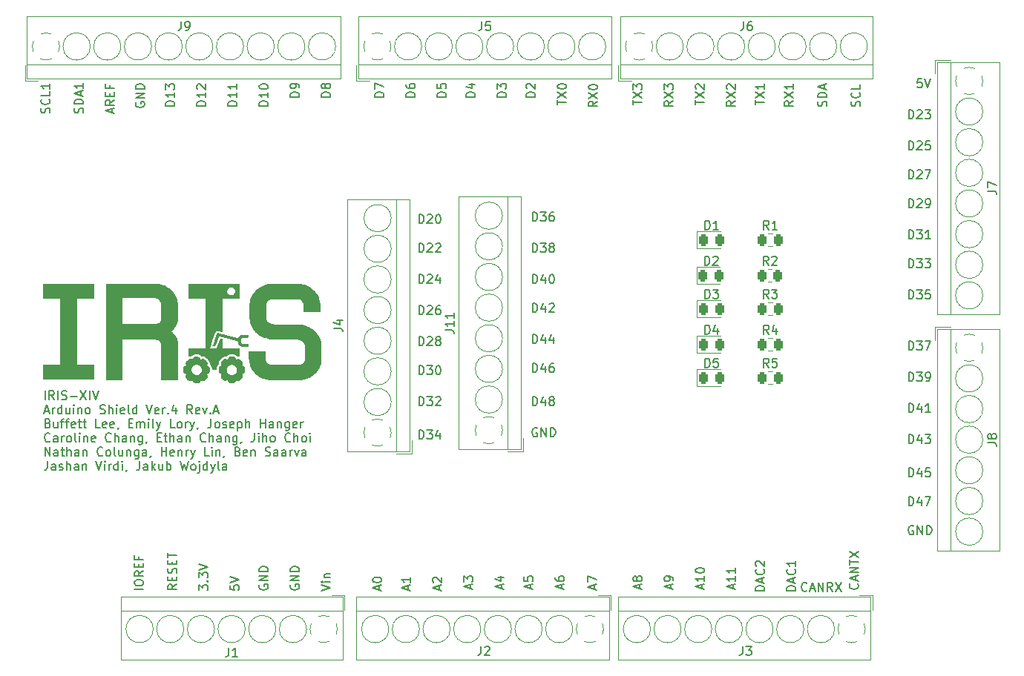
<source format=gto>
G04 #@! TF.GenerationSoftware,KiCad,Pcbnew,7.0.9*
G04 #@! TF.CreationDate,2023-12-29T07:46:22-06:00*
G04 #@! TF.ProjectId,Arduino Shield,41726475-696e-46f2-9053-6869656c642e,rev?*
G04 #@! TF.SameCoordinates,Original*
G04 #@! TF.FileFunction,Legend,Top*
G04 #@! TF.FilePolarity,Positive*
%FSLAX46Y46*%
G04 Gerber Fmt 4.6, Leading zero omitted, Abs format (unit mm)*
G04 Created by KiCad (PCBNEW 7.0.9) date 2023-12-29 07:46:22*
%MOMM*%
%LPD*%
G01*
G04 APERTURE LIST*
G04 Aperture macros list*
%AMRoundRect*
0 Rectangle with rounded corners*
0 $1 Rounding radius*
0 $2 $3 $4 $5 $6 $7 $8 $9 X,Y pos of 4 corners*
0 Add a 4 corners polygon primitive as box body*
4,1,4,$2,$3,$4,$5,$6,$7,$8,$9,$2,$3,0*
0 Add four circle primitives for the rounded corners*
1,1,$1+$1,$2,$3*
1,1,$1+$1,$4,$5*
1,1,$1+$1,$6,$7*
1,1,$1+$1,$8,$9*
0 Add four rect primitives between the rounded corners*
20,1,$1+$1,$2,$3,$4,$5,0*
20,1,$1+$1,$4,$5,$6,$7,0*
20,1,$1+$1,$6,$7,$8,$9,0*
20,1,$1+$1,$8,$9,$2,$3,0*%
G04 Aperture macros list end*
%ADD10C,0.153000*%
%ADD11C,0.150000*%
%ADD12C,0.120000*%
%ADD13R,2.400000X2.400000*%
%ADD14C,2.400000*%
%ADD15RoundRect,0.243750X-0.243750X-0.456250X0.243750X-0.456250X0.243750X0.456250X-0.243750X0.456250X0*%
%ADD16RoundRect,0.250000X-0.262500X-0.450000X0.262500X-0.450000X0.262500X0.450000X-0.262500X0.450000X0*%
%ADD17O,1.727200X1.727200*%
%ADD18R,1.727200X1.727200*%
G04 APERTURE END LIST*
D10*
X80856752Y-51177663D02*
X80856752Y-50177663D01*
X80856752Y-50177663D02*
X81094847Y-50177663D01*
X81094847Y-50177663D02*
X81237704Y-50225282D01*
X81237704Y-50225282D02*
X81332942Y-50320520D01*
X81332942Y-50320520D02*
X81380561Y-50415758D01*
X81380561Y-50415758D02*
X81428180Y-50606234D01*
X81428180Y-50606234D02*
X81428180Y-50749091D01*
X81428180Y-50749091D02*
X81380561Y-50939567D01*
X81380561Y-50939567D02*
X81332942Y-51034805D01*
X81332942Y-51034805D02*
X81237704Y-51130044D01*
X81237704Y-51130044D02*
X81094847Y-51177663D01*
X81094847Y-51177663D02*
X80856752Y-51177663D01*
X82285323Y-50510996D02*
X82285323Y-51177663D01*
X82047228Y-50130044D02*
X81809133Y-50844329D01*
X81809133Y-50844329D02*
X82428180Y-50844329D01*
X82999609Y-50177663D02*
X83094847Y-50177663D01*
X83094847Y-50177663D02*
X83190085Y-50225282D01*
X83190085Y-50225282D02*
X83237704Y-50272901D01*
X83237704Y-50272901D02*
X83285323Y-50368139D01*
X83285323Y-50368139D02*
X83332942Y-50558615D01*
X83332942Y-50558615D02*
X83332942Y-50796710D01*
X83332942Y-50796710D02*
X83285323Y-50987186D01*
X83285323Y-50987186D02*
X83237704Y-51082424D01*
X83237704Y-51082424D02*
X83190085Y-51130044D01*
X83190085Y-51130044D02*
X83094847Y-51177663D01*
X83094847Y-51177663D02*
X82999609Y-51177663D01*
X82999609Y-51177663D02*
X82904371Y-51130044D01*
X82904371Y-51130044D02*
X82856752Y-51082424D01*
X82856752Y-51082424D02*
X82809133Y-50987186D01*
X82809133Y-50987186D02*
X82761514Y-50796710D01*
X82761514Y-50796710D02*
X82761514Y-50558615D01*
X82761514Y-50558615D02*
X82809133Y-50368139D01*
X82809133Y-50368139D02*
X82856752Y-50272901D01*
X82856752Y-50272901D02*
X82904371Y-50225282D01*
X82904371Y-50225282D02*
X82999609Y-50177663D01*
X117930424Y-85495819D02*
X117978044Y-85543438D01*
X117978044Y-85543438D02*
X118025663Y-85686295D01*
X118025663Y-85686295D02*
X118025663Y-85781533D01*
X118025663Y-85781533D02*
X117978044Y-85924390D01*
X117978044Y-85924390D02*
X117882805Y-86019628D01*
X117882805Y-86019628D02*
X117787567Y-86067247D01*
X117787567Y-86067247D02*
X117597091Y-86114866D01*
X117597091Y-86114866D02*
X117454234Y-86114866D01*
X117454234Y-86114866D02*
X117263758Y-86067247D01*
X117263758Y-86067247D02*
X117168520Y-86019628D01*
X117168520Y-86019628D02*
X117073282Y-85924390D01*
X117073282Y-85924390D02*
X117025663Y-85781533D01*
X117025663Y-85781533D02*
X117025663Y-85686295D01*
X117025663Y-85686295D02*
X117073282Y-85543438D01*
X117073282Y-85543438D02*
X117120901Y-85495819D01*
X117739948Y-85114866D02*
X117739948Y-84638676D01*
X118025663Y-85210104D02*
X117025663Y-84876771D01*
X117025663Y-84876771D02*
X118025663Y-84543438D01*
X118025663Y-84210104D02*
X117025663Y-84210104D01*
X117025663Y-84210104D02*
X118025663Y-83638676D01*
X118025663Y-83638676D02*
X117025663Y-83638676D01*
X117025663Y-83305342D02*
X117025663Y-82733914D01*
X118025663Y-83019628D02*
X117025663Y-83019628D01*
X117025663Y-82495818D02*
X118025663Y-81829152D01*
X117025663Y-81829152D02*
X118025663Y-82495818D01*
X42811663Y-86243485D02*
X42811663Y-85624438D01*
X42811663Y-85624438D02*
X43192615Y-85957771D01*
X43192615Y-85957771D02*
X43192615Y-85814914D01*
X43192615Y-85814914D02*
X43240234Y-85719676D01*
X43240234Y-85719676D02*
X43287853Y-85672057D01*
X43287853Y-85672057D02*
X43383091Y-85624438D01*
X43383091Y-85624438D02*
X43621186Y-85624438D01*
X43621186Y-85624438D02*
X43716424Y-85672057D01*
X43716424Y-85672057D02*
X43764044Y-85719676D01*
X43764044Y-85719676D02*
X43811663Y-85814914D01*
X43811663Y-85814914D02*
X43811663Y-86100628D01*
X43811663Y-86100628D02*
X43764044Y-86195866D01*
X43764044Y-86195866D02*
X43716424Y-86243485D01*
X43716424Y-85195866D02*
X43764044Y-85148247D01*
X43764044Y-85148247D02*
X43811663Y-85195866D01*
X43811663Y-85195866D02*
X43764044Y-85243485D01*
X43764044Y-85243485D02*
X43716424Y-85195866D01*
X43716424Y-85195866D02*
X43811663Y-85195866D01*
X42811663Y-84814914D02*
X42811663Y-84195867D01*
X42811663Y-84195867D02*
X43192615Y-84529200D01*
X43192615Y-84529200D02*
X43192615Y-84386343D01*
X43192615Y-84386343D02*
X43240234Y-84291105D01*
X43240234Y-84291105D02*
X43287853Y-84243486D01*
X43287853Y-84243486D02*
X43383091Y-84195867D01*
X43383091Y-84195867D02*
X43621186Y-84195867D01*
X43621186Y-84195867D02*
X43716424Y-84243486D01*
X43716424Y-84243486D02*
X43764044Y-84291105D01*
X43764044Y-84291105D02*
X43811663Y-84386343D01*
X43811663Y-84386343D02*
X43811663Y-84672057D01*
X43811663Y-84672057D02*
X43764044Y-84767295D01*
X43764044Y-84767295D02*
X43716424Y-84814914D01*
X42811663Y-83910152D02*
X43811663Y-83576819D01*
X43811663Y-83576819D02*
X42811663Y-83243486D01*
X70195948Y-86195866D02*
X70195948Y-85719676D01*
X70481663Y-86291104D02*
X69481663Y-85957771D01*
X69481663Y-85957771D02*
X70481663Y-85624438D01*
X69576901Y-85338723D02*
X69529282Y-85291104D01*
X69529282Y-85291104D02*
X69481663Y-85195866D01*
X69481663Y-85195866D02*
X69481663Y-84957771D01*
X69481663Y-84957771D02*
X69529282Y-84862533D01*
X69529282Y-84862533D02*
X69576901Y-84814914D01*
X69576901Y-84814914D02*
X69672139Y-84767295D01*
X69672139Y-84767295D02*
X69767377Y-84767295D01*
X69767377Y-84767295D02*
X69910234Y-84814914D01*
X69910234Y-84814914D02*
X70481663Y-85386342D01*
X70481663Y-85386342D02*
X70481663Y-84767295D01*
X67902752Y-47621663D02*
X67902752Y-46621663D01*
X67902752Y-46621663D02*
X68140847Y-46621663D01*
X68140847Y-46621663D02*
X68283704Y-46669282D01*
X68283704Y-46669282D02*
X68378942Y-46764520D01*
X68378942Y-46764520D02*
X68426561Y-46859758D01*
X68426561Y-46859758D02*
X68474180Y-47050234D01*
X68474180Y-47050234D02*
X68474180Y-47193091D01*
X68474180Y-47193091D02*
X68426561Y-47383567D01*
X68426561Y-47383567D02*
X68378942Y-47478805D01*
X68378942Y-47478805D02*
X68283704Y-47574044D01*
X68283704Y-47574044D02*
X68140847Y-47621663D01*
X68140847Y-47621663D02*
X67902752Y-47621663D01*
X68855133Y-46716901D02*
X68902752Y-46669282D01*
X68902752Y-46669282D02*
X68997990Y-46621663D01*
X68997990Y-46621663D02*
X69236085Y-46621663D01*
X69236085Y-46621663D02*
X69331323Y-46669282D01*
X69331323Y-46669282D02*
X69378942Y-46716901D01*
X69378942Y-46716901D02*
X69426561Y-46812139D01*
X69426561Y-46812139D02*
X69426561Y-46907377D01*
X69426561Y-46907377D02*
X69378942Y-47050234D01*
X69378942Y-47050234D02*
X68807514Y-47621663D01*
X68807514Y-47621663D02*
X69426561Y-47621663D01*
X69807514Y-46716901D02*
X69855133Y-46669282D01*
X69855133Y-46669282D02*
X69950371Y-46621663D01*
X69950371Y-46621663D02*
X70188466Y-46621663D01*
X70188466Y-46621663D02*
X70283704Y-46669282D01*
X70283704Y-46669282D02*
X70331323Y-46716901D01*
X70331323Y-46716901D02*
X70378942Y-46812139D01*
X70378942Y-46812139D02*
X70378942Y-46907377D01*
X70378942Y-46907377D02*
X70331323Y-47050234D01*
X70331323Y-47050234D02*
X69759895Y-47621663D01*
X69759895Y-47621663D02*
X70378942Y-47621663D01*
X67902752Y-58289663D02*
X67902752Y-57289663D01*
X67902752Y-57289663D02*
X68140847Y-57289663D01*
X68140847Y-57289663D02*
X68283704Y-57337282D01*
X68283704Y-57337282D02*
X68378942Y-57432520D01*
X68378942Y-57432520D02*
X68426561Y-57527758D01*
X68426561Y-57527758D02*
X68474180Y-57718234D01*
X68474180Y-57718234D02*
X68474180Y-57861091D01*
X68474180Y-57861091D02*
X68426561Y-58051567D01*
X68426561Y-58051567D02*
X68378942Y-58146805D01*
X68378942Y-58146805D02*
X68283704Y-58242044D01*
X68283704Y-58242044D02*
X68140847Y-58289663D01*
X68140847Y-58289663D02*
X67902752Y-58289663D01*
X68855133Y-57384901D02*
X68902752Y-57337282D01*
X68902752Y-57337282D02*
X68997990Y-57289663D01*
X68997990Y-57289663D02*
X69236085Y-57289663D01*
X69236085Y-57289663D02*
X69331323Y-57337282D01*
X69331323Y-57337282D02*
X69378942Y-57384901D01*
X69378942Y-57384901D02*
X69426561Y-57480139D01*
X69426561Y-57480139D02*
X69426561Y-57575377D01*
X69426561Y-57575377D02*
X69378942Y-57718234D01*
X69378942Y-57718234D02*
X68807514Y-58289663D01*
X68807514Y-58289663D02*
X69426561Y-58289663D01*
X69997990Y-57718234D02*
X69902752Y-57670615D01*
X69902752Y-57670615D02*
X69855133Y-57622996D01*
X69855133Y-57622996D02*
X69807514Y-57527758D01*
X69807514Y-57527758D02*
X69807514Y-57480139D01*
X69807514Y-57480139D02*
X69855133Y-57384901D01*
X69855133Y-57384901D02*
X69902752Y-57337282D01*
X69902752Y-57337282D02*
X69997990Y-57289663D01*
X69997990Y-57289663D02*
X70188466Y-57289663D01*
X70188466Y-57289663D02*
X70283704Y-57337282D01*
X70283704Y-57337282D02*
X70331323Y-57384901D01*
X70331323Y-57384901D02*
X70378942Y-57480139D01*
X70378942Y-57480139D02*
X70378942Y-57527758D01*
X70378942Y-57527758D02*
X70331323Y-57622996D01*
X70331323Y-57622996D02*
X70283704Y-57670615D01*
X70283704Y-57670615D02*
X70188466Y-57718234D01*
X70188466Y-57718234D02*
X69997990Y-57718234D01*
X69997990Y-57718234D02*
X69902752Y-57765853D01*
X69902752Y-57765853D02*
X69855133Y-57813472D01*
X69855133Y-57813472D02*
X69807514Y-57908710D01*
X69807514Y-57908710D02*
X69807514Y-58099186D01*
X69807514Y-58099186D02*
X69855133Y-58194424D01*
X69855133Y-58194424D02*
X69902752Y-58242044D01*
X69902752Y-58242044D02*
X69997990Y-58289663D01*
X69997990Y-58289663D02*
X70188466Y-58289663D01*
X70188466Y-58289663D02*
X70283704Y-58242044D01*
X70283704Y-58242044D02*
X70331323Y-58194424D01*
X70331323Y-58194424D02*
X70378942Y-58099186D01*
X70378942Y-58099186D02*
X70378942Y-57908710D01*
X70378942Y-57908710D02*
X70331323Y-57813472D01*
X70331323Y-57813472D02*
X70283704Y-57765853D01*
X70283704Y-57765853D02*
X70188466Y-57718234D01*
X63337948Y-86195866D02*
X63337948Y-85719676D01*
X63623663Y-86291104D02*
X62623663Y-85957771D01*
X62623663Y-85957771D02*
X63623663Y-85624438D01*
X62623663Y-85100628D02*
X62623663Y-85005390D01*
X62623663Y-85005390D02*
X62671282Y-84910152D01*
X62671282Y-84910152D02*
X62718901Y-84862533D01*
X62718901Y-84862533D02*
X62814139Y-84814914D01*
X62814139Y-84814914D02*
X63004615Y-84767295D01*
X63004615Y-84767295D02*
X63242710Y-84767295D01*
X63242710Y-84767295D02*
X63433186Y-84814914D01*
X63433186Y-84814914D02*
X63528424Y-84862533D01*
X63528424Y-84862533D02*
X63576044Y-84910152D01*
X63576044Y-84910152D02*
X63623663Y-85005390D01*
X63623663Y-85005390D02*
X63623663Y-85100628D01*
X63623663Y-85100628D02*
X63576044Y-85195866D01*
X63576044Y-85195866D02*
X63528424Y-85243485D01*
X63528424Y-85243485D02*
X63433186Y-85291104D01*
X63433186Y-85291104D02*
X63242710Y-85338723D01*
X63242710Y-85338723D02*
X63004615Y-85338723D01*
X63004615Y-85338723D02*
X62814139Y-85291104D01*
X62814139Y-85291104D02*
X62718901Y-85243485D01*
X62718901Y-85243485D02*
X62671282Y-85195866D01*
X62671282Y-85195866D02*
X62623663Y-85100628D01*
X123782752Y-35937663D02*
X123782752Y-34937663D01*
X123782752Y-34937663D02*
X124020847Y-34937663D01*
X124020847Y-34937663D02*
X124163704Y-34985282D01*
X124163704Y-34985282D02*
X124258942Y-35080520D01*
X124258942Y-35080520D02*
X124306561Y-35175758D01*
X124306561Y-35175758D02*
X124354180Y-35366234D01*
X124354180Y-35366234D02*
X124354180Y-35509091D01*
X124354180Y-35509091D02*
X124306561Y-35699567D01*
X124306561Y-35699567D02*
X124258942Y-35794805D01*
X124258942Y-35794805D02*
X124163704Y-35890044D01*
X124163704Y-35890044D02*
X124020847Y-35937663D01*
X124020847Y-35937663D02*
X123782752Y-35937663D01*
X124735133Y-35032901D02*
X124782752Y-34985282D01*
X124782752Y-34985282D02*
X124877990Y-34937663D01*
X124877990Y-34937663D02*
X125116085Y-34937663D01*
X125116085Y-34937663D02*
X125211323Y-34985282D01*
X125211323Y-34985282D02*
X125258942Y-35032901D01*
X125258942Y-35032901D02*
X125306561Y-35128139D01*
X125306561Y-35128139D02*
X125306561Y-35223377D01*
X125306561Y-35223377D02*
X125258942Y-35366234D01*
X125258942Y-35366234D02*
X124687514Y-35937663D01*
X124687514Y-35937663D02*
X125306561Y-35937663D01*
X126211323Y-34937663D02*
X125735133Y-34937663D01*
X125735133Y-34937663D02*
X125687514Y-35413853D01*
X125687514Y-35413853D02*
X125735133Y-35366234D01*
X125735133Y-35366234D02*
X125830371Y-35318615D01*
X125830371Y-35318615D02*
X126068466Y-35318615D01*
X126068466Y-35318615D02*
X126163704Y-35366234D01*
X126163704Y-35366234D02*
X126211323Y-35413853D01*
X126211323Y-35413853D02*
X126258942Y-35509091D01*
X126258942Y-35509091D02*
X126258942Y-35747186D01*
X126258942Y-35747186D02*
X126211323Y-35842424D01*
X126211323Y-35842424D02*
X126163704Y-35890044D01*
X126163704Y-35890044D02*
X126068466Y-35937663D01*
X126068466Y-35937663D02*
X125830371Y-35937663D01*
X125830371Y-35937663D02*
X125735133Y-35890044D01*
X125735133Y-35890044D02*
X125687514Y-35842424D01*
X112162180Y-86261424D02*
X112114561Y-86309044D01*
X112114561Y-86309044D02*
X111971704Y-86356663D01*
X111971704Y-86356663D02*
X111876466Y-86356663D01*
X111876466Y-86356663D02*
X111733609Y-86309044D01*
X111733609Y-86309044D02*
X111638371Y-86213805D01*
X111638371Y-86213805D02*
X111590752Y-86118567D01*
X111590752Y-86118567D02*
X111543133Y-85928091D01*
X111543133Y-85928091D02*
X111543133Y-85785234D01*
X111543133Y-85785234D02*
X111590752Y-85594758D01*
X111590752Y-85594758D02*
X111638371Y-85499520D01*
X111638371Y-85499520D02*
X111733609Y-85404282D01*
X111733609Y-85404282D02*
X111876466Y-85356663D01*
X111876466Y-85356663D02*
X111971704Y-85356663D01*
X111971704Y-85356663D02*
X112114561Y-85404282D01*
X112114561Y-85404282D02*
X112162180Y-85451901D01*
X112543133Y-86070948D02*
X113019323Y-86070948D01*
X112447895Y-86356663D02*
X112781228Y-85356663D01*
X112781228Y-85356663D02*
X113114561Y-86356663D01*
X113447895Y-86356663D02*
X113447895Y-85356663D01*
X113447895Y-85356663D02*
X114019323Y-86356663D01*
X114019323Y-86356663D02*
X114019323Y-85356663D01*
X115066942Y-86356663D02*
X114733609Y-85880472D01*
X114495514Y-86356663D02*
X114495514Y-85356663D01*
X114495514Y-85356663D02*
X114876466Y-85356663D01*
X114876466Y-85356663D02*
X114971704Y-85404282D01*
X114971704Y-85404282D02*
X115019323Y-85451901D01*
X115019323Y-85451901D02*
X115066942Y-85547139D01*
X115066942Y-85547139D02*
X115066942Y-85689996D01*
X115066942Y-85689996D02*
X115019323Y-85785234D01*
X115019323Y-85785234D02*
X114971704Y-85832853D01*
X114971704Y-85832853D02*
X114876466Y-85880472D01*
X114876466Y-85880472D02*
X114495514Y-85880472D01*
X115400276Y-85356663D02*
X116066942Y-86356663D01*
X116066942Y-85356663D02*
X115400276Y-86356663D01*
X49717282Y-85624438D02*
X49669663Y-85719676D01*
X49669663Y-85719676D02*
X49669663Y-85862533D01*
X49669663Y-85862533D02*
X49717282Y-86005390D01*
X49717282Y-86005390D02*
X49812520Y-86100628D01*
X49812520Y-86100628D02*
X49907758Y-86148247D01*
X49907758Y-86148247D02*
X50098234Y-86195866D01*
X50098234Y-86195866D02*
X50241091Y-86195866D01*
X50241091Y-86195866D02*
X50431567Y-86148247D01*
X50431567Y-86148247D02*
X50526805Y-86100628D01*
X50526805Y-86100628D02*
X50622044Y-86005390D01*
X50622044Y-86005390D02*
X50669663Y-85862533D01*
X50669663Y-85862533D02*
X50669663Y-85767295D01*
X50669663Y-85767295D02*
X50622044Y-85624438D01*
X50622044Y-85624438D02*
X50574424Y-85576819D01*
X50574424Y-85576819D02*
X50241091Y-85576819D01*
X50241091Y-85576819D02*
X50241091Y-85767295D01*
X50669663Y-85148247D02*
X49669663Y-85148247D01*
X49669663Y-85148247D02*
X50669663Y-84576819D01*
X50669663Y-84576819D02*
X49669663Y-84576819D01*
X50669663Y-84100628D02*
X49669663Y-84100628D01*
X49669663Y-84100628D02*
X49669663Y-83862533D01*
X49669663Y-83862533D02*
X49717282Y-83719676D01*
X49717282Y-83719676D02*
X49812520Y-83624438D01*
X49812520Y-83624438D02*
X49907758Y-83576819D01*
X49907758Y-83576819D02*
X50098234Y-83529200D01*
X50098234Y-83529200D02*
X50241091Y-83529200D01*
X50241091Y-83529200D02*
X50431567Y-83576819D01*
X50431567Y-83576819D02*
X50526805Y-83624438D01*
X50526805Y-83624438D02*
X50622044Y-83719676D01*
X50622044Y-83719676D02*
X50669663Y-83862533D01*
X50669663Y-83862533D02*
X50669663Y-84100628D01*
X40001663Y-30903247D02*
X39001663Y-30903247D01*
X39001663Y-30903247D02*
X39001663Y-30665152D01*
X39001663Y-30665152D02*
X39049282Y-30522295D01*
X39049282Y-30522295D02*
X39144520Y-30427057D01*
X39144520Y-30427057D02*
X39239758Y-30379438D01*
X39239758Y-30379438D02*
X39430234Y-30331819D01*
X39430234Y-30331819D02*
X39573091Y-30331819D01*
X39573091Y-30331819D02*
X39763567Y-30379438D01*
X39763567Y-30379438D02*
X39858805Y-30427057D01*
X39858805Y-30427057D02*
X39954044Y-30522295D01*
X39954044Y-30522295D02*
X40001663Y-30665152D01*
X40001663Y-30665152D02*
X40001663Y-30903247D01*
X40001663Y-29379438D02*
X40001663Y-29950866D01*
X40001663Y-29665152D02*
X39001663Y-29665152D01*
X39001663Y-29665152D02*
X39144520Y-29760390D01*
X39144520Y-29760390D02*
X39239758Y-29855628D01*
X39239758Y-29855628D02*
X39287377Y-29950866D01*
X39001663Y-29046104D02*
X39001663Y-28427057D01*
X39001663Y-28427057D02*
X39382615Y-28760390D01*
X39382615Y-28760390D02*
X39382615Y-28617533D01*
X39382615Y-28617533D02*
X39430234Y-28522295D01*
X39430234Y-28522295D02*
X39477853Y-28474676D01*
X39477853Y-28474676D02*
X39573091Y-28427057D01*
X39573091Y-28427057D02*
X39811186Y-28427057D01*
X39811186Y-28427057D02*
X39906424Y-28474676D01*
X39906424Y-28474676D02*
X39954044Y-28522295D01*
X39954044Y-28522295D02*
X40001663Y-28617533D01*
X40001663Y-28617533D02*
X40001663Y-28903247D01*
X40001663Y-28903247D02*
X39954044Y-28998485D01*
X39954044Y-28998485D02*
X39906424Y-29046104D01*
X32857948Y-31712866D02*
X32857948Y-31236676D01*
X33143663Y-31808104D02*
X32143663Y-31474771D01*
X32143663Y-31474771D02*
X33143663Y-31141438D01*
X33143663Y-30236676D02*
X32667472Y-30570009D01*
X33143663Y-30808104D02*
X32143663Y-30808104D01*
X32143663Y-30808104D02*
X32143663Y-30427152D01*
X32143663Y-30427152D02*
X32191282Y-30331914D01*
X32191282Y-30331914D02*
X32238901Y-30284295D01*
X32238901Y-30284295D02*
X32334139Y-30236676D01*
X32334139Y-30236676D02*
X32476996Y-30236676D01*
X32476996Y-30236676D02*
X32572234Y-30284295D01*
X32572234Y-30284295D02*
X32619853Y-30331914D01*
X32619853Y-30331914D02*
X32667472Y-30427152D01*
X32667472Y-30427152D02*
X32667472Y-30808104D01*
X32619853Y-29808104D02*
X32619853Y-29474771D01*
X33143663Y-29331914D02*
X33143663Y-29808104D01*
X33143663Y-29808104D02*
X32143663Y-29808104D01*
X32143663Y-29808104D02*
X32143663Y-29331914D01*
X32619853Y-28570009D02*
X32619853Y-28903342D01*
X33143663Y-28903342D02*
X32143663Y-28903342D01*
X32143663Y-28903342D02*
X32143663Y-28427152D01*
X123782752Y-39239663D02*
X123782752Y-38239663D01*
X123782752Y-38239663D02*
X124020847Y-38239663D01*
X124020847Y-38239663D02*
X124163704Y-38287282D01*
X124163704Y-38287282D02*
X124258942Y-38382520D01*
X124258942Y-38382520D02*
X124306561Y-38477758D01*
X124306561Y-38477758D02*
X124354180Y-38668234D01*
X124354180Y-38668234D02*
X124354180Y-38811091D01*
X124354180Y-38811091D02*
X124306561Y-39001567D01*
X124306561Y-39001567D02*
X124258942Y-39096805D01*
X124258942Y-39096805D02*
X124163704Y-39192044D01*
X124163704Y-39192044D02*
X124020847Y-39239663D01*
X124020847Y-39239663D02*
X123782752Y-39239663D01*
X124735133Y-38334901D02*
X124782752Y-38287282D01*
X124782752Y-38287282D02*
X124877990Y-38239663D01*
X124877990Y-38239663D02*
X125116085Y-38239663D01*
X125116085Y-38239663D02*
X125211323Y-38287282D01*
X125211323Y-38287282D02*
X125258942Y-38334901D01*
X125258942Y-38334901D02*
X125306561Y-38430139D01*
X125306561Y-38430139D02*
X125306561Y-38525377D01*
X125306561Y-38525377D02*
X125258942Y-38668234D01*
X125258942Y-38668234D02*
X124687514Y-39239663D01*
X124687514Y-39239663D02*
X125306561Y-39239663D01*
X125639895Y-38239663D02*
X126306561Y-38239663D01*
X126306561Y-38239663D02*
X125877990Y-39239663D01*
X107311663Y-86275247D02*
X106311663Y-86275247D01*
X106311663Y-86275247D02*
X106311663Y-86037152D01*
X106311663Y-86037152D02*
X106359282Y-85894295D01*
X106359282Y-85894295D02*
X106454520Y-85799057D01*
X106454520Y-85799057D02*
X106549758Y-85751438D01*
X106549758Y-85751438D02*
X106740234Y-85703819D01*
X106740234Y-85703819D02*
X106883091Y-85703819D01*
X106883091Y-85703819D02*
X107073567Y-85751438D01*
X107073567Y-85751438D02*
X107168805Y-85799057D01*
X107168805Y-85799057D02*
X107264044Y-85894295D01*
X107264044Y-85894295D02*
X107311663Y-86037152D01*
X107311663Y-86037152D02*
X107311663Y-86275247D01*
X107025948Y-85322866D02*
X107025948Y-84846676D01*
X107311663Y-85418104D02*
X106311663Y-85084771D01*
X106311663Y-85084771D02*
X107311663Y-84751438D01*
X107216424Y-83846676D02*
X107264044Y-83894295D01*
X107264044Y-83894295D02*
X107311663Y-84037152D01*
X107311663Y-84037152D02*
X107311663Y-84132390D01*
X107311663Y-84132390D02*
X107264044Y-84275247D01*
X107264044Y-84275247D02*
X107168805Y-84370485D01*
X107168805Y-84370485D02*
X107073567Y-84418104D01*
X107073567Y-84418104D02*
X106883091Y-84465723D01*
X106883091Y-84465723D02*
X106740234Y-84465723D01*
X106740234Y-84465723D02*
X106549758Y-84418104D01*
X106549758Y-84418104D02*
X106454520Y-84370485D01*
X106454520Y-84370485D02*
X106359282Y-84275247D01*
X106359282Y-84275247D02*
X106311663Y-84132390D01*
X106311663Y-84132390D02*
X106311663Y-84037152D01*
X106311663Y-84037152D02*
X106359282Y-83894295D01*
X106359282Y-83894295D02*
X106406901Y-83846676D01*
X106406901Y-83465723D02*
X106359282Y-83418104D01*
X106359282Y-83418104D02*
X106311663Y-83322866D01*
X106311663Y-83322866D02*
X106311663Y-83084771D01*
X106311663Y-83084771D02*
X106359282Y-82989533D01*
X106359282Y-82989533D02*
X106406901Y-82941914D01*
X106406901Y-82941914D02*
X106502139Y-82894295D01*
X106502139Y-82894295D02*
X106597377Y-82894295D01*
X106597377Y-82894295D02*
X106740234Y-82941914D01*
X106740234Y-82941914D02*
X107311663Y-83513342D01*
X107311663Y-83513342D02*
X107311663Y-82894295D01*
X43557663Y-30903247D02*
X42557663Y-30903247D01*
X42557663Y-30903247D02*
X42557663Y-30665152D01*
X42557663Y-30665152D02*
X42605282Y-30522295D01*
X42605282Y-30522295D02*
X42700520Y-30427057D01*
X42700520Y-30427057D02*
X42795758Y-30379438D01*
X42795758Y-30379438D02*
X42986234Y-30331819D01*
X42986234Y-30331819D02*
X43129091Y-30331819D01*
X43129091Y-30331819D02*
X43319567Y-30379438D01*
X43319567Y-30379438D02*
X43414805Y-30427057D01*
X43414805Y-30427057D02*
X43510044Y-30522295D01*
X43510044Y-30522295D02*
X43557663Y-30665152D01*
X43557663Y-30665152D02*
X43557663Y-30903247D01*
X43557663Y-29379438D02*
X43557663Y-29950866D01*
X43557663Y-29665152D02*
X42557663Y-29665152D01*
X42557663Y-29665152D02*
X42700520Y-29760390D01*
X42700520Y-29760390D02*
X42795758Y-29855628D01*
X42795758Y-29855628D02*
X42843377Y-29950866D01*
X42652901Y-28998485D02*
X42605282Y-28950866D01*
X42605282Y-28950866D02*
X42557663Y-28855628D01*
X42557663Y-28855628D02*
X42557663Y-28617533D01*
X42557663Y-28617533D02*
X42605282Y-28522295D01*
X42605282Y-28522295D02*
X42652901Y-28474676D01*
X42652901Y-28474676D02*
X42748139Y-28427057D01*
X42748139Y-28427057D02*
X42843377Y-28427057D01*
X42843377Y-28427057D02*
X42986234Y-28474676D01*
X42986234Y-28474676D02*
X43557663Y-29046104D01*
X43557663Y-29046104D02*
X43557663Y-28427057D01*
X110867663Y-86275247D02*
X109867663Y-86275247D01*
X109867663Y-86275247D02*
X109867663Y-86037152D01*
X109867663Y-86037152D02*
X109915282Y-85894295D01*
X109915282Y-85894295D02*
X110010520Y-85799057D01*
X110010520Y-85799057D02*
X110105758Y-85751438D01*
X110105758Y-85751438D02*
X110296234Y-85703819D01*
X110296234Y-85703819D02*
X110439091Y-85703819D01*
X110439091Y-85703819D02*
X110629567Y-85751438D01*
X110629567Y-85751438D02*
X110724805Y-85799057D01*
X110724805Y-85799057D02*
X110820044Y-85894295D01*
X110820044Y-85894295D02*
X110867663Y-86037152D01*
X110867663Y-86037152D02*
X110867663Y-86275247D01*
X110581948Y-85322866D02*
X110581948Y-84846676D01*
X110867663Y-85418104D02*
X109867663Y-85084771D01*
X109867663Y-85084771D02*
X110867663Y-84751438D01*
X110772424Y-83846676D02*
X110820044Y-83894295D01*
X110820044Y-83894295D02*
X110867663Y-84037152D01*
X110867663Y-84037152D02*
X110867663Y-84132390D01*
X110867663Y-84132390D02*
X110820044Y-84275247D01*
X110820044Y-84275247D02*
X110724805Y-84370485D01*
X110724805Y-84370485D02*
X110629567Y-84418104D01*
X110629567Y-84418104D02*
X110439091Y-84465723D01*
X110439091Y-84465723D02*
X110296234Y-84465723D01*
X110296234Y-84465723D02*
X110105758Y-84418104D01*
X110105758Y-84418104D02*
X110010520Y-84370485D01*
X110010520Y-84370485D02*
X109915282Y-84275247D01*
X109915282Y-84275247D02*
X109867663Y-84132390D01*
X109867663Y-84132390D02*
X109867663Y-84037152D01*
X109867663Y-84037152D02*
X109915282Y-83894295D01*
X109915282Y-83894295D02*
X109962901Y-83846676D01*
X110867663Y-82894295D02*
X110867663Y-83465723D01*
X110867663Y-83180009D02*
X109867663Y-83180009D01*
X109867663Y-83180009D02*
X110010520Y-83275247D01*
X110010520Y-83275247D02*
X110105758Y-83370485D01*
X110105758Y-83370485D02*
X110153377Y-83465723D01*
X67902752Y-54733663D02*
X67902752Y-53733663D01*
X67902752Y-53733663D02*
X68140847Y-53733663D01*
X68140847Y-53733663D02*
X68283704Y-53781282D01*
X68283704Y-53781282D02*
X68378942Y-53876520D01*
X68378942Y-53876520D02*
X68426561Y-53971758D01*
X68426561Y-53971758D02*
X68474180Y-54162234D01*
X68474180Y-54162234D02*
X68474180Y-54305091D01*
X68474180Y-54305091D02*
X68426561Y-54495567D01*
X68426561Y-54495567D02*
X68378942Y-54590805D01*
X68378942Y-54590805D02*
X68283704Y-54686044D01*
X68283704Y-54686044D02*
X68140847Y-54733663D01*
X68140847Y-54733663D02*
X67902752Y-54733663D01*
X68855133Y-53828901D02*
X68902752Y-53781282D01*
X68902752Y-53781282D02*
X68997990Y-53733663D01*
X68997990Y-53733663D02*
X69236085Y-53733663D01*
X69236085Y-53733663D02*
X69331323Y-53781282D01*
X69331323Y-53781282D02*
X69378942Y-53828901D01*
X69378942Y-53828901D02*
X69426561Y-53924139D01*
X69426561Y-53924139D02*
X69426561Y-54019377D01*
X69426561Y-54019377D02*
X69378942Y-54162234D01*
X69378942Y-54162234D02*
X68807514Y-54733663D01*
X68807514Y-54733663D02*
X69426561Y-54733663D01*
X70283704Y-53733663D02*
X70093228Y-53733663D01*
X70093228Y-53733663D02*
X69997990Y-53781282D01*
X69997990Y-53781282D02*
X69950371Y-53828901D01*
X69950371Y-53828901D02*
X69855133Y-53971758D01*
X69855133Y-53971758D02*
X69807514Y-54162234D01*
X69807514Y-54162234D02*
X69807514Y-54543186D01*
X69807514Y-54543186D02*
X69855133Y-54638424D01*
X69855133Y-54638424D02*
X69902752Y-54686044D01*
X69902752Y-54686044D02*
X69997990Y-54733663D01*
X69997990Y-54733663D02*
X70188466Y-54733663D01*
X70188466Y-54733663D02*
X70283704Y-54686044D01*
X70283704Y-54686044D02*
X70331323Y-54638424D01*
X70331323Y-54638424D02*
X70378942Y-54543186D01*
X70378942Y-54543186D02*
X70378942Y-54305091D01*
X70378942Y-54305091D02*
X70331323Y-54209853D01*
X70331323Y-54209853D02*
X70283704Y-54162234D01*
X70283704Y-54162234D02*
X70188466Y-54114615D01*
X70188466Y-54114615D02*
X69997990Y-54114615D01*
X69997990Y-54114615D02*
X69902752Y-54162234D01*
X69902752Y-54162234D02*
X69855133Y-54209853D01*
X69855133Y-54209853D02*
X69807514Y-54305091D01*
X106311663Y-30792104D02*
X106311663Y-30220676D01*
X107311663Y-30506390D02*
X106311663Y-30506390D01*
X106311663Y-29982580D02*
X107311663Y-29315914D01*
X106311663Y-29315914D02*
X107311663Y-29982580D01*
X107311663Y-28411152D02*
X107311663Y-28982580D01*
X107311663Y-28696866D02*
X106311663Y-28696866D01*
X106311663Y-28696866D02*
X106454520Y-28792104D01*
X106454520Y-28792104D02*
X106549758Y-28887342D01*
X106549758Y-28887342D02*
X106597377Y-28982580D01*
X80856752Y-47621663D02*
X80856752Y-46621663D01*
X80856752Y-46621663D02*
X81094847Y-46621663D01*
X81094847Y-46621663D02*
X81237704Y-46669282D01*
X81237704Y-46669282D02*
X81332942Y-46764520D01*
X81332942Y-46764520D02*
X81380561Y-46859758D01*
X81380561Y-46859758D02*
X81428180Y-47050234D01*
X81428180Y-47050234D02*
X81428180Y-47193091D01*
X81428180Y-47193091D02*
X81380561Y-47383567D01*
X81380561Y-47383567D02*
X81332942Y-47478805D01*
X81332942Y-47478805D02*
X81237704Y-47574044D01*
X81237704Y-47574044D02*
X81094847Y-47621663D01*
X81094847Y-47621663D02*
X80856752Y-47621663D01*
X81761514Y-46621663D02*
X82380561Y-46621663D01*
X82380561Y-46621663D02*
X82047228Y-47002615D01*
X82047228Y-47002615D02*
X82190085Y-47002615D01*
X82190085Y-47002615D02*
X82285323Y-47050234D01*
X82285323Y-47050234D02*
X82332942Y-47097853D01*
X82332942Y-47097853D02*
X82380561Y-47193091D01*
X82380561Y-47193091D02*
X82380561Y-47431186D01*
X82380561Y-47431186D02*
X82332942Y-47526424D01*
X82332942Y-47526424D02*
X82285323Y-47574044D01*
X82285323Y-47574044D02*
X82190085Y-47621663D01*
X82190085Y-47621663D02*
X81904371Y-47621663D01*
X81904371Y-47621663D02*
X81809133Y-47574044D01*
X81809133Y-47574044D02*
X81761514Y-47526424D01*
X82951990Y-47050234D02*
X82856752Y-47002615D01*
X82856752Y-47002615D02*
X82809133Y-46954996D01*
X82809133Y-46954996D02*
X82761514Y-46859758D01*
X82761514Y-46859758D02*
X82761514Y-46812139D01*
X82761514Y-46812139D02*
X82809133Y-46716901D01*
X82809133Y-46716901D02*
X82856752Y-46669282D01*
X82856752Y-46669282D02*
X82951990Y-46621663D01*
X82951990Y-46621663D02*
X83142466Y-46621663D01*
X83142466Y-46621663D02*
X83237704Y-46669282D01*
X83237704Y-46669282D02*
X83285323Y-46716901D01*
X83285323Y-46716901D02*
X83332942Y-46812139D01*
X83332942Y-46812139D02*
X83332942Y-46859758D01*
X83332942Y-46859758D02*
X83285323Y-46954996D01*
X83285323Y-46954996D02*
X83237704Y-47002615D01*
X83237704Y-47002615D02*
X83142466Y-47050234D01*
X83142466Y-47050234D02*
X82951990Y-47050234D01*
X82951990Y-47050234D02*
X82856752Y-47097853D01*
X82856752Y-47097853D02*
X82809133Y-47145472D01*
X82809133Y-47145472D02*
X82761514Y-47240710D01*
X82761514Y-47240710D02*
X82761514Y-47431186D01*
X82761514Y-47431186D02*
X82809133Y-47526424D01*
X82809133Y-47526424D02*
X82856752Y-47574044D01*
X82856752Y-47574044D02*
X82951990Y-47621663D01*
X82951990Y-47621663D02*
X83142466Y-47621663D01*
X83142466Y-47621663D02*
X83237704Y-47574044D01*
X83237704Y-47574044D02*
X83285323Y-47526424D01*
X83285323Y-47526424D02*
X83332942Y-47431186D01*
X83332942Y-47431186D02*
X83332942Y-47240710D01*
X83332942Y-47240710D02*
X83285323Y-47145472D01*
X83285323Y-47145472D02*
X83237704Y-47097853D01*
X83237704Y-47097853D02*
X83142466Y-47050234D01*
X70989663Y-29887247D02*
X69989663Y-29887247D01*
X69989663Y-29887247D02*
X69989663Y-29649152D01*
X69989663Y-29649152D02*
X70037282Y-29506295D01*
X70037282Y-29506295D02*
X70132520Y-29411057D01*
X70132520Y-29411057D02*
X70227758Y-29363438D01*
X70227758Y-29363438D02*
X70418234Y-29315819D01*
X70418234Y-29315819D02*
X70561091Y-29315819D01*
X70561091Y-29315819D02*
X70751567Y-29363438D01*
X70751567Y-29363438D02*
X70846805Y-29411057D01*
X70846805Y-29411057D02*
X70942044Y-29506295D01*
X70942044Y-29506295D02*
X70989663Y-29649152D01*
X70989663Y-29649152D02*
X70989663Y-29887247D01*
X69989663Y-28411057D02*
X69989663Y-28887247D01*
X69989663Y-28887247D02*
X70465853Y-28934866D01*
X70465853Y-28934866D02*
X70418234Y-28887247D01*
X70418234Y-28887247D02*
X70370615Y-28792009D01*
X70370615Y-28792009D02*
X70370615Y-28553914D01*
X70370615Y-28553914D02*
X70418234Y-28458676D01*
X70418234Y-28458676D02*
X70465853Y-28411057D01*
X70465853Y-28411057D02*
X70561091Y-28363438D01*
X70561091Y-28363438D02*
X70799186Y-28363438D01*
X70799186Y-28363438D02*
X70894424Y-28411057D01*
X70894424Y-28411057D02*
X70942044Y-28458676D01*
X70942044Y-28458676D02*
X70989663Y-28553914D01*
X70989663Y-28553914D02*
X70989663Y-28792009D01*
X70989663Y-28792009D02*
X70942044Y-28887247D01*
X70942044Y-28887247D02*
X70894424Y-28934866D01*
X67902752Y-61591663D02*
X67902752Y-60591663D01*
X67902752Y-60591663D02*
X68140847Y-60591663D01*
X68140847Y-60591663D02*
X68283704Y-60639282D01*
X68283704Y-60639282D02*
X68378942Y-60734520D01*
X68378942Y-60734520D02*
X68426561Y-60829758D01*
X68426561Y-60829758D02*
X68474180Y-61020234D01*
X68474180Y-61020234D02*
X68474180Y-61163091D01*
X68474180Y-61163091D02*
X68426561Y-61353567D01*
X68426561Y-61353567D02*
X68378942Y-61448805D01*
X68378942Y-61448805D02*
X68283704Y-61544044D01*
X68283704Y-61544044D02*
X68140847Y-61591663D01*
X68140847Y-61591663D02*
X67902752Y-61591663D01*
X68807514Y-60591663D02*
X69426561Y-60591663D01*
X69426561Y-60591663D02*
X69093228Y-60972615D01*
X69093228Y-60972615D02*
X69236085Y-60972615D01*
X69236085Y-60972615D02*
X69331323Y-61020234D01*
X69331323Y-61020234D02*
X69378942Y-61067853D01*
X69378942Y-61067853D02*
X69426561Y-61163091D01*
X69426561Y-61163091D02*
X69426561Y-61401186D01*
X69426561Y-61401186D02*
X69378942Y-61496424D01*
X69378942Y-61496424D02*
X69331323Y-61544044D01*
X69331323Y-61544044D02*
X69236085Y-61591663D01*
X69236085Y-61591663D02*
X68950371Y-61591663D01*
X68950371Y-61591663D02*
X68855133Y-61544044D01*
X68855133Y-61544044D02*
X68807514Y-61496424D01*
X70045609Y-60591663D02*
X70140847Y-60591663D01*
X70140847Y-60591663D02*
X70236085Y-60639282D01*
X70236085Y-60639282D02*
X70283704Y-60686901D01*
X70283704Y-60686901D02*
X70331323Y-60782139D01*
X70331323Y-60782139D02*
X70378942Y-60972615D01*
X70378942Y-60972615D02*
X70378942Y-61210710D01*
X70378942Y-61210710D02*
X70331323Y-61401186D01*
X70331323Y-61401186D02*
X70283704Y-61496424D01*
X70283704Y-61496424D02*
X70236085Y-61544044D01*
X70236085Y-61544044D02*
X70140847Y-61591663D01*
X70140847Y-61591663D02*
X70045609Y-61591663D01*
X70045609Y-61591663D02*
X69950371Y-61544044D01*
X69950371Y-61544044D02*
X69902752Y-61496424D01*
X69902752Y-61496424D02*
X69855133Y-61401186D01*
X69855133Y-61401186D02*
X69807514Y-61210710D01*
X69807514Y-61210710D02*
X69807514Y-60972615D01*
X69807514Y-60972615D02*
X69855133Y-60782139D01*
X69855133Y-60782139D02*
X69902752Y-60686901D01*
X69902752Y-60686901D02*
X69950371Y-60639282D01*
X69950371Y-60639282D02*
X70045609Y-60591663D01*
X100167948Y-86068866D02*
X100167948Y-85592676D01*
X100453663Y-86164104D02*
X99453663Y-85830771D01*
X99453663Y-85830771D02*
X100453663Y-85497438D01*
X100453663Y-84640295D02*
X100453663Y-85211723D01*
X100453663Y-84926009D02*
X99453663Y-84926009D01*
X99453663Y-84926009D02*
X99596520Y-85021247D01*
X99596520Y-85021247D02*
X99691758Y-85116485D01*
X99691758Y-85116485D02*
X99739377Y-85211723D01*
X99453663Y-84021247D02*
X99453663Y-83926009D01*
X99453663Y-83926009D02*
X99501282Y-83830771D01*
X99501282Y-83830771D02*
X99548901Y-83783152D01*
X99548901Y-83783152D02*
X99644139Y-83735533D01*
X99644139Y-83735533D02*
X99834615Y-83687914D01*
X99834615Y-83687914D02*
X100072710Y-83687914D01*
X100072710Y-83687914D02*
X100263186Y-83735533D01*
X100263186Y-83735533D02*
X100358424Y-83783152D01*
X100358424Y-83783152D02*
X100406044Y-83830771D01*
X100406044Y-83830771D02*
X100453663Y-83926009D01*
X100453663Y-83926009D02*
X100453663Y-84021247D01*
X100453663Y-84021247D02*
X100406044Y-84116485D01*
X100406044Y-84116485D02*
X100358424Y-84164104D01*
X100358424Y-84164104D02*
X100263186Y-84211723D01*
X100263186Y-84211723D02*
X100072710Y-84259342D01*
X100072710Y-84259342D02*
X99834615Y-84259342D01*
X99834615Y-84259342D02*
X99644139Y-84211723D01*
X99644139Y-84211723D02*
X99548901Y-84164104D01*
X99548901Y-84164104D02*
X99501282Y-84116485D01*
X99501282Y-84116485D02*
X99453663Y-84021247D01*
X93055948Y-86068866D02*
X93055948Y-85592676D01*
X93341663Y-86164104D02*
X92341663Y-85830771D01*
X92341663Y-85830771D02*
X93341663Y-85497438D01*
X92770234Y-85021247D02*
X92722615Y-85116485D01*
X92722615Y-85116485D02*
X92674996Y-85164104D01*
X92674996Y-85164104D02*
X92579758Y-85211723D01*
X92579758Y-85211723D02*
X92532139Y-85211723D01*
X92532139Y-85211723D02*
X92436901Y-85164104D01*
X92436901Y-85164104D02*
X92389282Y-85116485D01*
X92389282Y-85116485D02*
X92341663Y-85021247D01*
X92341663Y-85021247D02*
X92341663Y-84830771D01*
X92341663Y-84830771D02*
X92389282Y-84735533D01*
X92389282Y-84735533D02*
X92436901Y-84687914D01*
X92436901Y-84687914D02*
X92532139Y-84640295D01*
X92532139Y-84640295D02*
X92579758Y-84640295D01*
X92579758Y-84640295D02*
X92674996Y-84687914D01*
X92674996Y-84687914D02*
X92722615Y-84735533D01*
X92722615Y-84735533D02*
X92770234Y-84830771D01*
X92770234Y-84830771D02*
X92770234Y-85021247D01*
X92770234Y-85021247D02*
X92817853Y-85116485D01*
X92817853Y-85116485D02*
X92865472Y-85164104D01*
X92865472Y-85164104D02*
X92960710Y-85211723D01*
X92960710Y-85211723D02*
X93151186Y-85211723D01*
X93151186Y-85211723D02*
X93246424Y-85164104D01*
X93246424Y-85164104D02*
X93294044Y-85116485D01*
X93294044Y-85116485D02*
X93341663Y-85021247D01*
X93341663Y-85021247D02*
X93341663Y-84830771D01*
X93341663Y-84830771D02*
X93294044Y-84735533D01*
X93294044Y-84735533D02*
X93246424Y-84687914D01*
X93246424Y-84687914D02*
X93151186Y-84640295D01*
X93151186Y-84640295D02*
X92960710Y-84640295D01*
X92960710Y-84640295D02*
X92865472Y-84687914D01*
X92865472Y-84687914D02*
X92817853Y-84735533D01*
X92817853Y-84735533D02*
X92770234Y-84830771D01*
X84165948Y-86068866D02*
X84165948Y-85592676D01*
X84451663Y-86164104D02*
X83451663Y-85830771D01*
X83451663Y-85830771D02*
X84451663Y-85497438D01*
X83451663Y-84735533D02*
X83451663Y-84926009D01*
X83451663Y-84926009D02*
X83499282Y-85021247D01*
X83499282Y-85021247D02*
X83546901Y-85068866D01*
X83546901Y-85068866D02*
X83689758Y-85164104D01*
X83689758Y-85164104D02*
X83880234Y-85211723D01*
X83880234Y-85211723D02*
X84261186Y-85211723D01*
X84261186Y-85211723D02*
X84356424Y-85164104D01*
X84356424Y-85164104D02*
X84404044Y-85116485D01*
X84404044Y-85116485D02*
X84451663Y-85021247D01*
X84451663Y-85021247D02*
X84451663Y-84830771D01*
X84451663Y-84830771D02*
X84404044Y-84735533D01*
X84404044Y-84735533D02*
X84356424Y-84687914D01*
X84356424Y-84687914D02*
X84261186Y-84640295D01*
X84261186Y-84640295D02*
X84023091Y-84640295D01*
X84023091Y-84640295D02*
X83927853Y-84687914D01*
X83927853Y-84687914D02*
X83880234Y-84735533D01*
X83880234Y-84735533D02*
X83832615Y-84830771D01*
X83832615Y-84830771D02*
X83832615Y-85021247D01*
X83832615Y-85021247D02*
X83880234Y-85116485D01*
X83880234Y-85116485D02*
X83927853Y-85164104D01*
X83927853Y-85164104D02*
X84023091Y-85211723D01*
X80856752Y-44065663D02*
X80856752Y-43065663D01*
X80856752Y-43065663D02*
X81094847Y-43065663D01*
X81094847Y-43065663D02*
X81237704Y-43113282D01*
X81237704Y-43113282D02*
X81332942Y-43208520D01*
X81332942Y-43208520D02*
X81380561Y-43303758D01*
X81380561Y-43303758D02*
X81428180Y-43494234D01*
X81428180Y-43494234D02*
X81428180Y-43637091D01*
X81428180Y-43637091D02*
X81380561Y-43827567D01*
X81380561Y-43827567D02*
X81332942Y-43922805D01*
X81332942Y-43922805D02*
X81237704Y-44018044D01*
X81237704Y-44018044D02*
X81094847Y-44065663D01*
X81094847Y-44065663D02*
X80856752Y-44065663D01*
X81761514Y-43065663D02*
X82380561Y-43065663D01*
X82380561Y-43065663D02*
X82047228Y-43446615D01*
X82047228Y-43446615D02*
X82190085Y-43446615D01*
X82190085Y-43446615D02*
X82285323Y-43494234D01*
X82285323Y-43494234D02*
X82332942Y-43541853D01*
X82332942Y-43541853D02*
X82380561Y-43637091D01*
X82380561Y-43637091D02*
X82380561Y-43875186D01*
X82380561Y-43875186D02*
X82332942Y-43970424D01*
X82332942Y-43970424D02*
X82285323Y-44018044D01*
X82285323Y-44018044D02*
X82190085Y-44065663D01*
X82190085Y-44065663D02*
X81904371Y-44065663D01*
X81904371Y-44065663D02*
X81809133Y-44018044D01*
X81809133Y-44018044D02*
X81761514Y-43970424D01*
X83237704Y-43065663D02*
X83047228Y-43065663D01*
X83047228Y-43065663D02*
X82951990Y-43113282D01*
X82951990Y-43113282D02*
X82904371Y-43160901D01*
X82904371Y-43160901D02*
X82809133Y-43303758D01*
X82809133Y-43303758D02*
X82761514Y-43494234D01*
X82761514Y-43494234D02*
X82761514Y-43875186D01*
X82761514Y-43875186D02*
X82809133Y-43970424D01*
X82809133Y-43970424D02*
X82856752Y-44018044D01*
X82856752Y-44018044D02*
X82951990Y-44065663D01*
X82951990Y-44065663D02*
X83142466Y-44065663D01*
X83142466Y-44065663D02*
X83237704Y-44018044D01*
X83237704Y-44018044D02*
X83285323Y-43970424D01*
X83285323Y-43970424D02*
X83332942Y-43875186D01*
X83332942Y-43875186D02*
X83332942Y-43637091D01*
X83332942Y-43637091D02*
X83285323Y-43541853D01*
X83285323Y-43541853D02*
X83237704Y-43494234D01*
X83237704Y-43494234D02*
X83142466Y-43446615D01*
X83142466Y-43446615D02*
X82951990Y-43446615D01*
X82951990Y-43446615D02*
X82856752Y-43494234D01*
X82856752Y-43494234D02*
X82809133Y-43541853D01*
X82809133Y-43541853D02*
X82761514Y-43637091D01*
X81149663Y-29887247D02*
X80149663Y-29887247D01*
X80149663Y-29887247D02*
X80149663Y-29649152D01*
X80149663Y-29649152D02*
X80197282Y-29506295D01*
X80197282Y-29506295D02*
X80292520Y-29411057D01*
X80292520Y-29411057D02*
X80387758Y-29363438D01*
X80387758Y-29363438D02*
X80578234Y-29315819D01*
X80578234Y-29315819D02*
X80721091Y-29315819D01*
X80721091Y-29315819D02*
X80911567Y-29363438D01*
X80911567Y-29363438D02*
X81006805Y-29411057D01*
X81006805Y-29411057D02*
X81102044Y-29506295D01*
X81102044Y-29506295D02*
X81149663Y-29649152D01*
X81149663Y-29649152D02*
X81149663Y-29887247D01*
X80244901Y-28934866D02*
X80197282Y-28887247D01*
X80197282Y-28887247D02*
X80149663Y-28792009D01*
X80149663Y-28792009D02*
X80149663Y-28553914D01*
X80149663Y-28553914D02*
X80197282Y-28458676D01*
X80197282Y-28458676D02*
X80244901Y-28411057D01*
X80244901Y-28411057D02*
X80340139Y-28363438D01*
X80340139Y-28363438D02*
X80435377Y-28363438D01*
X80435377Y-28363438D02*
X80578234Y-28411057D01*
X80578234Y-28411057D02*
X81149663Y-28982485D01*
X81149663Y-28982485D02*
X81149663Y-28363438D01*
X123782752Y-32381663D02*
X123782752Y-31381663D01*
X123782752Y-31381663D02*
X124020847Y-31381663D01*
X124020847Y-31381663D02*
X124163704Y-31429282D01*
X124163704Y-31429282D02*
X124258942Y-31524520D01*
X124258942Y-31524520D02*
X124306561Y-31619758D01*
X124306561Y-31619758D02*
X124354180Y-31810234D01*
X124354180Y-31810234D02*
X124354180Y-31953091D01*
X124354180Y-31953091D02*
X124306561Y-32143567D01*
X124306561Y-32143567D02*
X124258942Y-32238805D01*
X124258942Y-32238805D02*
X124163704Y-32334044D01*
X124163704Y-32334044D02*
X124020847Y-32381663D01*
X124020847Y-32381663D02*
X123782752Y-32381663D01*
X124735133Y-31476901D02*
X124782752Y-31429282D01*
X124782752Y-31429282D02*
X124877990Y-31381663D01*
X124877990Y-31381663D02*
X125116085Y-31381663D01*
X125116085Y-31381663D02*
X125211323Y-31429282D01*
X125211323Y-31429282D02*
X125258942Y-31476901D01*
X125258942Y-31476901D02*
X125306561Y-31572139D01*
X125306561Y-31572139D02*
X125306561Y-31667377D01*
X125306561Y-31667377D02*
X125258942Y-31810234D01*
X125258942Y-31810234D02*
X124687514Y-32381663D01*
X124687514Y-32381663D02*
X125306561Y-32381663D01*
X125639895Y-31381663D02*
X126258942Y-31381663D01*
X126258942Y-31381663D02*
X125925609Y-31762615D01*
X125925609Y-31762615D02*
X126068466Y-31762615D01*
X126068466Y-31762615D02*
X126163704Y-31810234D01*
X126163704Y-31810234D02*
X126211323Y-31857853D01*
X126211323Y-31857853D02*
X126258942Y-31953091D01*
X126258942Y-31953091D02*
X126258942Y-32191186D01*
X126258942Y-32191186D02*
X126211323Y-32286424D01*
X126211323Y-32286424D02*
X126163704Y-32334044D01*
X126163704Y-32334044D02*
X126068466Y-32381663D01*
X126068466Y-32381663D02*
X125782752Y-32381663D01*
X125782752Y-32381663D02*
X125687514Y-32334044D01*
X125687514Y-32334044D02*
X125639895Y-32286424D01*
X123782752Y-65909663D02*
X123782752Y-64909663D01*
X123782752Y-64909663D02*
X124020847Y-64909663D01*
X124020847Y-64909663D02*
X124163704Y-64957282D01*
X124163704Y-64957282D02*
X124258942Y-65052520D01*
X124258942Y-65052520D02*
X124306561Y-65147758D01*
X124306561Y-65147758D02*
X124354180Y-65338234D01*
X124354180Y-65338234D02*
X124354180Y-65481091D01*
X124354180Y-65481091D02*
X124306561Y-65671567D01*
X124306561Y-65671567D02*
X124258942Y-65766805D01*
X124258942Y-65766805D02*
X124163704Y-65862044D01*
X124163704Y-65862044D02*
X124020847Y-65909663D01*
X124020847Y-65909663D02*
X123782752Y-65909663D01*
X125211323Y-65242996D02*
X125211323Y-65909663D01*
X124973228Y-64862044D02*
X124735133Y-65576329D01*
X124735133Y-65576329D02*
X125354180Y-65576329D01*
X126258942Y-65909663D02*
X125687514Y-65909663D01*
X125973228Y-65909663D02*
X125973228Y-64909663D01*
X125973228Y-64909663D02*
X125877990Y-65052520D01*
X125877990Y-65052520D02*
X125782752Y-65147758D01*
X125782752Y-65147758D02*
X125687514Y-65195377D01*
X80856752Y-61337663D02*
X80856752Y-60337663D01*
X80856752Y-60337663D02*
X81094847Y-60337663D01*
X81094847Y-60337663D02*
X81237704Y-60385282D01*
X81237704Y-60385282D02*
X81332942Y-60480520D01*
X81332942Y-60480520D02*
X81380561Y-60575758D01*
X81380561Y-60575758D02*
X81428180Y-60766234D01*
X81428180Y-60766234D02*
X81428180Y-60909091D01*
X81428180Y-60909091D02*
X81380561Y-61099567D01*
X81380561Y-61099567D02*
X81332942Y-61194805D01*
X81332942Y-61194805D02*
X81237704Y-61290044D01*
X81237704Y-61290044D02*
X81094847Y-61337663D01*
X81094847Y-61337663D02*
X80856752Y-61337663D01*
X82285323Y-60670996D02*
X82285323Y-61337663D01*
X82047228Y-60290044D02*
X81809133Y-61004329D01*
X81809133Y-61004329D02*
X82428180Y-61004329D01*
X83237704Y-60337663D02*
X83047228Y-60337663D01*
X83047228Y-60337663D02*
X82951990Y-60385282D01*
X82951990Y-60385282D02*
X82904371Y-60432901D01*
X82904371Y-60432901D02*
X82809133Y-60575758D01*
X82809133Y-60575758D02*
X82761514Y-60766234D01*
X82761514Y-60766234D02*
X82761514Y-61147186D01*
X82761514Y-61147186D02*
X82809133Y-61242424D01*
X82809133Y-61242424D02*
X82856752Y-61290044D01*
X82856752Y-61290044D02*
X82951990Y-61337663D01*
X82951990Y-61337663D02*
X83142466Y-61337663D01*
X83142466Y-61337663D02*
X83237704Y-61290044D01*
X83237704Y-61290044D02*
X83285323Y-61242424D01*
X83285323Y-61242424D02*
X83332942Y-61147186D01*
X83332942Y-61147186D02*
X83332942Y-60909091D01*
X83332942Y-60909091D02*
X83285323Y-60813853D01*
X83285323Y-60813853D02*
X83237704Y-60766234D01*
X83237704Y-60766234D02*
X83142466Y-60718615D01*
X83142466Y-60718615D02*
X82951990Y-60718615D01*
X82951990Y-60718615D02*
X82856752Y-60766234D01*
X82856752Y-60766234D02*
X82809133Y-60813853D01*
X82809133Y-60813853D02*
X82761514Y-60909091D01*
X83705663Y-30792104D02*
X83705663Y-30220676D01*
X84705663Y-30506390D02*
X83705663Y-30506390D01*
X83705663Y-29982580D02*
X84705663Y-29315914D01*
X83705663Y-29315914D02*
X84705663Y-29982580D01*
X83705663Y-28744485D02*
X83705663Y-28649247D01*
X83705663Y-28649247D02*
X83753282Y-28554009D01*
X83753282Y-28554009D02*
X83800901Y-28506390D01*
X83800901Y-28506390D02*
X83896139Y-28458771D01*
X83896139Y-28458771D02*
X84086615Y-28411152D01*
X84086615Y-28411152D02*
X84324710Y-28411152D01*
X84324710Y-28411152D02*
X84515186Y-28458771D01*
X84515186Y-28458771D02*
X84610424Y-28506390D01*
X84610424Y-28506390D02*
X84658044Y-28554009D01*
X84658044Y-28554009D02*
X84705663Y-28649247D01*
X84705663Y-28649247D02*
X84705663Y-28744485D01*
X84705663Y-28744485D02*
X84658044Y-28839723D01*
X84658044Y-28839723D02*
X84610424Y-28887342D01*
X84610424Y-28887342D02*
X84515186Y-28934961D01*
X84515186Y-28934961D02*
X84324710Y-28982580D01*
X84324710Y-28982580D02*
X84086615Y-28982580D01*
X84086615Y-28982580D02*
X83896139Y-28934961D01*
X83896139Y-28934961D02*
X83800901Y-28887342D01*
X83800901Y-28887342D02*
X83753282Y-28839723D01*
X83753282Y-28839723D02*
X83705663Y-28744485D01*
X47113663Y-30903247D02*
X46113663Y-30903247D01*
X46113663Y-30903247D02*
X46113663Y-30665152D01*
X46113663Y-30665152D02*
X46161282Y-30522295D01*
X46161282Y-30522295D02*
X46256520Y-30427057D01*
X46256520Y-30427057D02*
X46351758Y-30379438D01*
X46351758Y-30379438D02*
X46542234Y-30331819D01*
X46542234Y-30331819D02*
X46685091Y-30331819D01*
X46685091Y-30331819D02*
X46875567Y-30379438D01*
X46875567Y-30379438D02*
X46970805Y-30427057D01*
X46970805Y-30427057D02*
X47066044Y-30522295D01*
X47066044Y-30522295D02*
X47113663Y-30665152D01*
X47113663Y-30665152D02*
X47113663Y-30903247D01*
X47113663Y-29379438D02*
X47113663Y-29950866D01*
X47113663Y-29665152D02*
X46113663Y-29665152D01*
X46113663Y-29665152D02*
X46256520Y-29760390D01*
X46256520Y-29760390D02*
X46351758Y-29855628D01*
X46351758Y-29855628D02*
X46399377Y-29950866D01*
X47113663Y-28427057D02*
X47113663Y-28998485D01*
X47113663Y-28712771D02*
X46113663Y-28712771D01*
X46113663Y-28712771D02*
X46256520Y-28808009D01*
X46256520Y-28808009D02*
X46351758Y-28903247D01*
X46351758Y-28903247D02*
X46399377Y-28998485D01*
X53273282Y-85624438D02*
X53225663Y-85719676D01*
X53225663Y-85719676D02*
X53225663Y-85862533D01*
X53225663Y-85862533D02*
X53273282Y-86005390D01*
X53273282Y-86005390D02*
X53368520Y-86100628D01*
X53368520Y-86100628D02*
X53463758Y-86148247D01*
X53463758Y-86148247D02*
X53654234Y-86195866D01*
X53654234Y-86195866D02*
X53797091Y-86195866D01*
X53797091Y-86195866D02*
X53987567Y-86148247D01*
X53987567Y-86148247D02*
X54082805Y-86100628D01*
X54082805Y-86100628D02*
X54178044Y-86005390D01*
X54178044Y-86005390D02*
X54225663Y-85862533D01*
X54225663Y-85862533D02*
X54225663Y-85767295D01*
X54225663Y-85767295D02*
X54178044Y-85624438D01*
X54178044Y-85624438D02*
X54130424Y-85576819D01*
X54130424Y-85576819D02*
X53797091Y-85576819D01*
X53797091Y-85576819D02*
X53797091Y-85767295D01*
X54225663Y-85148247D02*
X53225663Y-85148247D01*
X53225663Y-85148247D02*
X54225663Y-84576819D01*
X54225663Y-84576819D02*
X53225663Y-84576819D01*
X54225663Y-84100628D02*
X53225663Y-84100628D01*
X53225663Y-84100628D02*
X53225663Y-83862533D01*
X53225663Y-83862533D02*
X53273282Y-83719676D01*
X53273282Y-83719676D02*
X53368520Y-83624438D01*
X53368520Y-83624438D02*
X53463758Y-83576819D01*
X53463758Y-83576819D02*
X53654234Y-83529200D01*
X53654234Y-83529200D02*
X53797091Y-83529200D01*
X53797091Y-83529200D02*
X53987567Y-83576819D01*
X53987567Y-83576819D02*
X54082805Y-83624438D01*
X54082805Y-83624438D02*
X54178044Y-83719676D01*
X54178044Y-83719676D02*
X54225663Y-83862533D01*
X54225663Y-83862533D02*
X54225663Y-84100628D01*
X125274942Y-27825663D02*
X124798752Y-27825663D01*
X124798752Y-27825663D02*
X124751133Y-28301853D01*
X124751133Y-28301853D02*
X124798752Y-28254234D01*
X124798752Y-28254234D02*
X124893990Y-28206615D01*
X124893990Y-28206615D02*
X125132085Y-28206615D01*
X125132085Y-28206615D02*
X125227323Y-28254234D01*
X125227323Y-28254234D02*
X125274942Y-28301853D01*
X125274942Y-28301853D02*
X125322561Y-28397091D01*
X125322561Y-28397091D02*
X125322561Y-28635186D01*
X125322561Y-28635186D02*
X125274942Y-28730424D01*
X125274942Y-28730424D02*
X125227323Y-28778044D01*
X125227323Y-28778044D02*
X125132085Y-28825663D01*
X125132085Y-28825663D02*
X124893990Y-28825663D01*
X124893990Y-28825663D02*
X124798752Y-28778044D01*
X124798752Y-28778044D02*
X124751133Y-28730424D01*
X125608276Y-27825663D02*
X125941609Y-28825663D01*
X125941609Y-28825663D02*
X126274942Y-27825663D01*
X77847663Y-29887247D02*
X76847663Y-29887247D01*
X76847663Y-29887247D02*
X76847663Y-29649152D01*
X76847663Y-29649152D02*
X76895282Y-29506295D01*
X76895282Y-29506295D02*
X76990520Y-29411057D01*
X76990520Y-29411057D02*
X77085758Y-29363438D01*
X77085758Y-29363438D02*
X77276234Y-29315819D01*
X77276234Y-29315819D02*
X77419091Y-29315819D01*
X77419091Y-29315819D02*
X77609567Y-29363438D01*
X77609567Y-29363438D02*
X77704805Y-29411057D01*
X77704805Y-29411057D02*
X77800044Y-29506295D01*
X77800044Y-29506295D02*
X77847663Y-29649152D01*
X77847663Y-29649152D02*
X77847663Y-29887247D01*
X76847663Y-28982485D02*
X76847663Y-28363438D01*
X76847663Y-28363438D02*
X77228615Y-28696771D01*
X77228615Y-28696771D02*
X77228615Y-28553914D01*
X77228615Y-28553914D02*
X77276234Y-28458676D01*
X77276234Y-28458676D02*
X77323853Y-28411057D01*
X77323853Y-28411057D02*
X77419091Y-28363438D01*
X77419091Y-28363438D02*
X77657186Y-28363438D01*
X77657186Y-28363438D02*
X77752424Y-28411057D01*
X77752424Y-28411057D02*
X77800044Y-28458676D01*
X77800044Y-28458676D02*
X77847663Y-28553914D01*
X77847663Y-28553914D02*
X77847663Y-28839628D01*
X77847663Y-28839628D02*
X77800044Y-28934866D01*
X77800044Y-28934866D02*
X77752424Y-28982485D01*
X67902752Y-44319663D02*
X67902752Y-43319663D01*
X67902752Y-43319663D02*
X68140847Y-43319663D01*
X68140847Y-43319663D02*
X68283704Y-43367282D01*
X68283704Y-43367282D02*
X68378942Y-43462520D01*
X68378942Y-43462520D02*
X68426561Y-43557758D01*
X68426561Y-43557758D02*
X68474180Y-43748234D01*
X68474180Y-43748234D02*
X68474180Y-43891091D01*
X68474180Y-43891091D02*
X68426561Y-44081567D01*
X68426561Y-44081567D02*
X68378942Y-44176805D01*
X68378942Y-44176805D02*
X68283704Y-44272044D01*
X68283704Y-44272044D02*
X68140847Y-44319663D01*
X68140847Y-44319663D02*
X67902752Y-44319663D01*
X68855133Y-43414901D02*
X68902752Y-43367282D01*
X68902752Y-43367282D02*
X68997990Y-43319663D01*
X68997990Y-43319663D02*
X69236085Y-43319663D01*
X69236085Y-43319663D02*
X69331323Y-43367282D01*
X69331323Y-43367282D02*
X69378942Y-43414901D01*
X69378942Y-43414901D02*
X69426561Y-43510139D01*
X69426561Y-43510139D02*
X69426561Y-43605377D01*
X69426561Y-43605377D02*
X69378942Y-43748234D01*
X69378942Y-43748234D02*
X68807514Y-44319663D01*
X68807514Y-44319663D02*
X69426561Y-44319663D01*
X70045609Y-43319663D02*
X70140847Y-43319663D01*
X70140847Y-43319663D02*
X70236085Y-43367282D01*
X70236085Y-43367282D02*
X70283704Y-43414901D01*
X70283704Y-43414901D02*
X70331323Y-43510139D01*
X70331323Y-43510139D02*
X70378942Y-43700615D01*
X70378942Y-43700615D02*
X70378942Y-43938710D01*
X70378942Y-43938710D02*
X70331323Y-44129186D01*
X70331323Y-44129186D02*
X70283704Y-44224424D01*
X70283704Y-44224424D02*
X70236085Y-44272044D01*
X70236085Y-44272044D02*
X70140847Y-44319663D01*
X70140847Y-44319663D02*
X70045609Y-44319663D01*
X70045609Y-44319663D02*
X69950371Y-44272044D01*
X69950371Y-44272044D02*
X69902752Y-44224424D01*
X69902752Y-44224424D02*
X69855133Y-44129186D01*
X69855133Y-44129186D02*
X69807514Y-43938710D01*
X69807514Y-43938710D02*
X69807514Y-43700615D01*
X69807514Y-43700615D02*
X69855133Y-43510139D01*
X69855133Y-43510139D02*
X69902752Y-43414901D01*
X69902752Y-43414901D02*
X69950371Y-43367282D01*
X69950371Y-43367282D02*
X70045609Y-43319663D01*
X36445663Y-86148247D02*
X35445663Y-86148247D01*
X35445663Y-85481581D02*
X35445663Y-85291105D01*
X35445663Y-85291105D02*
X35493282Y-85195867D01*
X35493282Y-85195867D02*
X35588520Y-85100629D01*
X35588520Y-85100629D02*
X35778996Y-85053010D01*
X35778996Y-85053010D02*
X36112329Y-85053010D01*
X36112329Y-85053010D02*
X36302805Y-85100629D01*
X36302805Y-85100629D02*
X36398044Y-85195867D01*
X36398044Y-85195867D02*
X36445663Y-85291105D01*
X36445663Y-85291105D02*
X36445663Y-85481581D01*
X36445663Y-85481581D02*
X36398044Y-85576819D01*
X36398044Y-85576819D02*
X36302805Y-85672057D01*
X36302805Y-85672057D02*
X36112329Y-85719676D01*
X36112329Y-85719676D02*
X35778996Y-85719676D01*
X35778996Y-85719676D02*
X35588520Y-85672057D01*
X35588520Y-85672057D02*
X35493282Y-85576819D01*
X35493282Y-85576819D02*
X35445663Y-85481581D01*
X36445663Y-84053010D02*
X35969472Y-84386343D01*
X36445663Y-84624438D02*
X35445663Y-84624438D01*
X35445663Y-84624438D02*
X35445663Y-84243486D01*
X35445663Y-84243486D02*
X35493282Y-84148248D01*
X35493282Y-84148248D02*
X35540901Y-84100629D01*
X35540901Y-84100629D02*
X35636139Y-84053010D01*
X35636139Y-84053010D02*
X35778996Y-84053010D01*
X35778996Y-84053010D02*
X35874234Y-84100629D01*
X35874234Y-84100629D02*
X35921853Y-84148248D01*
X35921853Y-84148248D02*
X35969472Y-84243486D01*
X35969472Y-84243486D02*
X35969472Y-84624438D01*
X35921853Y-83624438D02*
X35921853Y-83291105D01*
X36445663Y-83148248D02*
X36445663Y-83624438D01*
X36445663Y-83624438D02*
X35445663Y-83624438D01*
X35445663Y-83624438D02*
X35445663Y-83148248D01*
X35921853Y-82386343D02*
X35921853Y-82719676D01*
X36445663Y-82719676D02*
X35445663Y-82719676D01*
X35445663Y-82719676D02*
X35445663Y-82243486D01*
X123782752Y-49399663D02*
X123782752Y-48399663D01*
X123782752Y-48399663D02*
X124020847Y-48399663D01*
X124020847Y-48399663D02*
X124163704Y-48447282D01*
X124163704Y-48447282D02*
X124258942Y-48542520D01*
X124258942Y-48542520D02*
X124306561Y-48637758D01*
X124306561Y-48637758D02*
X124354180Y-48828234D01*
X124354180Y-48828234D02*
X124354180Y-48971091D01*
X124354180Y-48971091D02*
X124306561Y-49161567D01*
X124306561Y-49161567D02*
X124258942Y-49256805D01*
X124258942Y-49256805D02*
X124163704Y-49352044D01*
X124163704Y-49352044D02*
X124020847Y-49399663D01*
X124020847Y-49399663D02*
X123782752Y-49399663D01*
X124687514Y-48399663D02*
X125306561Y-48399663D01*
X125306561Y-48399663D02*
X124973228Y-48780615D01*
X124973228Y-48780615D02*
X125116085Y-48780615D01*
X125116085Y-48780615D02*
X125211323Y-48828234D01*
X125211323Y-48828234D02*
X125258942Y-48875853D01*
X125258942Y-48875853D02*
X125306561Y-48971091D01*
X125306561Y-48971091D02*
X125306561Y-49209186D01*
X125306561Y-49209186D02*
X125258942Y-49304424D01*
X125258942Y-49304424D02*
X125211323Y-49352044D01*
X125211323Y-49352044D02*
X125116085Y-49399663D01*
X125116085Y-49399663D02*
X124830371Y-49399663D01*
X124830371Y-49399663D02*
X124735133Y-49352044D01*
X124735133Y-49352044D02*
X124687514Y-49304424D01*
X125639895Y-48399663D02*
X126258942Y-48399663D01*
X126258942Y-48399663D02*
X125925609Y-48780615D01*
X125925609Y-48780615D02*
X126068466Y-48780615D01*
X126068466Y-48780615D02*
X126163704Y-48828234D01*
X126163704Y-48828234D02*
X126211323Y-48875853D01*
X126211323Y-48875853D02*
X126258942Y-48971091D01*
X126258942Y-48971091D02*
X126258942Y-49209186D01*
X126258942Y-49209186D02*
X126211323Y-49304424D01*
X126211323Y-49304424D02*
X126163704Y-49352044D01*
X126163704Y-49352044D02*
X126068466Y-49399663D01*
X126068466Y-49399663D02*
X125782752Y-49399663D01*
X125782752Y-49399663D02*
X125687514Y-49352044D01*
X125687514Y-49352044D02*
X125639895Y-49304424D01*
X63877663Y-29887247D02*
X62877663Y-29887247D01*
X62877663Y-29887247D02*
X62877663Y-29649152D01*
X62877663Y-29649152D02*
X62925282Y-29506295D01*
X62925282Y-29506295D02*
X63020520Y-29411057D01*
X63020520Y-29411057D02*
X63115758Y-29363438D01*
X63115758Y-29363438D02*
X63306234Y-29315819D01*
X63306234Y-29315819D02*
X63449091Y-29315819D01*
X63449091Y-29315819D02*
X63639567Y-29363438D01*
X63639567Y-29363438D02*
X63734805Y-29411057D01*
X63734805Y-29411057D02*
X63830044Y-29506295D01*
X63830044Y-29506295D02*
X63877663Y-29649152D01*
X63877663Y-29649152D02*
X63877663Y-29887247D01*
X62877663Y-28982485D02*
X62877663Y-28315819D01*
X62877663Y-28315819D02*
X63877663Y-28744390D01*
X56792663Y-86282104D02*
X57792663Y-85948771D01*
X57792663Y-85948771D02*
X56792663Y-85615438D01*
X57792663Y-85282104D02*
X57125996Y-85282104D01*
X56792663Y-85282104D02*
X56840282Y-85329723D01*
X56840282Y-85329723D02*
X56887901Y-85282104D01*
X56887901Y-85282104D02*
X56840282Y-85234485D01*
X56840282Y-85234485D02*
X56792663Y-85282104D01*
X56792663Y-85282104D02*
X56887901Y-85282104D01*
X57125996Y-84805914D02*
X57792663Y-84805914D01*
X57221234Y-84805914D02*
X57173615Y-84758295D01*
X57173615Y-84758295D02*
X57125996Y-84663057D01*
X57125996Y-84663057D02*
X57125996Y-84520200D01*
X57125996Y-84520200D02*
X57173615Y-84424962D01*
X57173615Y-84424962D02*
X57268853Y-84377343D01*
X57268853Y-84377343D02*
X57792663Y-84377343D01*
X73751948Y-86068866D02*
X73751948Y-85592676D01*
X74037663Y-86164104D02*
X73037663Y-85830771D01*
X73037663Y-85830771D02*
X74037663Y-85497438D01*
X73037663Y-85259342D02*
X73037663Y-84640295D01*
X73037663Y-84640295D02*
X73418615Y-84973628D01*
X73418615Y-84973628D02*
X73418615Y-84830771D01*
X73418615Y-84830771D02*
X73466234Y-84735533D01*
X73466234Y-84735533D02*
X73513853Y-84687914D01*
X73513853Y-84687914D02*
X73609091Y-84640295D01*
X73609091Y-84640295D02*
X73847186Y-84640295D01*
X73847186Y-84640295D02*
X73942424Y-84687914D01*
X73942424Y-84687914D02*
X73990044Y-84735533D01*
X73990044Y-84735533D02*
X74037663Y-84830771D01*
X74037663Y-84830771D02*
X74037663Y-85116485D01*
X74037663Y-85116485D02*
X73990044Y-85211723D01*
X73990044Y-85211723D02*
X73942424Y-85259342D01*
X77307948Y-86068866D02*
X77307948Y-85592676D01*
X77593663Y-86164104D02*
X76593663Y-85830771D01*
X76593663Y-85830771D02*
X77593663Y-85497438D01*
X76926996Y-84735533D02*
X77593663Y-84735533D01*
X76546044Y-84973628D02*
X77260329Y-85211723D01*
X77260329Y-85211723D02*
X77260329Y-84592676D01*
X67902752Y-51177663D02*
X67902752Y-50177663D01*
X67902752Y-50177663D02*
X68140847Y-50177663D01*
X68140847Y-50177663D02*
X68283704Y-50225282D01*
X68283704Y-50225282D02*
X68378942Y-50320520D01*
X68378942Y-50320520D02*
X68426561Y-50415758D01*
X68426561Y-50415758D02*
X68474180Y-50606234D01*
X68474180Y-50606234D02*
X68474180Y-50749091D01*
X68474180Y-50749091D02*
X68426561Y-50939567D01*
X68426561Y-50939567D02*
X68378942Y-51034805D01*
X68378942Y-51034805D02*
X68283704Y-51130044D01*
X68283704Y-51130044D02*
X68140847Y-51177663D01*
X68140847Y-51177663D02*
X67902752Y-51177663D01*
X68855133Y-50272901D02*
X68902752Y-50225282D01*
X68902752Y-50225282D02*
X68997990Y-50177663D01*
X68997990Y-50177663D02*
X69236085Y-50177663D01*
X69236085Y-50177663D02*
X69331323Y-50225282D01*
X69331323Y-50225282D02*
X69378942Y-50272901D01*
X69378942Y-50272901D02*
X69426561Y-50368139D01*
X69426561Y-50368139D02*
X69426561Y-50463377D01*
X69426561Y-50463377D02*
X69378942Y-50606234D01*
X69378942Y-50606234D02*
X68807514Y-51177663D01*
X68807514Y-51177663D02*
X69426561Y-51177663D01*
X70283704Y-50510996D02*
X70283704Y-51177663D01*
X70045609Y-50130044D02*
X69807514Y-50844329D01*
X69807514Y-50844329D02*
X70426561Y-50844329D01*
X123782752Y-73275663D02*
X123782752Y-72275663D01*
X123782752Y-72275663D02*
X124020847Y-72275663D01*
X124020847Y-72275663D02*
X124163704Y-72323282D01*
X124163704Y-72323282D02*
X124258942Y-72418520D01*
X124258942Y-72418520D02*
X124306561Y-72513758D01*
X124306561Y-72513758D02*
X124354180Y-72704234D01*
X124354180Y-72704234D02*
X124354180Y-72847091D01*
X124354180Y-72847091D02*
X124306561Y-73037567D01*
X124306561Y-73037567D02*
X124258942Y-73132805D01*
X124258942Y-73132805D02*
X124163704Y-73228044D01*
X124163704Y-73228044D02*
X124020847Y-73275663D01*
X124020847Y-73275663D02*
X123782752Y-73275663D01*
X125211323Y-72608996D02*
X125211323Y-73275663D01*
X124973228Y-72228044D02*
X124735133Y-72942329D01*
X124735133Y-72942329D02*
X125354180Y-72942329D01*
X126211323Y-72275663D02*
X125735133Y-72275663D01*
X125735133Y-72275663D02*
X125687514Y-72751853D01*
X125687514Y-72751853D02*
X125735133Y-72704234D01*
X125735133Y-72704234D02*
X125830371Y-72656615D01*
X125830371Y-72656615D02*
X126068466Y-72656615D01*
X126068466Y-72656615D02*
X126163704Y-72704234D01*
X126163704Y-72704234D02*
X126211323Y-72751853D01*
X126211323Y-72751853D02*
X126258942Y-72847091D01*
X126258942Y-72847091D02*
X126258942Y-73085186D01*
X126258942Y-73085186D02*
X126211323Y-73180424D01*
X126211323Y-73180424D02*
X126163704Y-73228044D01*
X126163704Y-73228044D02*
X126068466Y-73275663D01*
X126068466Y-73275663D02*
X125830371Y-73275663D01*
X125830371Y-73275663D02*
X125735133Y-73228044D01*
X125735133Y-73228044D02*
X125687514Y-73180424D01*
X123782752Y-42541663D02*
X123782752Y-41541663D01*
X123782752Y-41541663D02*
X124020847Y-41541663D01*
X124020847Y-41541663D02*
X124163704Y-41589282D01*
X124163704Y-41589282D02*
X124258942Y-41684520D01*
X124258942Y-41684520D02*
X124306561Y-41779758D01*
X124306561Y-41779758D02*
X124354180Y-41970234D01*
X124354180Y-41970234D02*
X124354180Y-42113091D01*
X124354180Y-42113091D02*
X124306561Y-42303567D01*
X124306561Y-42303567D02*
X124258942Y-42398805D01*
X124258942Y-42398805D02*
X124163704Y-42494044D01*
X124163704Y-42494044D02*
X124020847Y-42541663D01*
X124020847Y-42541663D02*
X123782752Y-42541663D01*
X124735133Y-41636901D02*
X124782752Y-41589282D01*
X124782752Y-41589282D02*
X124877990Y-41541663D01*
X124877990Y-41541663D02*
X125116085Y-41541663D01*
X125116085Y-41541663D02*
X125211323Y-41589282D01*
X125211323Y-41589282D02*
X125258942Y-41636901D01*
X125258942Y-41636901D02*
X125306561Y-41732139D01*
X125306561Y-41732139D02*
X125306561Y-41827377D01*
X125306561Y-41827377D02*
X125258942Y-41970234D01*
X125258942Y-41970234D02*
X124687514Y-42541663D01*
X124687514Y-42541663D02*
X125306561Y-42541663D01*
X125782752Y-42541663D02*
X125973228Y-42541663D01*
X125973228Y-42541663D02*
X126068466Y-42494044D01*
X126068466Y-42494044D02*
X126116085Y-42446424D01*
X126116085Y-42446424D02*
X126211323Y-42303567D01*
X126211323Y-42303567D02*
X126258942Y-42113091D01*
X126258942Y-42113091D02*
X126258942Y-41732139D01*
X126258942Y-41732139D02*
X126211323Y-41636901D01*
X126211323Y-41636901D02*
X126163704Y-41589282D01*
X126163704Y-41589282D02*
X126068466Y-41541663D01*
X126068466Y-41541663D02*
X125877990Y-41541663D01*
X125877990Y-41541663D02*
X125782752Y-41589282D01*
X125782752Y-41589282D02*
X125735133Y-41636901D01*
X125735133Y-41636901D02*
X125687514Y-41732139D01*
X125687514Y-41732139D02*
X125687514Y-41970234D01*
X125687514Y-41970234D02*
X125735133Y-42065472D01*
X125735133Y-42065472D02*
X125782752Y-42113091D01*
X125782752Y-42113091D02*
X125877990Y-42160710D01*
X125877990Y-42160710D02*
X126068466Y-42160710D01*
X126068466Y-42160710D02*
X126163704Y-42113091D01*
X126163704Y-42113091D02*
X126211323Y-42065472D01*
X126211323Y-42065472D02*
X126258942Y-41970234D01*
X81380561Y-67751282D02*
X81285323Y-67703663D01*
X81285323Y-67703663D02*
X81142466Y-67703663D01*
X81142466Y-67703663D02*
X80999609Y-67751282D01*
X80999609Y-67751282D02*
X80904371Y-67846520D01*
X80904371Y-67846520D02*
X80856752Y-67941758D01*
X80856752Y-67941758D02*
X80809133Y-68132234D01*
X80809133Y-68132234D02*
X80809133Y-68275091D01*
X80809133Y-68275091D02*
X80856752Y-68465567D01*
X80856752Y-68465567D02*
X80904371Y-68560805D01*
X80904371Y-68560805D02*
X80999609Y-68656044D01*
X80999609Y-68656044D02*
X81142466Y-68703663D01*
X81142466Y-68703663D02*
X81237704Y-68703663D01*
X81237704Y-68703663D02*
X81380561Y-68656044D01*
X81380561Y-68656044D02*
X81428180Y-68608424D01*
X81428180Y-68608424D02*
X81428180Y-68275091D01*
X81428180Y-68275091D02*
X81237704Y-68275091D01*
X81856752Y-68703663D02*
X81856752Y-67703663D01*
X81856752Y-67703663D02*
X82428180Y-68703663D01*
X82428180Y-68703663D02*
X82428180Y-67703663D01*
X82904371Y-68703663D02*
X82904371Y-67703663D01*
X82904371Y-67703663D02*
X83142466Y-67703663D01*
X83142466Y-67703663D02*
X83285323Y-67751282D01*
X83285323Y-67751282D02*
X83380561Y-67846520D01*
X83380561Y-67846520D02*
X83428180Y-67941758D01*
X83428180Y-67941758D02*
X83475799Y-68132234D01*
X83475799Y-68132234D02*
X83475799Y-68275091D01*
X83475799Y-68275091D02*
X83428180Y-68465567D01*
X83428180Y-68465567D02*
X83380561Y-68560805D01*
X83380561Y-68560805D02*
X83285323Y-68656044D01*
X83285323Y-68656044D02*
X83142466Y-68703663D01*
X83142466Y-68703663D02*
X82904371Y-68703663D01*
X80856752Y-54479663D02*
X80856752Y-53479663D01*
X80856752Y-53479663D02*
X81094847Y-53479663D01*
X81094847Y-53479663D02*
X81237704Y-53527282D01*
X81237704Y-53527282D02*
X81332942Y-53622520D01*
X81332942Y-53622520D02*
X81380561Y-53717758D01*
X81380561Y-53717758D02*
X81428180Y-53908234D01*
X81428180Y-53908234D02*
X81428180Y-54051091D01*
X81428180Y-54051091D02*
X81380561Y-54241567D01*
X81380561Y-54241567D02*
X81332942Y-54336805D01*
X81332942Y-54336805D02*
X81237704Y-54432044D01*
X81237704Y-54432044D02*
X81094847Y-54479663D01*
X81094847Y-54479663D02*
X80856752Y-54479663D01*
X82285323Y-53812996D02*
X82285323Y-54479663D01*
X82047228Y-53432044D02*
X81809133Y-54146329D01*
X81809133Y-54146329D02*
X82428180Y-54146329D01*
X82761514Y-53574901D02*
X82809133Y-53527282D01*
X82809133Y-53527282D02*
X82904371Y-53479663D01*
X82904371Y-53479663D02*
X83142466Y-53479663D01*
X83142466Y-53479663D02*
X83237704Y-53527282D01*
X83237704Y-53527282D02*
X83285323Y-53574901D01*
X83285323Y-53574901D02*
X83332942Y-53670139D01*
X83332942Y-53670139D02*
X83332942Y-53765377D01*
X83332942Y-53765377D02*
X83285323Y-53908234D01*
X83285323Y-53908234D02*
X82713895Y-54479663D01*
X82713895Y-54479663D02*
X83332942Y-54479663D01*
X114376044Y-30950866D02*
X114423663Y-30808009D01*
X114423663Y-30808009D02*
X114423663Y-30569914D01*
X114423663Y-30569914D02*
X114376044Y-30474676D01*
X114376044Y-30474676D02*
X114328424Y-30427057D01*
X114328424Y-30427057D02*
X114233186Y-30379438D01*
X114233186Y-30379438D02*
X114137948Y-30379438D01*
X114137948Y-30379438D02*
X114042710Y-30427057D01*
X114042710Y-30427057D02*
X113995091Y-30474676D01*
X113995091Y-30474676D02*
X113947472Y-30569914D01*
X113947472Y-30569914D02*
X113899853Y-30760390D01*
X113899853Y-30760390D02*
X113852234Y-30855628D01*
X113852234Y-30855628D02*
X113804615Y-30903247D01*
X113804615Y-30903247D02*
X113709377Y-30950866D01*
X113709377Y-30950866D02*
X113614139Y-30950866D01*
X113614139Y-30950866D02*
X113518901Y-30903247D01*
X113518901Y-30903247D02*
X113471282Y-30855628D01*
X113471282Y-30855628D02*
X113423663Y-30760390D01*
X113423663Y-30760390D02*
X113423663Y-30522295D01*
X113423663Y-30522295D02*
X113471282Y-30379438D01*
X114423663Y-29950866D02*
X113423663Y-29950866D01*
X113423663Y-29950866D02*
X113423663Y-29712771D01*
X113423663Y-29712771D02*
X113471282Y-29569914D01*
X113471282Y-29569914D02*
X113566520Y-29474676D01*
X113566520Y-29474676D02*
X113661758Y-29427057D01*
X113661758Y-29427057D02*
X113852234Y-29379438D01*
X113852234Y-29379438D02*
X113995091Y-29379438D01*
X113995091Y-29379438D02*
X114185567Y-29427057D01*
X114185567Y-29427057D02*
X114280805Y-29474676D01*
X114280805Y-29474676D02*
X114376044Y-29569914D01*
X114376044Y-29569914D02*
X114423663Y-29712771D01*
X114423663Y-29712771D02*
X114423663Y-29950866D01*
X114137948Y-28998485D02*
X114137948Y-28522295D01*
X114423663Y-29093723D02*
X113423663Y-28760390D01*
X113423663Y-28760390D02*
X114423663Y-28427057D01*
X87889948Y-86086866D02*
X87889948Y-85610676D01*
X88175663Y-86182104D02*
X87175663Y-85848771D01*
X87175663Y-85848771D02*
X88175663Y-85515438D01*
X87175663Y-85277342D02*
X87175663Y-84610676D01*
X87175663Y-84610676D02*
X88175663Y-85039247D01*
X29540044Y-31712866D02*
X29587663Y-31570009D01*
X29587663Y-31570009D02*
X29587663Y-31331914D01*
X29587663Y-31331914D02*
X29540044Y-31236676D01*
X29540044Y-31236676D02*
X29492424Y-31189057D01*
X29492424Y-31189057D02*
X29397186Y-31141438D01*
X29397186Y-31141438D02*
X29301948Y-31141438D01*
X29301948Y-31141438D02*
X29206710Y-31189057D01*
X29206710Y-31189057D02*
X29159091Y-31236676D01*
X29159091Y-31236676D02*
X29111472Y-31331914D01*
X29111472Y-31331914D02*
X29063853Y-31522390D01*
X29063853Y-31522390D02*
X29016234Y-31617628D01*
X29016234Y-31617628D02*
X28968615Y-31665247D01*
X28968615Y-31665247D02*
X28873377Y-31712866D01*
X28873377Y-31712866D02*
X28778139Y-31712866D01*
X28778139Y-31712866D02*
X28682901Y-31665247D01*
X28682901Y-31665247D02*
X28635282Y-31617628D01*
X28635282Y-31617628D02*
X28587663Y-31522390D01*
X28587663Y-31522390D02*
X28587663Y-31284295D01*
X28587663Y-31284295D02*
X28635282Y-31141438D01*
X29587663Y-30712866D02*
X28587663Y-30712866D01*
X28587663Y-30712866D02*
X28587663Y-30474771D01*
X28587663Y-30474771D02*
X28635282Y-30331914D01*
X28635282Y-30331914D02*
X28730520Y-30236676D01*
X28730520Y-30236676D02*
X28825758Y-30189057D01*
X28825758Y-30189057D02*
X29016234Y-30141438D01*
X29016234Y-30141438D02*
X29159091Y-30141438D01*
X29159091Y-30141438D02*
X29349567Y-30189057D01*
X29349567Y-30189057D02*
X29444805Y-30236676D01*
X29444805Y-30236676D02*
X29540044Y-30331914D01*
X29540044Y-30331914D02*
X29587663Y-30474771D01*
X29587663Y-30474771D02*
X29587663Y-30712866D01*
X29301948Y-29760485D02*
X29301948Y-29284295D01*
X29587663Y-29855723D02*
X28587663Y-29522390D01*
X28587663Y-29522390D02*
X29587663Y-29189057D01*
X29587663Y-28331914D02*
X29587663Y-28903342D01*
X29587663Y-28617628D02*
X28587663Y-28617628D01*
X28587663Y-28617628D02*
X28730520Y-28712866D01*
X28730520Y-28712866D02*
X28825758Y-28808104D01*
X28825758Y-28808104D02*
X28873377Y-28903342D01*
X118186044Y-30950866D02*
X118233663Y-30808009D01*
X118233663Y-30808009D02*
X118233663Y-30569914D01*
X118233663Y-30569914D02*
X118186044Y-30474676D01*
X118186044Y-30474676D02*
X118138424Y-30427057D01*
X118138424Y-30427057D02*
X118043186Y-30379438D01*
X118043186Y-30379438D02*
X117947948Y-30379438D01*
X117947948Y-30379438D02*
X117852710Y-30427057D01*
X117852710Y-30427057D02*
X117805091Y-30474676D01*
X117805091Y-30474676D02*
X117757472Y-30569914D01*
X117757472Y-30569914D02*
X117709853Y-30760390D01*
X117709853Y-30760390D02*
X117662234Y-30855628D01*
X117662234Y-30855628D02*
X117614615Y-30903247D01*
X117614615Y-30903247D02*
X117519377Y-30950866D01*
X117519377Y-30950866D02*
X117424139Y-30950866D01*
X117424139Y-30950866D02*
X117328901Y-30903247D01*
X117328901Y-30903247D02*
X117281282Y-30855628D01*
X117281282Y-30855628D02*
X117233663Y-30760390D01*
X117233663Y-30760390D02*
X117233663Y-30522295D01*
X117233663Y-30522295D02*
X117281282Y-30379438D01*
X118138424Y-29379438D02*
X118186044Y-29427057D01*
X118186044Y-29427057D02*
X118233663Y-29569914D01*
X118233663Y-29569914D02*
X118233663Y-29665152D01*
X118233663Y-29665152D02*
X118186044Y-29808009D01*
X118186044Y-29808009D02*
X118090805Y-29903247D01*
X118090805Y-29903247D02*
X117995567Y-29950866D01*
X117995567Y-29950866D02*
X117805091Y-29998485D01*
X117805091Y-29998485D02*
X117662234Y-29998485D01*
X117662234Y-29998485D02*
X117471758Y-29950866D01*
X117471758Y-29950866D02*
X117376520Y-29903247D01*
X117376520Y-29903247D02*
X117281282Y-29808009D01*
X117281282Y-29808009D02*
X117233663Y-29665152D01*
X117233663Y-29665152D02*
X117233663Y-29569914D01*
X117233663Y-29569914D02*
X117281282Y-29427057D01*
X117281282Y-29427057D02*
X117328901Y-29379438D01*
X118233663Y-28474676D02*
X118233663Y-28950866D01*
X118233663Y-28950866D02*
X117233663Y-28950866D01*
X124306561Y-78927282D02*
X124211323Y-78879663D01*
X124211323Y-78879663D02*
X124068466Y-78879663D01*
X124068466Y-78879663D02*
X123925609Y-78927282D01*
X123925609Y-78927282D02*
X123830371Y-79022520D01*
X123830371Y-79022520D02*
X123782752Y-79117758D01*
X123782752Y-79117758D02*
X123735133Y-79308234D01*
X123735133Y-79308234D02*
X123735133Y-79451091D01*
X123735133Y-79451091D02*
X123782752Y-79641567D01*
X123782752Y-79641567D02*
X123830371Y-79736805D01*
X123830371Y-79736805D02*
X123925609Y-79832044D01*
X123925609Y-79832044D02*
X124068466Y-79879663D01*
X124068466Y-79879663D02*
X124163704Y-79879663D01*
X124163704Y-79879663D02*
X124306561Y-79832044D01*
X124306561Y-79832044D02*
X124354180Y-79784424D01*
X124354180Y-79784424D02*
X124354180Y-79451091D01*
X124354180Y-79451091D02*
X124163704Y-79451091D01*
X124782752Y-79879663D02*
X124782752Y-78879663D01*
X124782752Y-78879663D02*
X125354180Y-79879663D01*
X125354180Y-79879663D02*
X125354180Y-78879663D01*
X125830371Y-79879663D02*
X125830371Y-78879663D01*
X125830371Y-78879663D02*
X126068466Y-78879663D01*
X126068466Y-78879663D02*
X126211323Y-78927282D01*
X126211323Y-78927282D02*
X126306561Y-79022520D01*
X126306561Y-79022520D02*
X126354180Y-79117758D01*
X126354180Y-79117758D02*
X126401799Y-79308234D01*
X126401799Y-79308234D02*
X126401799Y-79451091D01*
X126401799Y-79451091D02*
X126354180Y-79641567D01*
X126354180Y-79641567D02*
X126306561Y-79736805D01*
X126306561Y-79736805D02*
X126211323Y-79832044D01*
X126211323Y-79832044D02*
X126068466Y-79879663D01*
X126068466Y-79879663D02*
X125830371Y-79879663D01*
X123782752Y-46097663D02*
X123782752Y-45097663D01*
X123782752Y-45097663D02*
X124020847Y-45097663D01*
X124020847Y-45097663D02*
X124163704Y-45145282D01*
X124163704Y-45145282D02*
X124258942Y-45240520D01*
X124258942Y-45240520D02*
X124306561Y-45335758D01*
X124306561Y-45335758D02*
X124354180Y-45526234D01*
X124354180Y-45526234D02*
X124354180Y-45669091D01*
X124354180Y-45669091D02*
X124306561Y-45859567D01*
X124306561Y-45859567D02*
X124258942Y-45954805D01*
X124258942Y-45954805D02*
X124163704Y-46050044D01*
X124163704Y-46050044D02*
X124020847Y-46097663D01*
X124020847Y-46097663D02*
X123782752Y-46097663D01*
X124687514Y-45097663D02*
X125306561Y-45097663D01*
X125306561Y-45097663D02*
X124973228Y-45478615D01*
X124973228Y-45478615D02*
X125116085Y-45478615D01*
X125116085Y-45478615D02*
X125211323Y-45526234D01*
X125211323Y-45526234D02*
X125258942Y-45573853D01*
X125258942Y-45573853D02*
X125306561Y-45669091D01*
X125306561Y-45669091D02*
X125306561Y-45907186D01*
X125306561Y-45907186D02*
X125258942Y-46002424D01*
X125258942Y-46002424D02*
X125211323Y-46050044D01*
X125211323Y-46050044D02*
X125116085Y-46097663D01*
X125116085Y-46097663D02*
X124830371Y-46097663D01*
X124830371Y-46097663D02*
X124735133Y-46050044D01*
X124735133Y-46050044D02*
X124687514Y-46002424D01*
X126258942Y-46097663D02*
X125687514Y-46097663D01*
X125973228Y-46097663D02*
X125973228Y-45097663D01*
X125973228Y-45097663D02*
X125877990Y-45240520D01*
X125877990Y-45240520D02*
X125782752Y-45335758D01*
X125782752Y-45335758D02*
X125687514Y-45383377D01*
X80856752Y-58035663D02*
X80856752Y-57035663D01*
X80856752Y-57035663D02*
X81094847Y-57035663D01*
X81094847Y-57035663D02*
X81237704Y-57083282D01*
X81237704Y-57083282D02*
X81332942Y-57178520D01*
X81332942Y-57178520D02*
X81380561Y-57273758D01*
X81380561Y-57273758D02*
X81428180Y-57464234D01*
X81428180Y-57464234D02*
X81428180Y-57607091D01*
X81428180Y-57607091D02*
X81380561Y-57797567D01*
X81380561Y-57797567D02*
X81332942Y-57892805D01*
X81332942Y-57892805D02*
X81237704Y-57988044D01*
X81237704Y-57988044D02*
X81094847Y-58035663D01*
X81094847Y-58035663D02*
X80856752Y-58035663D01*
X82285323Y-57368996D02*
X82285323Y-58035663D01*
X82047228Y-56988044D02*
X81809133Y-57702329D01*
X81809133Y-57702329D02*
X82428180Y-57702329D01*
X83237704Y-57368996D02*
X83237704Y-58035663D01*
X82999609Y-56988044D02*
X82761514Y-57702329D01*
X82761514Y-57702329D02*
X83380561Y-57702329D01*
X104009663Y-30331819D02*
X103533472Y-30665152D01*
X104009663Y-30903247D02*
X103009663Y-30903247D01*
X103009663Y-30903247D02*
X103009663Y-30522295D01*
X103009663Y-30522295D02*
X103057282Y-30427057D01*
X103057282Y-30427057D02*
X103104901Y-30379438D01*
X103104901Y-30379438D02*
X103200139Y-30331819D01*
X103200139Y-30331819D02*
X103342996Y-30331819D01*
X103342996Y-30331819D02*
X103438234Y-30379438D01*
X103438234Y-30379438D02*
X103485853Y-30427057D01*
X103485853Y-30427057D02*
X103533472Y-30522295D01*
X103533472Y-30522295D02*
X103533472Y-30903247D01*
X103009663Y-29998485D02*
X104009663Y-29331819D01*
X103009663Y-29331819D02*
X104009663Y-29998485D01*
X103104901Y-28998485D02*
X103057282Y-28950866D01*
X103057282Y-28950866D02*
X103009663Y-28855628D01*
X103009663Y-28855628D02*
X103009663Y-28617533D01*
X103009663Y-28617533D02*
X103057282Y-28522295D01*
X103057282Y-28522295D02*
X103104901Y-28474676D01*
X103104901Y-28474676D02*
X103200139Y-28427057D01*
X103200139Y-28427057D02*
X103295377Y-28427057D01*
X103295377Y-28427057D02*
X103438234Y-28474676D01*
X103438234Y-28474676D02*
X104009663Y-29046104D01*
X104009663Y-29046104D02*
X104009663Y-28427057D01*
X80856752Y-65147663D02*
X80856752Y-64147663D01*
X80856752Y-64147663D02*
X81094847Y-64147663D01*
X81094847Y-64147663D02*
X81237704Y-64195282D01*
X81237704Y-64195282D02*
X81332942Y-64290520D01*
X81332942Y-64290520D02*
X81380561Y-64385758D01*
X81380561Y-64385758D02*
X81428180Y-64576234D01*
X81428180Y-64576234D02*
X81428180Y-64719091D01*
X81428180Y-64719091D02*
X81380561Y-64909567D01*
X81380561Y-64909567D02*
X81332942Y-65004805D01*
X81332942Y-65004805D02*
X81237704Y-65100044D01*
X81237704Y-65100044D02*
X81094847Y-65147663D01*
X81094847Y-65147663D02*
X80856752Y-65147663D01*
X82285323Y-64480996D02*
X82285323Y-65147663D01*
X82047228Y-64100044D02*
X81809133Y-64814329D01*
X81809133Y-64814329D02*
X82428180Y-64814329D01*
X82951990Y-64576234D02*
X82856752Y-64528615D01*
X82856752Y-64528615D02*
X82809133Y-64480996D01*
X82809133Y-64480996D02*
X82761514Y-64385758D01*
X82761514Y-64385758D02*
X82761514Y-64338139D01*
X82761514Y-64338139D02*
X82809133Y-64242901D01*
X82809133Y-64242901D02*
X82856752Y-64195282D01*
X82856752Y-64195282D02*
X82951990Y-64147663D01*
X82951990Y-64147663D02*
X83142466Y-64147663D01*
X83142466Y-64147663D02*
X83237704Y-64195282D01*
X83237704Y-64195282D02*
X83285323Y-64242901D01*
X83285323Y-64242901D02*
X83332942Y-64338139D01*
X83332942Y-64338139D02*
X83332942Y-64385758D01*
X83332942Y-64385758D02*
X83285323Y-64480996D01*
X83285323Y-64480996D02*
X83237704Y-64528615D01*
X83237704Y-64528615D02*
X83142466Y-64576234D01*
X83142466Y-64576234D02*
X82951990Y-64576234D01*
X82951990Y-64576234D02*
X82856752Y-64623853D01*
X82856752Y-64623853D02*
X82809133Y-64671472D01*
X82809133Y-64671472D02*
X82761514Y-64766710D01*
X82761514Y-64766710D02*
X82761514Y-64957186D01*
X82761514Y-64957186D02*
X82809133Y-65052424D01*
X82809133Y-65052424D02*
X82856752Y-65100044D01*
X82856752Y-65100044D02*
X82951990Y-65147663D01*
X82951990Y-65147663D02*
X83142466Y-65147663D01*
X83142466Y-65147663D02*
X83237704Y-65100044D01*
X83237704Y-65100044D02*
X83285323Y-65052424D01*
X83285323Y-65052424D02*
X83332942Y-64957186D01*
X83332942Y-64957186D02*
X83332942Y-64766710D01*
X83332942Y-64766710D02*
X83285323Y-64671472D01*
X83285323Y-64671472D02*
X83237704Y-64623853D01*
X83237704Y-64623853D02*
X83142466Y-64576234D01*
X92341663Y-30792104D02*
X92341663Y-30220676D01*
X93341663Y-30506390D02*
X92341663Y-30506390D01*
X92341663Y-29982580D02*
X93341663Y-29315914D01*
X92341663Y-29315914D02*
X93341663Y-29982580D01*
X92341663Y-29030199D02*
X92341663Y-28411152D01*
X92341663Y-28411152D02*
X92722615Y-28744485D01*
X92722615Y-28744485D02*
X92722615Y-28601628D01*
X92722615Y-28601628D02*
X92770234Y-28506390D01*
X92770234Y-28506390D02*
X92817853Y-28458771D01*
X92817853Y-28458771D02*
X92913091Y-28411152D01*
X92913091Y-28411152D02*
X93151186Y-28411152D01*
X93151186Y-28411152D02*
X93246424Y-28458771D01*
X93246424Y-28458771D02*
X93294044Y-28506390D01*
X93294044Y-28506390D02*
X93341663Y-28601628D01*
X93341663Y-28601628D02*
X93341663Y-28887342D01*
X93341663Y-28887342D02*
X93294044Y-28982580D01*
X93294044Y-28982580D02*
X93246424Y-29030199D01*
X96611948Y-86068866D02*
X96611948Y-85592676D01*
X96897663Y-86164104D02*
X95897663Y-85830771D01*
X95897663Y-85830771D02*
X96897663Y-85497438D01*
X96897663Y-85116485D02*
X96897663Y-84926009D01*
X96897663Y-84926009D02*
X96850044Y-84830771D01*
X96850044Y-84830771D02*
X96802424Y-84783152D01*
X96802424Y-84783152D02*
X96659567Y-84687914D01*
X96659567Y-84687914D02*
X96469091Y-84640295D01*
X96469091Y-84640295D02*
X96088139Y-84640295D01*
X96088139Y-84640295D02*
X95992901Y-84687914D01*
X95992901Y-84687914D02*
X95945282Y-84735533D01*
X95945282Y-84735533D02*
X95897663Y-84830771D01*
X95897663Y-84830771D02*
X95897663Y-85021247D01*
X95897663Y-85021247D02*
X95945282Y-85116485D01*
X95945282Y-85116485D02*
X95992901Y-85164104D01*
X95992901Y-85164104D02*
X96088139Y-85211723D01*
X96088139Y-85211723D02*
X96326234Y-85211723D01*
X96326234Y-85211723D02*
X96421472Y-85164104D01*
X96421472Y-85164104D02*
X96469091Y-85116485D01*
X96469091Y-85116485D02*
X96516710Y-85021247D01*
X96516710Y-85021247D02*
X96516710Y-84830771D01*
X96516710Y-84830771D02*
X96469091Y-84735533D01*
X96469091Y-84735533D02*
X96421472Y-84687914D01*
X96421472Y-84687914D02*
X96326234Y-84640295D01*
X25730044Y-31712866D02*
X25777663Y-31570009D01*
X25777663Y-31570009D02*
X25777663Y-31331914D01*
X25777663Y-31331914D02*
X25730044Y-31236676D01*
X25730044Y-31236676D02*
X25682424Y-31189057D01*
X25682424Y-31189057D02*
X25587186Y-31141438D01*
X25587186Y-31141438D02*
X25491948Y-31141438D01*
X25491948Y-31141438D02*
X25396710Y-31189057D01*
X25396710Y-31189057D02*
X25349091Y-31236676D01*
X25349091Y-31236676D02*
X25301472Y-31331914D01*
X25301472Y-31331914D02*
X25253853Y-31522390D01*
X25253853Y-31522390D02*
X25206234Y-31617628D01*
X25206234Y-31617628D02*
X25158615Y-31665247D01*
X25158615Y-31665247D02*
X25063377Y-31712866D01*
X25063377Y-31712866D02*
X24968139Y-31712866D01*
X24968139Y-31712866D02*
X24872901Y-31665247D01*
X24872901Y-31665247D02*
X24825282Y-31617628D01*
X24825282Y-31617628D02*
X24777663Y-31522390D01*
X24777663Y-31522390D02*
X24777663Y-31284295D01*
X24777663Y-31284295D02*
X24825282Y-31141438D01*
X25682424Y-30141438D02*
X25730044Y-30189057D01*
X25730044Y-30189057D02*
X25777663Y-30331914D01*
X25777663Y-30331914D02*
X25777663Y-30427152D01*
X25777663Y-30427152D02*
X25730044Y-30570009D01*
X25730044Y-30570009D02*
X25634805Y-30665247D01*
X25634805Y-30665247D02*
X25539567Y-30712866D01*
X25539567Y-30712866D02*
X25349091Y-30760485D01*
X25349091Y-30760485D02*
X25206234Y-30760485D01*
X25206234Y-30760485D02*
X25015758Y-30712866D01*
X25015758Y-30712866D02*
X24920520Y-30665247D01*
X24920520Y-30665247D02*
X24825282Y-30570009D01*
X24825282Y-30570009D02*
X24777663Y-30427152D01*
X24777663Y-30427152D02*
X24777663Y-30331914D01*
X24777663Y-30331914D02*
X24825282Y-30189057D01*
X24825282Y-30189057D02*
X24872901Y-30141438D01*
X25777663Y-29236676D02*
X25777663Y-29712866D01*
X25777663Y-29712866D02*
X24777663Y-29712866D01*
X25777663Y-28379533D02*
X25777663Y-28950961D01*
X25777663Y-28665247D02*
X24777663Y-28665247D01*
X24777663Y-28665247D02*
X24920520Y-28760485D01*
X24920520Y-28760485D02*
X25015758Y-28855723D01*
X25015758Y-28855723D02*
X25063377Y-28950961D01*
X123782752Y-62353663D02*
X123782752Y-61353663D01*
X123782752Y-61353663D02*
X124020847Y-61353663D01*
X124020847Y-61353663D02*
X124163704Y-61401282D01*
X124163704Y-61401282D02*
X124258942Y-61496520D01*
X124258942Y-61496520D02*
X124306561Y-61591758D01*
X124306561Y-61591758D02*
X124354180Y-61782234D01*
X124354180Y-61782234D02*
X124354180Y-61925091D01*
X124354180Y-61925091D02*
X124306561Y-62115567D01*
X124306561Y-62115567D02*
X124258942Y-62210805D01*
X124258942Y-62210805D02*
X124163704Y-62306044D01*
X124163704Y-62306044D02*
X124020847Y-62353663D01*
X124020847Y-62353663D02*
X123782752Y-62353663D01*
X124687514Y-61353663D02*
X125306561Y-61353663D01*
X125306561Y-61353663D02*
X124973228Y-61734615D01*
X124973228Y-61734615D02*
X125116085Y-61734615D01*
X125116085Y-61734615D02*
X125211323Y-61782234D01*
X125211323Y-61782234D02*
X125258942Y-61829853D01*
X125258942Y-61829853D02*
X125306561Y-61925091D01*
X125306561Y-61925091D02*
X125306561Y-62163186D01*
X125306561Y-62163186D02*
X125258942Y-62258424D01*
X125258942Y-62258424D02*
X125211323Y-62306044D01*
X125211323Y-62306044D02*
X125116085Y-62353663D01*
X125116085Y-62353663D02*
X124830371Y-62353663D01*
X124830371Y-62353663D02*
X124735133Y-62306044D01*
X124735133Y-62306044D02*
X124687514Y-62258424D01*
X125782752Y-62353663D02*
X125973228Y-62353663D01*
X125973228Y-62353663D02*
X126068466Y-62306044D01*
X126068466Y-62306044D02*
X126116085Y-62258424D01*
X126116085Y-62258424D02*
X126211323Y-62115567D01*
X126211323Y-62115567D02*
X126258942Y-61925091D01*
X126258942Y-61925091D02*
X126258942Y-61544139D01*
X126258942Y-61544139D02*
X126211323Y-61448901D01*
X126211323Y-61448901D02*
X126163704Y-61401282D01*
X126163704Y-61401282D02*
X126068466Y-61353663D01*
X126068466Y-61353663D02*
X125877990Y-61353663D01*
X125877990Y-61353663D02*
X125782752Y-61401282D01*
X125782752Y-61401282D02*
X125735133Y-61448901D01*
X125735133Y-61448901D02*
X125687514Y-61544139D01*
X125687514Y-61544139D02*
X125687514Y-61782234D01*
X125687514Y-61782234D02*
X125735133Y-61877472D01*
X125735133Y-61877472D02*
X125782752Y-61925091D01*
X125782752Y-61925091D02*
X125877990Y-61972710D01*
X125877990Y-61972710D02*
X126068466Y-61972710D01*
X126068466Y-61972710D02*
X126163704Y-61925091D01*
X126163704Y-61925091D02*
X126211323Y-61877472D01*
X126211323Y-61877472D02*
X126258942Y-61782234D01*
X123782752Y-58797663D02*
X123782752Y-57797663D01*
X123782752Y-57797663D02*
X124020847Y-57797663D01*
X124020847Y-57797663D02*
X124163704Y-57845282D01*
X124163704Y-57845282D02*
X124258942Y-57940520D01*
X124258942Y-57940520D02*
X124306561Y-58035758D01*
X124306561Y-58035758D02*
X124354180Y-58226234D01*
X124354180Y-58226234D02*
X124354180Y-58369091D01*
X124354180Y-58369091D02*
X124306561Y-58559567D01*
X124306561Y-58559567D02*
X124258942Y-58654805D01*
X124258942Y-58654805D02*
X124163704Y-58750044D01*
X124163704Y-58750044D02*
X124020847Y-58797663D01*
X124020847Y-58797663D02*
X123782752Y-58797663D01*
X124687514Y-57797663D02*
X125306561Y-57797663D01*
X125306561Y-57797663D02*
X124973228Y-58178615D01*
X124973228Y-58178615D02*
X125116085Y-58178615D01*
X125116085Y-58178615D02*
X125211323Y-58226234D01*
X125211323Y-58226234D02*
X125258942Y-58273853D01*
X125258942Y-58273853D02*
X125306561Y-58369091D01*
X125306561Y-58369091D02*
X125306561Y-58607186D01*
X125306561Y-58607186D02*
X125258942Y-58702424D01*
X125258942Y-58702424D02*
X125211323Y-58750044D01*
X125211323Y-58750044D02*
X125116085Y-58797663D01*
X125116085Y-58797663D02*
X124830371Y-58797663D01*
X124830371Y-58797663D02*
X124735133Y-58750044D01*
X124735133Y-58750044D02*
X124687514Y-58702424D01*
X125639895Y-57797663D02*
X126306561Y-57797663D01*
X126306561Y-57797663D02*
X125877990Y-58797663D01*
X66639948Y-86195866D02*
X66639948Y-85719676D01*
X66925663Y-86291104D02*
X65925663Y-85957771D01*
X65925663Y-85957771D02*
X66925663Y-85624438D01*
X66925663Y-84767295D02*
X66925663Y-85338723D01*
X66925663Y-85053009D02*
X65925663Y-85053009D01*
X65925663Y-85053009D02*
X66068520Y-85148247D01*
X66068520Y-85148247D02*
X66163758Y-85243485D01*
X66163758Y-85243485D02*
X66211377Y-85338723D01*
X67902752Y-65147663D02*
X67902752Y-64147663D01*
X67902752Y-64147663D02*
X68140847Y-64147663D01*
X68140847Y-64147663D02*
X68283704Y-64195282D01*
X68283704Y-64195282D02*
X68378942Y-64290520D01*
X68378942Y-64290520D02*
X68426561Y-64385758D01*
X68426561Y-64385758D02*
X68474180Y-64576234D01*
X68474180Y-64576234D02*
X68474180Y-64719091D01*
X68474180Y-64719091D02*
X68426561Y-64909567D01*
X68426561Y-64909567D02*
X68378942Y-65004805D01*
X68378942Y-65004805D02*
X68283704Y-65100044D01*
X68283704Y-65100044D02*
X68140847Y-65147663D01*
X68140847Y-65147663D02*
X67902752Y-65147663D01*
X68807514Y-64147663D02*
X69426561Y-64147663D01*
X69426561Y-64147663D02*
X69093228Y-64528615D01*
X69093228Y-64528615D02*
X69236085Y-64528615D01*
X69236085Y-64528615D02*
X69331323Y-64576234D01*
X69331323Y-64576234D02*
X69378942Y-64623853D01*
X69378942Y-64623853D02*
X69426561Y-64719091D01*
X69426561Y-64719091D02*
X69426561Y-64957186D01*
X69426561Y-64957186D02*
X69378942Y-65052424D01*
X69378942Y-65052424D02*
X69331323Y-65100044D01*
X69331323Y-65100044D02*
X69236085Y-65147663D01*
X69236085Y-65147663D02*
X68950371Y-65147663D01*
X68950371Y-65147663D02*
X68855133Y-65100044D01*
X68855133Y-65100044D02*
X68807514Y-65052424D01*
X69807514Y-64242901D02*
X69855133Y-64195282D01*
X69855133Y-64195282D02*
X69950371Y-64147663D01*
X69950371Y-64147663D02*
X70188466Y-64147663D01*
X70188466Y-64147663D02*
X70283704Y-64195282D01*
X70283704Y-64195282D02*
X70331323Y-64242901D01*
X70331323Y-64242901D02*
X70378942Y-64338139D01*
X70378942Y-64338139D02*
X70378942Y-64433377D01*
X70378942Y-64433377D02*
X70331323Y-64576234D01*
X70331323Y-64576234D02*
X69759895Y-65147663D01*
X69759895Y-65147663D02*
X70378942Y-65147663D01*
X96897663Y-30331819D02*
X96421472Y-30665152D01*
X96897663Y-30903247D02*
X95897663Y-30903247D01*
X95897663Y-30903247D02*
X95897663Y-30522295D01*
X95897663Y-30522295D02*
X95945282Y-30427057D01*
X95945282Y-30427057D02*
X95992901Y-30379438D01*
X95992901Y-30379438D02*
X96088139Y-30331819D01*
X96088139Y-30331819D02*
X96230996Y-30331819D01*
X96230996Y-30331819D02*
X96326234Y-30379438D01*
X96326234Y-30379438D02*
X96373853Y-30427057D01*
X96373853Y-30427057D02*
X96421472Y-30522295D01*
X96421472Y-30522295D02*
X96421472Y-30903247D01*
X95897663Y-29998485D02*
X96897663Y-29331819D01*
X95897663Y-29331819D02*
X96897663Y-29998485D01*
X95897663Y-29046104D02*
X95897663Y-28427057D01*
X95897663Y-28427057D02*
X96278615Y-28760390D01*
X96278615Y-28760390D02*
X96278615Y-28617533D01*
X96278615Y-28617533D02*
X96326234Y-28522295D01*
X96326234Y-28522295D02*
X96373853Y-28474676D01*
X96373853Y-28474676D02*
X96469091Y-28427057D01*
X96469091Y-28427057D02*
X96707186Y-28427057D01*
X96707186Y-28427057D02*
X96802424Y-28474676D01*
X96802424Y-28474676D02*
X96850044Y-28522295D01*
X96850044Y-28522295D02*
X96897663Y-28617533D01*
X96897663Y-28617533D02*
X96897663Y-28903247D01*
X96897663Y-28903247D02*
X96850044Y-28998485D01*
X96850044Y-28998485D02*
X96802424Y-29046104D01*
X110613663Y-30331819D02*
X110137472Y-30665152D01*
X110613663Y-30903247D02*
X109613663Y-30903247D01*
X109613663Y-30903247D02*
X109613663Y-30522295D01*
X109613663Y-30522295D02*
X109661282Y-30427057D01*
X109661282Y-30427057D02*
X109708901Y-30379438D01*
X109708901Y-30379438D02*
X109804139Y-30331819D01*
X109804139Y-30331819D02*
X109946996Y-30331819D01*
X109946996Y-30331819D02*
X110042234Y-30379438D01*
X110042234Y-30379438D02*
X110089853Y-30427057D01*
X110089853Y-30427057D02*
X110137472Y-30522295D01*
X110137472Y-30522295D02*
X110137472Y-30903247D01*
X109613663Y-29998485D02*
X110613663Y-29331819D01*
X109613663Y-29331819D02*
X110613663Y-29998485D01*
X110613663Y-28427057D02*
X110613663Y-28998485D01*
X110613663Y-28712771D02*
X109613663Y-28712771D01*
X109613663Y-28712771D02*
X109756520Y-28808009D01*
X109756520Y-28808009D02*
X109851758Y-28903247D01*
X109851758Y-28903247D02*
X109899377Y-28998485D01*
X67433663Y-29887247D02*
X66433663Y-29887247D01*
X66433663Y-29887247D02*
X66433663Y-29649152D01*
X66433663Y-29649152D02*
X66481282Y-29506295D01*
X66481282Y-29506295D02*
X66576520Y-29411057D01*
X66576520Y-29411057D02*
X66671758Y-29363438D01*
X66671758Y-29363438D02*
X66862234Y-29315819D01*
X66862234Y-29315819D02*
X67005091Y-29315819D01*
X67005091Y-29315819D02*
X67195567Y-29363438D01*
X67195567Y-29363438D02*
X67290805Y-29411057D01*
X67290805Y-29411057D02*
X67386044Y-29506295D01*
X67386044Y-29506295D02*
X67433663Y-29649152D01*
X67433663Y-29649152D02*
X67433663Y-29887247D01*
X66433663Y-28458676D02*
X66433663Y-28649152D01*
X66433663Y-28649152D02*
X66481282Y-28744390D01*
X66481282Y-28744390D02*
X66528901Y-28792009D01*
X66528901Y-28792009D02*
X66671758Y-28887247D01*
X66671758Y-28887247D02*
X66862234Y-28934866D01*
X66862234Y-28934866D02*
X67243186Y-28934866D01*
X67243186Y-28934866D02*
X67338424Y-28887247D01*
X67338424Y-28887247D02*
X67386044Y-28839628D01*
X67386044Y-28839628D02*
X67433663Y-28744390D01*
X67433663Y-28744390D02*
X67433663Y-28553914D01*
X67433663Y-28553914D02*
X67386044Y-28458676D01*
X67386044Y-28458676D02*
X67338424Y-28411057D01*
X67338424Y-28411057D02*
X67243186Y-28363438D01*
X67243186Y-28363438D02*
X67005091Y-28363438D01*
X67005091Y-28363438D02*
X66909853Y-28411057D01*
X66909853Y-28411057D02*
X66862234Y-28458676D01*
X66862234Y-28458676D02*
X66814615Y-28553914D01*
X66814615Y-28553914D02*
X66814615Y-28744390D01*
X66814615Y-28744390D02*
X66862234Y-28839628D01*
X66862234Y-28839628D02*
X66909853Y-28887247D01*
X66909853Y-28887247D02*
X67005091Y-28934866D01*
X80609948Y-86068866D02*
X80609948Y-85592676D01*
X80895663Y-86164104D02*
X79895663Y-85830771D01*
X79895663Y-85830771D02*
X80895663Y-85497438D01*
X79895663Y-84687914D02*
X79895663Y-85164104D01*
X79895663Y-85164104D02*
X80371853Y-85211723D01*
X80371853Y-85211723D02*
X80324234Y-85164104D01*
X80324234Y-85164104D02*
X80276615Y-85068866D01*
X80276615Y-85068866D02*
X80276615Y-84830771D01*
X80276615Y-84830771D02*
X80324234Y-84735533D01*
X80324234Y-84735533D02*
X80371853Y-84687914D01*
X80371853Y-84687914D02*
X80467091Y-84640295D01*
X80467091Y-84640295D02*
X80705186Y-84640295D01*
X80705186Y-84640295D02*
X80800424Y-84687914D01*
X80800424Y-84687914D02*
X80848044Y-84735533D01*
X80848044Y-84735533D02*
X80895663Y-84830771D01*
X80895663Y-84830771D02*
X80895663Y-85068866D01*
X80895663Y-85068866D02*
X80848044Y-85164104D01*
X80848044Y-85164104D02*
X80800424Y-85211723D01*
X57781663Y-29887247D02*
X56781663Y-29887247D01*
X56781663Y-29887247D02*
X56781663Y-29649152D01*
X56781663Y-29649152D02*
X56829282Y-29506295D01*
X56829282Y-29506295D02*
X56924520Y-29411057D01*
X56924520Y-29411057D02*
X57019758Y-29363438D01*
X57019758Y-29363438D02*
X57210234Y-29315819D01*
X57210234Y-29315819D02*
X57353091Y-29315819D01*
X57353091Y-29315819D02*
X57543567Y-29363438D01*
X57543567Y-29363438D02*
X57638805Y-29411057D01*
X57638805Y-29411057D02*
X57734044Y-29506295D01*
X57734044Y-29506295D02*
X57781663Y-29649152D01*
X57781663Y-29649152D02*
X57781663Y-29887247D01*
X57210234Y-28744390D02*
X57162615Y-28839628D01*
X57162615Y-28839628D02*
X57114996Y-28887247D01*
X57114996Y-28887247D02*
X57019758Y-28934866D01*
X57019758Y-28934866D02*
X56972139Y-28934866D01*
X56972139Y-28934866D02*
X56876901Y-28887247D01*
X56876901Y-28887247D02*
X56829282Y-28839628D01*
X56829282Y-28839628D02*
X56781663Y-28744390D01*
X56781663Y-28744390D02*
X56781663Y-28553914D01*
X56781663Y-28553914D02*
X56829282Y-28458676D01*
X56829282Y-28458676D02*
X56876901Y-28411057D01*
X56876901Y-28411057D02*
X56972139Y-28363438D01*
X56972139Y-28363438D02*
X57019758Y-28363438D01*
X57019758Y-28363438D02*
X57114996Y-28411057D01*
X57114996Y-28411057D02*
X57162615Y-28458676D01*
X57162615Y-28458676D02*
X57210234Y-28553914D01*
X57210234Y-28553914D02*
X57210234Y-28744390D01*
X57210234Y-28744390D02*
X57257853Y-28839628D01*
X57257853Y-28839628D02*
X57305472Y-28887247D01*
X57305472Y-28887247D02*
X57400710Y-28934866D01*
X57400710Y-28934866D02*
X57591186Y-28934866D01*
X57591186Y-28934866D02*
X57686424Y-28887247D01*
X57686424Y-28887247D02*
X57734044Y-28839628D01*
X57734044Y-28839628D02*
X57781663Y-28744390D01*
X57781663Y-28744390D02*
X57781663Y-28553914D01*
X57781663Y-28553914D02*
X57734044Y-28458676D01*
X57734044Y-28458676D02*
X57686424Y-28411057D01*
X57686424Y-28411057D02*
X57591186Y-28363438D01*
X57591186Y-28363438D02*
X57400710Y-28363438D01*
X57400710Y-28363438D02*
X57305472Y-28411057D01*
X57305472Y-28411057D02*
X57257853Y-28458676D01*
X57257853Y-28458676D02*
X57210234Y-28553914D01*
X40255663Y-85576819D02*
X39779472Y-85910152D01*
X40255663Y-86148247D02*
X39255663Y-86148247D01*
X39255663Y-86148247D02*
X39255663Y-85767295D01*
X39255663Y-85767295D02*
X39303282Y-85672057D01*
X39303282Y-85672057D02*
X39350901Y-85624438D01*
X39350901Y-85624438D02*
X39446139Y-85576819D01*
X39446139Y-85576819D02*
X39588996Y-85576819D01*
X39588996Y-85576819D02*
X39684234Y-85624438D01*
X39684234Y-85624438D02*
X39731853Y-85672057D01*
X39731853Y-85672057D02*
X39779472Y-85767295D01*
X39779472Y-85767295D02*
X39779472Y-86148247D01*
X39731853Y-85148247D02*
X39731853Y-84814914D01*
X40255663Y-84672057D02*
X40255663Y-85148247D01*
X40255663Y-85148247D02*
X39255663Y-85148247D01*
X39255663Y-85148247D02*
X39255663Y-84672057D01*
X40208044Y-84291104D02*
X40255663Y-84148247D01*
X40255663Y-84148247D02*
X40255663Y-83910152D01*
X40255663Y-83910152D02*
X40208044Y-83814914D01*
X40208044Y-83814914D02*
X40160424Y-83767295D01*
X40160424Y-83767295D02*
X40065186Y-83719676D01*
X40065186Y-83719676D02*
X39969948Y-83719676D01*
X39969948Y-83719676D02*
X39874710Y-83767295D01*
X39874710Y-83767295D02*
X39827091Y-83814914D01*
X39827091Y-83814914D02*
X39779472Y-83910152D01*
X39779472Y-83910152D02*
X39731853Y-84100628D01*
X39731853Y-84100628D02*
X39684234Y-84195866D01*
X39684234Y-84195866D02*
X39636615Y-84243485D01*
X39636615Y-84243485D02*
X39541377Y-84291104D01*
X39541377Y-84291104D02*
X39446139Y-84291104D01*
X39446139Y-84291104D02*
X39350901Y-84243485D01*
X39350901Y-84243485D02*
X39303282Y-84195866D01*
X39303282Y-84195866D02*
X39255663Y-84100628D01*
X39255663Y-84100628D02*
X39255663Y-83862533D01*
X39255663Y-83862533D02*
X39303282Y-83719676D01*
X39731853Y-83291104D02*
X39731853Y-82957771D01*
X40255663Y-82814914D02*
X40255663Y-83291104D01*
X40255663Y-83291104D02*
X39255663Y-83291104D01*
X39255663Y-83291104D02*
X39255663Y-82814914D01*
X39255663Y-82529199D02*
X39255663Y-81957771D01*
X40255663Y-82243485D02*
X39255663Y-82243485D01*
X99453663Y-30792104D02*
X99453663Y-30220676D01*
X100453663Y-30506390D02*
X99453663Y-30506390D01*
X99453663Y-29982580D02*
X100453663Y-29315914D01*
X99453663Y-29315914D02*
X100453663Y-29982580D01*
X99548901Y-28982580D02*
X99501282Y-28934961D01*
X99501282Y-28934961D02*
X99453663Y-28839723D01*
X99453663Y-28839723D02*
X99453663Y-28601628D01*
X99453663Y-28601628D02*
X99501282Y-28506390D01*
X99501282Y-28506390D02*
X99548901Y-28458771D01*
X99548901Y-28458771D02*
X99644139Y-28411152D01*
X99644139Y-28411152D02*
X99739377Y-28411152D01*
X99739377Y-28411152D02*
X99882234Y-28458771D01*
X99882234Y-28458771D02*
X100453663Y-29030199D01*
X100453663Y-29030199D02*
X100453663Y-28411152D01*
X25230752Y-64463663D02*
X25230752Y-63463663D01*
X26278370Y-64463663D02*
X25945037Y-63987472D01*
X25706942Y-64463663D02*
X25706942Y-63463663D01*
X25706942Y-63463663D02*
X26087894Y-63463663D01*
X26087894Y-63463663D02*
X26183132Y-63511282D01*
X26183132Y-63511282D02*
X26230751Y-63558901D01*
X26230751Y-63558901D02*
X26278370Y-63654139D01*
X26278370Y-63654139D02*
X26278370Y-63796996D01*
X26278370Y-63796996D02*
X26230751Y-63892234D01*
X26230751Y-63892234D02*
X26183132Y-63939853D01*
X26183132Y-63939853D02*
X26087894Y-63987472D01*
X26087894Y-63987472D02*
X25706942Y-63987472D01*
X26706942Y-64463663D02*
X26706942Y-63463663D01*
X27135513Y-64416044D02*
X27278370Y-64463663D01*
X27278370Y-64463663D02*
X27516465Y-64463663D01*
X27516465Y-64463663D02*
X27611703Y-64416044D01*
X27611703Y-64416044D02*
X27659322Y-64368424D01*
X27659322Y-64368424D02*
X27706941Y-64273186D01*
X27706941Y-64273186D02*
X27706941Y-64177948D01*
X27706941Y-64177948D02*
X27659322Y-64082710D01*
X27659322Y-64082710D02*
X27611703Y-64035091D01*
X27611703Y-64035091D02*
X27516465Y-63987472D01*
X27516465Y-63987472D02*
X27325989Y-63939853D01*
X27325989Y-63939853D02*
X27230751Y-63892234D01*
X27230751Y-63892234D02*
X27183132Y-63844615D01*
X27183132Y-63844615D02*
X27135513Y-63749377D01*
X27135513Y-63749377D02*
X27135513Y-63654139D01*
X27135513Y-63654139D02*
X27183132Y-63558901D01*
X27183132Y-63558901D02*
X27230751Y-63511282D01*
X27230751Y-63511282D02*
X27325989Y-63463663D01*
X27325989Y-63463663D02*
X27564084Y-63463663D01*
X27564084Y-63463663D02*
X27706941Y-63511282D01*
X28135513Y-64082710D02*
X28897418Y-64082710D01*
X29278370Y-63463663D02*
X29945036Y-64463663D01*
X29945036Y-63463663D02*
X29278370Y-64463663D01*
X30325989Y-64463663D02*
X30325989Y-63463663D01*
X30659322Y-63463663D02*
X30992655Y-64463663D01*
X30992655Y-64463663D02*
X31325988Y-63463663D01*
X25183133Y-65787948D02*
X25659323Y-65787948D01*
X25087895Y-66073663D02*
X25421228Y-65073663D01*
X25421228Y-65073663D02*
X25754561Y-66073663D01*
X26087895Y-66073663D02*
X26087895Y-65406996D01*
X26087895Y-65597472D02*
X26135514Y-65502234D01*
X26135514Y-65502234D02*
X26183133Y-65454615D01*
X26183133Y-65454615D02*
X26278371Y-65406996D01*
X26278371Y-65406996D02*
X26373609Y-65406996D01*
X27135514Y-66073663D02*
X27135514Y-65073663D01*
X27135514Y-66026044D02*
X27040276Y-66073663D01*
X27040276Y-66073663D02*
X26849800Y-66073663D01*
X26849800Y-66073663D02*
X26754562Y-66026044D01*
X26754562Y-66026044D02*
X26706943Y-65978424D01*
X26706943Y-65978424D02*
X26659324Y-65883186D01*
X26659324Y-65883186D02*
X26659324Y-65597472D01*
X26659324Y-65597472D02*
X26706943Y-65502234D01*
X26706943Y-65502234D02*
X26754562Y-65454615D01*
X26754562Y-65454615D02*
X26849800Y-65406996D01*
X26849800Y-65406996D02*
X27040276Y-65406996D01*
X27040276Y-65406996D02*
X27135514Y-65454615D01*
X28040276Y-65406996D02*
X28040276Y-66073663D01*
X27611705Y-65406996D02*
X27611705Y-65930805D01*
X27611705Y-65930805D02*
X27659324Y-66026044D01*
X27659324Y-66026044D02*
X27754562Y-66073663D01*
X27754562Y-66073663D02*
X27897419Y-66073663D01*
X27897419Y-66073663D02*
X27992657Y-66026044D01*
X27992657Y-66026044D02*
X28040276Y-65978424D01*
X28516467Y-66073663D02*
X28516467Y-65406996D01*
X28516467Y-65073663D02*
X28468848Y-65121282D01*
X28468848Y-65121282D02*
X28516467Y-65168901D01*
X28516467Y-65168901D02*
X28564086Y-65121282D01*
X28564086Y-65121282D02*
X28516467Y-65073663D01*
X28516467Y-65073663D02*
X28516467Y-65168901D01*
X28992657Y-65406996D02*
X28992657Y-66073663D01*
X28992657Y-65502234D02*
X29040276Y-65454615D01*
X29040276Y-65454615D02*
X29135514Y-65406996D01*
X29135514Y-65406996D02*
X29278371Y-65406996D01*
X29278371Y-65406996D02*
X29373609Y-65454615D01*
X29373609Y-65454615D02*
X29421228Y-65549853D01*
X29421228Y-65549853D02*
X29421228Y-66073663D01*
X30040276Y-66073663D02*
X29945038Y-66026044D01*
X29945038Y-66026044D02*
X29897419Y-65978424D01*
X29897419Y-65978424D02*
X29849800Y-65883186D01*
X29849800Y-65883186D02*
X29849800Y-65597472D01*
X29849800Y-65597472D02*
X29897419Y-65502234D01*
X29897419Y-65502234D02*
X29945038Y-65454615D01*
X29945038Y-65454615D02*
X30040276Y-65406996D01*
X30040276Y-65406996D02*
X30183133Y-65406996D01*
X30183133Y-65406996D02*
X30278371Y-65454615D01*
X30278371Y-65454615D02*
X30325990Y-65502234D01*
X30325990Y-65502234D02*
X30373609Y-65597472D01*
X30373609Y-65597472D02*
X30373609Y-65883186D01*
X30373609Y-65883186D02*
X30325990Y-65978424D01*
X30325990Y-65978424D02*
X30278371Y-66026044D01*
X30278371Y-66026044D02*
X30183133Y-66073663D01*
X30183133Y-66073663D02*
X30040276Y-66073663D01*
X31516467Y-66026044D02*
X31659324Y-66073663D01*
X31659324Y-66073663D02*
X31897419Y-66073663D01*
X31897419Y-66073663D02*
X31992657Y-66026044D01*
X31992657Y-66026044D02*
X32040276Y-65978424D01*
X32040276Y-65978424D02*
X32087895Y-65883186D01*
X32087895Y-65883186D02*
X32087895Y-65787948D01*
X32087895Y-65787948D02*
X32040276Y-65692710D01*
X32040276Y-65692710D02*
X31992657Y-65645091D01*
X31992657Y-65645091D02*
X31897419Y-65597472D01*
X31897419Y-65597472D02*
X31706943Y-65549853D01*
X31706943Y-65549853D02*
X31611705Y-65502234D01*
X31611705Y-65502234D02*
X31564086Y-65454615D01*
X31564086Y-65454615D02*
X31516467Y-65359377D01*
X31516467Y-65359377D02*
X31516467Y-65264139D01*
X31516467Y-65264139D02*
X31564086Y-65168901D01*
X31564086Y-65168901D02*
X31611705Y-65121282D01*
X31611705Y-65121282D02*
X31706943Y-65073663D01*
X31706943Y-65073663D02*
X31945038Y-65073663D01*
X31945038Y-65073663D02*
X32087895Y-65121282D01*
X32516467Y-66073663D02*
X32516467Y-65073663D01*
X32945038Y-66073663D02*
X32945038Y-65549853D01*
X32945038Y-65549853D02*
X32897419Y-65454615D01*
X32897419Y-65454615D02*
X32802181Y-65406996D01*
X32802181Y-65406996D02*
X32659324Y-65406996D01*
X32659324Y-65406996D02*
X32564086Y-65454615D01*
X32564086Y-65454615D02*
X32516467Y-65502234D01*
X33421229Y-66073663D02*
X33421229Y-65406996D01*
X33421229Y-65073663D02*
X33373610Y-65121282D01*
X33373610Y-65121282D02*
X33421229Y-65168901D01*
X33421229Y-65168901D02*
X33468848Y-65121282D01*
X33468848Y-65121282D02*
X33421229Y-65073663D01*
X33421229Y-65073663D02*
X33421229Y-65168901D01*
X34278371Y-66026044D02*
X34183133Y-66073663D01*
X34183133Y-66073663D02*
X33992657Y-66073663D01*
X33992657Y-66073663D02*
X33897419Y-66026044D01*
X33897419Y-66026044D02*
X33849800Y-65930805D01*
X33849800Y-65930805D02*
X33849800Y-65549853D01*
X33849800Y-65549853D02*
X33897419Y-65454615D01*
X33897419Y-65454615D02*
X33992657Y-65406996D01*
X33992657Y-65406996D02*
X34183133Y-65406996D01*
X34183133Y-65406996D02*
X34278371Y-65454615D01*
X34278371Y-65454615D02*
X34325990Y-65549853D01*
X34325990Y-65549853D02*
X34325990Y-65645091D01*
X34325990Y-65645091D02*
X33849800Y-65740329D01*
X34897419Y-66073663D02*
X34802181Y-66026044D01*
X34802181Y-66026044D02*
X34754562Y-65930805D01*
X34754562Y-65930805D02*
X34754562Y-65073663D01*
X35706943Y-66073663D02*
X35706943Y-65073663D01*
X35706943Y-66026044D02*
X35611705Y-66073663D01*
X35611705Y-66073663D02*
X35421229Y-66073663D01*
X35421229Y-66073663D02*
X35325991Y-66026044D01*
X35325991Y-66026044D02*
X35278372Y-65978424D01*
X35278372Y-65978424D02*
X35230753Y-65883186D01*
X35230753Y-65883186D02*
X35230753Y-65597472D01*
X35230753Y-65597472D02*
X35278372Y-65502234D01*
X35278372Y-65502234D02*
X35325991Y-65454615D01*
X35325991Y-65454615D02*
X35421229Y-65406996D01*
X35421229Y-65406996D02*
X35611705Y-65406996D01*
X35611705Y-65406996D02*
X35706943Y-65454615D01*
X36802182Y-65073663D02*
X37135515Y-66073663D01*
X37135515Y-66073663D02*
X37468848Y-65073663D01*
X38183134Y-66026044D02*
X38087896Y-66073663D01*
X38087896Y-66073663D02*
X37897420Y-66073663D01*
X37897420Y-66073663D02*
X37802182Y-66026044D01*
X37802182Y-66026044D02*
X37754563Y-65930805D01*
X37754563Y-65930805D02*
X37754563Y-65549853D01*
X37754563Y-65549853D02*
X37802182Y-65454615D01*
X37802182Y-65454615D02*
X37897420Y-65406996D01*
X37897420Y-65406996D02*
X38087896Y-65406996D01*
X38087896Y-65406996D02*
X38183134Y-65454615D01*
X38183134Y-65454615D02*
X38230753Y-65549853D01*
X38230753Y-65549853D02*
X38230753Y-65645091D01*
X38230753Y-65645091D02*
X37754563Y-65740329D01*
X38659325Y-66073663D02*
X38659325Y-65406996D01*
X38659325Y-65597472D02*
X38706944Y-65502234D01*
X38706944Y-65502234D02*
X38754563Y-65454615D01*
X38754563Y-65454615D02*
X38849801Y-65406996D01*
X38849801Y-65406996D02*
X38945039Y-65406996D01*
X39278373Y-65978424D02*
X39325992Y-66026044D01*
X39325992Y-66026044D02*
X39278373Y-66073663D01*
X39278373Y-66073663D02*
X39230754Y-66026044D01*
X39230754Y-66026044D02*
X39278373Y-65978424D01*
X39278373Y-65978424D02*
X39278373Y-66073663D01*
X40183134Y-65406996D02*
X40183134Y-66073663D01*
X39945039Y-65026044D02*
X39706944Y-65740329D01*
X39706944Y-65740329D02*
X40325991Y-65740329D01*
X42040277Y-66073663D02*
X41706944Y-65597472D01*
X41468849Y-66073663D02*
X41468849Y-65073663D01*
X41468849Y-65073663D02*
X41849801Y-65073663D01*
X41849801Y-65073663D02*
X41945039Y-65121282D01*
X41945039Y-65121282D02*
X41992658Y-65168901D01*
X41992658Y-65168901D02*
X42040277Y-65264139D01*
X42040277Y-65264139D02*
X42040277Y-65406996D01*
X42040277Y-65406996D02*
X41992658Y-65502234D01*
X41992658Y-65502234D02*
X41945039Y-65549853D01*
X41945039Y-65549853D02*
X41849801Y-65597472D01*
X41849801Y-65597472D02*
X41468849Y-65597472D01*
X42849801Y-66026044D02*
X42754563Y-66073663D01*
X42754563Y-66073663D02*
X42564087Y-66073663D01*
X42564087Y-66073663D02*
X42468849Y-66026044D01*
X42468849Y-66026044D02*
X42421230Y-65930805D01*
X42421230Y-65930805D02*
X42421230Y-65549853D01*
X42421230Y-65549853D02*
X42468849Y-65454615D01*
X42468849Y-65454615D02*
X42564087Y-65406996D01*
X42564087Y-65406996D02*
X42754563Y-65406996D01*
X42754563Y-65406996D02*
X42849801Y-65454615D01*
X42849801Y-65454615D02*
X42897420Y-65549853D01*
X42897420Y-65549853D02*
X42897420Y-65645091D01*
X42897420Y-65645091D02*
X42421230Y-65740329D01*
X43230754Y-65406996D02*
X43468849Y-66073663D01*
X43468849Y-66073663D02*
X43706944Y-65406996D01*
X44087897Y-65978424D02*
X44135516Y-66026044D01*
X44135516Y-66026044D02*
X44087897Y-66073663D01*
X44087897Y-66073663D02*
X44040278Y-66026044D01*
X44040278Y-66026044D02*
X44087897Y-65978424D01*
X44087897Y-65978424D02*
X44087897Y-66073663D01*
X44516468Y-65787948D02*
X44992658Y-65787948D01*
X44421230Y-66073663D02*
X44754563Y-65073663D01*
X44754563Y-65073663D02*
X45087896Y-66073663D01*
X25564085Y-67159853D02*
X25706942Y-67207472D01*
X25706942Y-67207472D02*
X25754561Y-67255091D01*
X25754561Y-67255091D02*
X25802180Y-67350329D01*
X25802180Y-67350329D02*
X25802180Y-67493186D01*
X25802180Y-67493186D02*
X25754561Y-67588424D01*
X25754561Y-67588424D02*
X25706942Y-67636044D01*
X25706942Y-67636044D02*
X25611704Y-67683663D01*
X25611704Y-67683663D02*
X25230752Y-67683663D01*
X25230752Y-67683663D02*
X25230752Y-66683663D01*
X25230752Y-66683663D02*
X25564085Y-66683663D01*
X25564085Y-66683663D02*
X25659323Y-66731282D01*
X25659323Y-66731282D02*
X25706942Y-66778901D01*
X25706942Y-66778901D02*
X25754561Y-66874139D01*
X25754561Y-66874139D02*
X25754561Y-66969377D01*
X25754561Y-66969377D02*
X25706942Y-67064615D01*
X25706942Y-67064615D02*
X25659323Y-67112234D01*
X25659323Y-67112234D02*
X25564085Y-67159853D01*
X25564085Y-67159853D02*
X25230752Y-67159853D01*
X26659323Y-67016996D02*
X26659323Y-67683663D01*
X26230752Y-67016996D02*
X26230752Y-67540805D01*
X26230752Y-67540805D02*
X26278371Y-67636044D01*
X26278371Y-67636044D02*
X26373609Y-67683663D01*
X26373609Y-67683663D02*
X26516466Y-67683663D01*
X26516466Y-67683663D02*
X26611704Y-67636044D01*
X26611704Y-67636044D02*
X26659323Y-67588424D01*
X26992657Y-67016996D02*
X27373609Y-67016996D01*
X27135514Y-67683663D02*
X27135514Y-66826520D01*
X27135514Y-66826520D02*
X27183133Y-66731282D01*
X27183133Y-66731282D02*
X27278371Y-66683663D01*
X27278371Y-66683663D02*
X27373609Y-66683663D01*
X27564086Y-67016996D02*
X27945038Y-67016996D01*
X27706943Y-67683663D02*
X27706943Y-66826520D01*
X27706943Y-66826520D02*
X27754562Y-66731282D01*
X27754562Y-66731282D02*
X27849800Y-66683663D01*
X27849800Y-66683663D02*
X27945038Y-66683663D01*
X28659324Y-67636044D02*
X28564086Y-67683663D01*
X28564086Y-67683663D02*
X28373610Y-67683663D01*
X28373610Y-67683663D02*
X28278372Y-67636044D01*
X28278372Y-67636044D02*
X28230753Y-67540805D01*
X28230753Y-67540805D02*
X28230753Y-67159853D01*
X28230753Y-67159853D02*
X28278372Y-67064615D01*
X28278372Y-67064615D02*
X28373610Y-67016996D01*
X28373610Y-67016996D02*
X28564086Y-67016996D01*
X28564086Y-67016996D02*
X28659324Y-67064615D01*
X28659324Y-67064615D02*
X28706943Y-67159853D01*
X28706943Y-67159853D02*
X28706943Y-67255091D01*
X28706943Y-67255091D02*
X28230753Y-67350329D01*
X28992658Y-67016996D02*
X29373610Y-67016996D01*
X29135515Y-66683663D02*
X29135515Y-67540805D01*
X29135515Y-67540805D02*
X29183134Y-67636044D01*
X29183134Y-67636044D02*
X29278372Y-67683663D01*
X29278372Y-67683663D02*
X29373610Y-67683663D01*
X29564087Y-67016996D02*
X29945039Y-67016996D01*
X29706944Y-66683663D02*
X29706944Y-67540805D01*
X29706944Y-67540805D02*
X29754563Y-67636044D01*
X29754563Y-67636044D02*
X29849801Y-67683663D01*
X29849801Y-67683663D02*
X29945039Y-67683663D01*
X31516468Y-67683663D02*
X31040278Y-67683663D01*
X31040278Y-67683663D02*
X31040278Y-66683663D01*
X32230754Y-67636044D02*
X32135516Y-67683663D01*
X32135516Y-67683663D02*
X31945040Y-67683663D01*
X31945040Y-67683663D02*
X31849802Y-67636044D01*
X31849802Y-67636044D02*
X31802183Y-67540805D01*
X31802183Y-67540805D02*
X31802183Y-67159853D01*
X31802183Y-67159853D02*
X31849802Y-67064615D01*
X31849802Y-67064615D02*
X31945040Y-67016996D01*
X31945040Y-67016996D02*
X32135516Y-67016996D01*
X32135516Y-67016996D02*
X32230754Y-67064615D01*
X32230754Y-67064615D02*
X32278373Y-67159853D01*
X32278373Y-67159853D02*
X32278373Y-67255091D01*
X32278373Y-67255091D02*
X31802183Y-67350329D01*
X33087897Y-67636044D02*
X32992659Y-67683663D01*
X32992659Y-67683663D02*
X32802183Y-67683663D01*
X32802183Y-67683663D02*
X32706945Y-67636044D01*
X32706945Y-67636044D02*
X32659326Y-67540805D01*
X32659326Y-67540805D02*
X32659326Y-67159853D01*
X32659326Y-67159853D02*
X32706945Y-67064615D01*
X32706945Y-67064615D02*
X32802183Y-67016996D01*
X32802183Y-67016996D02*
X32992659Y-67016996D01*
X32992659Y-67016996D02*
X33087897Y-67064615D01*
X33087897Y-67064615D02*
X33135516Y-67159853D01*
X33135516Y-67159853D02*
X33135516Y-67255091D01*
X33135516Y-67255091D02*
X32659326Y-67350329D01*
X33611707Y-67636044D02*
X33611707Y-67683663D01*
X33611707Y-67683663D02*
X33564088Y-67778901D01*
X33564088Y-67778901D02*
X33516469Y-67826520D01*
X34802183Y-67159853D02*
X35135516Y-67159853D01*
X35278373Y-67683663D02*
X34802183Y-67683663D01*
X34802183Y-67683663D02*
X34802183Y-66683663D01*
X34802183Y-66683663D02*
X35278373Y-66683663D01*
X35706945Y-67683663D02*
X35706945Y-67016996D01*
X35706945Y-67112234D02*
X35754564Y-67064615D01*
X35754564Y-67064615D02*
X35849802Y-67016996D01*
X35849802Y-67016996D02*
X35992659Y-67016996D01*
X35992659Y-67016996D02*
X36087897Y-67064615D01*
X36087897Y-67064615D02*
X36135516Y-67159853D01*
X36135516Y-67159853D02*
X36135516Y-67683663D01*
X36135516Y-67159853D02*
X36183135Y-67064615D01*
X36183135Y-67064615D02*
X36278373Y-67016996D01*
X36278373Y-67016996D02*
X36421230Y-67016996D01*
X36421230Y-67016996D02*
X36516469Y-67064615D01*
X36516469Y-67064615D02*
X36564088Y-67159853D01*
X36564088Y-67159853D02*
X36564088Y-67683663D01*
X37040278Y-67683663D02*
X37040278Y-67016996D01*
X37040278Y-66683663D02*
X36992659Y-66731282D01*
X36992659Y-66731282D02*
X37040278Y-66778901D01*
X37040278Y-66778901D02*
X37087897Y-66731282D01*
X37087897Y-66731282D02*
X37040278Y-66683663D01*
X37040278Y-66683663D02*
X37040278Y-66778901D01*
X37659325Y-67683663D02*
X37564087Y-67636044D01*
X37564087Y-67636044D02*
X37516468Y-67540805D01*
X37516468Y-67540805D02*
X37516468Y-66683663D01*
X37945040Y-67016996D02*
X38183135Y-67683663D01*
X38421230Y-67016996D02*
X38183135Y-67683663D01*
X38183135Y-67683663D02*
X38087897Y-67921758D01*
X38087897Y-67921758D02*
X38040278Y-67969377D01*
X38040278Y-67969377D02*
X37945040Y-68016996D01*
X40040278Y-67683663D02*
X39564088Y-67683663D01*
X39564088Y-67683663D02*
X39564088Y-66683663D01*
X40516469Y-67683663D02*
X40421231Y-67636044D01*
X40421231Y-67636044D02*
X40373612Y-67588424D01*
X40373612Y-67588424D02*
X40325993Y-67493186D01*
X40325993Y-67493186D02*
X40325993Y-67207472D01*
X40325993Y-67207472D02*
X40373612Y-67112234D01*
X40373612Y-67112234D02*
X40421231Y-67064615D01*
X40421231Y-67064615D02*
X40516469Y-67016996D01*
X40516469Y-67016996D02*
X40659326Y-67016996D01*
X40659326Y-67016996D02*
X40754564Y-67064615D01*
X40754564Y-67064615D02*
X40802183Y-67112234D01*
X40802183Y-67112234D02*
X40849802Y-67207472D01*
X40849802Y-67207472D02*
X40849802Y-67493186D01*
X40849802Y-67493186D02*
X40802183Y-67588424D01*
X40802183Y-67588424D02*
X40754564Y-67636044D01*
X40754564Y-67636044D02*
X40659326Y-67683663D01*
X40659326Y-67683663D02*
X40516469Y-67683663D01*
X41278374Y-67683663D02*
X41278374Y-67016996D01*
X41278374Y-67207472D02*
X41325993Y-67112234D01*
X41325993Y-67112234D02*
X41373612Y-67064615D01*
X41373612Y-67064615D02*
X41468850Y-67016996D01*
X41468850Y-67016996D02*
X41564088Y-67016996D01*
X41802184Y-67016996D02*
X42040279Y-67683663D01*
X42278374Y-67016996D02*
X42040279Y-67683663D01*
X42040279Y-67683663D02*
X41945041Y-67921758D01*
X41945041Y-67921758D02*
X41897422Y-67969377D01*
X41897422Y-67969377D02*
X41802184Y-68016996D01*
X42706946Y-67636044D02*
X42706946Y-67683663D01*
X42706946Y-67683663D02*
X42659327Y-67778901D01*
X42659327Y-67778901D02*
X42611708Y-67826520D01*
X44183136Y-66683663D02*
X44183136Y-67397948D01*
X44183136Y-67397948D02*
X44135517Y-67540805D01*
X44135517Y-67540805D02*
X44040279Y-67636044D01*
X44040279Y-67636044D02*
X43897422Y-67683663D01*
X43897422Y-67683663D02*
X43802184Y-67683663D01*
X44802184Y-67683663D02*
X44706946Y-67636044D01*
X44706946Y-67636044D02*
X44659327Y-67588424D01*
X44659327Y-67588424D02*
X44611708Y-67493186D01*
X44611708Y-67493186D02*
X44611708Y-67207472D01*
X44611708Y-67207472D02*
X44659327Y-67112234D01*
X44659327Y-67112234D02*
X44706946Y-67064615D01*
X44706946Y-67064615D02*
X44802184Y-67016996D01*
X44802184Y-67016996D02*
X44945041Y-67016996D01*
X44945041Y-67016996D02*
X45040279Y-67064615D01*
X45040279Y-67064615D02*
X45087898Y-67112234D01*
X45087898Y-67112234D02*
X45135517Y-67207472D01*
X45135517Y-67207472D02*
X45135517Y-67493186D01*
X45135517Y-67493186D02*
X45087898Y-67588424D01*
X45087898Y-67588424D02*
X45040279Y-67636044D01*
X45040279Y-67636044D02*
X44945041Y-67683663D01*
X44945041Y-67683663D02*
X44802184Y-67683663D01*
X45516470Y-67636044D02*
X45611708Y-67683663D01*
X45611708Y-67683663D02*
X45802184Y-67683663D01*
X45802184Y-67683663D02*
X45897422Y-67636044D01*
X45897422Y-67636044D02*
X45945041Y-67540805D01*
X45945041Y-67540805D02*
X45945041Y-67493186D01*
X45945041Y-67493186D02*
X45897422Y-67397948D01*
X45897422Y-67397948D02*
X45802184Y-67350329D01*
X45802184Y-67350329D02*
X45659327Y-67350329D01*
X45659327Y-67350329D02*
X45564089Y-67302710D01*
X45564089Y-67302710D02*
X45516470Y-67207472D01*
X45516470Y-67207472D02*
X45516470Y-67159853D01*
X45516470Y-67159853D02*
X45564089Y-67064615D01*
X45564089Y-67064615D02*
X45659327Y-67016996D01*
X45659327Y-67016996D02*
X45802184Y-67016996D01*
X45802184Y-67016996D02*
X45897422Y-67064615D01*
X46754565Y-67636044D02*
X46659327Y-67683663D01*
X46659327Y-67683663D02*
X46468851Y-67683663D01*
X46468851Y-67683663D02*
X46373613Y-67636044D01*
X46373613Y-67636044D02*
X46325994Y-67540805D01*
X46325994Y-67540805D02*
X46325994Y-67159853D01*
X46325994Y-67159853D02*
X46373613Y-67064615D01*
X46373613Y-67064615D02*
X46468851Y-67016996D01*
X46468851Y-67016996D02*
X46659327Y-67016996D01*
X46659327Y-67016996D02*
X46754565Y-67064615D01*
X46754565Y-67064615D02*
X46802184Y-67159853D01*
X46802184Y-67159853D02*
X46802184Y-67255091D01*
X46802184Y-67255091D02*
X46325994Y-67350329D01*
X47230756Y-67016996D02*
X47230756Y-68016996D01*
X47230756Y-67064615D02*
X47325994Y-67016996D01*
X47325994Y-67016996D02*
X47516470Y-67016996D01*
X47516470Y-67016996D02*
X47611708Y-67064615D01*
X47611708Y-67064615D02*
X47659327Y-67112234D01*
X47659327Y-67112234D02*
X47706946Y-67207472D01*
X47706946Y-67207472D02*
X47706946Y-67493186D01*
X47706946Y-67493186D02*
X47659327Y-67588424D01*
X47659327Y-67588424D02*
X47611708Y-67636044D01*
X47611708Y-67636044D02*
X47516470Y-67683663D01*
X47516470Y-67683663D02*
X47325994Y-67683663D01*
X47325994Y-67683663D02*
X47230756Y-67636044D01*
X48135518Y-67683663D02*
X48135518Y-66683663D01*
X48564089Y-67683663D02*
X48564089Y-67159853D01*
X48564089Y-67159853D02*
X48516470Y-67064615D01*
X48516470Y-67064615D02*
X48421232Y-67016996D01*
X48421232Y-67016996D02*
X48278375Y-67016996D01*
X48278375Y-67016996D02*
X48183137Y-67064615D01*
X48183137Y-67064615D02*
X48135518Y-67112234D01*
X49802185Y-67683663D02*
X49802185Y-66683663D01*
X49802185Y-67159853D02*
X50373613Y-67159853D01*
X50373613Y-67683663D02*
X50373613Y-66683663D01*
X51278375Y-67683663D02*
X51278375Y-67159853D01*
X51278375Y-67159853D02*
X51230756Y-67064615D01*
X51230756Y-67064615D02*
X51135518Y-67016996D01*
X51135518Y-67016996D02*
X50945042Y-67016996D01*
X50945042Y-67016996D02*
X50849804Y-67064615D01*
X51278375Y-67636044D02*
X51183137Y-67683663D01*
X51183137Y-67683663D02*
X50945042Y-67683663D01*
X50945042Y-67683663D02*
X50849804Y-67636044D01*
X50849804Y-67636044D02*
X50802185Y-67540805D01*
X50802185Y-67540805D02*
X50802185Y-67445567D01*
X50802185Y-67445567D02*
X50849804Y-67350329D01*
X50849804Y-67350329D02*
X50945042Y-67302710D01*
X50945042Y-67302710D02*
X51183137Y-67302710D01*
X51183137Y-67302710D02*
X51278375Y-67255091D01*
X51754566Y-67016996D02*
X51754566Y-67683663D01*
X51754566Y-67112234D02*
X51802185Y-67064615D01*
X51802185Y-67064615D02*
X51897423Y-67016996D01*
X51897423Y-67016996D02*
X52040280Y-67016996D01*
X52040280Y-67016996D02*
X52135518Y-67064615D01*
X52135518Y-67064615D02*
X52183137Y-67159853D01*
X52183137Y-67159853D02*
X52183137Y-67683663D01*
X53087899Y-67016996D02*
X53087899Y-67826520D01*
X53087899Y-67826520D02*
X53040280Y-67921758D01*
X53040280Y-67921758D02*
X52992661Y-67969377D01*
X52992661Y-67969377D02*
X52897423Y-68016996D01*
X52897423Y-68016996D02*
X52754566Y-68016996D01*
X52754566Y-68016996D02*
X52659328Y-67969377D01*
X53087899Y-67636044D02*
X52992661Y-67683663D01*
X52992661Y-67683663D02*
X52802185Y-67683663D01*
X52802185Y-67683663D02*
X52706947Y-67636044D01*
X52706947Y-67636044D02*
X52659328Y-67588424D01*
X52659328Y-67588424D02*
X52611709Y-67493186D01*
X52611709Y-67493186D02*
X52611709Y-67207472D01*
X52611709Y-67207472D02*
X52659328Y-67112234D01*
X52659328Y-67112234D02*
X52706947Y-67064615D01*
X52706947Y-67064615D02*
X52802185Y-67016996D01*
X52802185Y-67016996D02*
X52992661Y-67016996D01*
X52992661Y-67016996D02*
X53087899Y-67064615D01*
X53945042Y-67636044D02*
X53849804Y-67683663D01*
X53849804Y-67683663D02*
X53659328Y-67683663D01*
X53659328Y-67683663D02*
X53564090Y-67636044D01*
X53564090Y-67636044D02*
X53516471Y-67540805D01*
X53516471Y-67540805D02*
X53516471Y-67159853D01*
X53516471Y-67159853D02*
X53564090Y-67064615D01*
X53564090Y-67064615D02*
X53659328Y-67016996D01*
X53659328Y-67016996D02*
X53849804Y-67016996D01*
X53849804Y-67016996D02*
X53945042Y-67064615D01*
X53945042Y-67064615D02*
X53992661Y-67159853D01*
X53992661Y-67159853D02*
X53992661Y-67255091D01*
X53992661Y-67255091D02*
X53516471Y-67350329D01*
X54421233Y-67683663D02*
X54421233Y-67016996D01*
X54421233Y-67207472D02*
X54468852Y-67112234D01*
X54468852Y-67112234D02*
X54516471Y-67064615D01*
X54516471Y-67064615D02*
X54611709Y-67016996D01*
X54611709Y-67016996D02*
X54706947Y-67016996D01*
X25802180Y-69198424D02*
X25754561Y-69246044D01*
X25754561Y-69246044D02*
X25611704Y-69293663D01*
X25611704Y-69293663D02*
X25516466Y-69293663D01*
X25516466Y-69293663D02*
X25373609Y-69246044D01*
X25373609Y-69246044D02*
X25278371Y-69150805D01*
X25278371Y-69150805D02*
X25230752Y-69055567D01*
X25230752Y-69055567D02*
X25183133Y-68865091D01*
X25183133Y-68865091D02*
X25183133Y-68722234D01*
X25183133Y-68722234D02*
X25230752Y-68531758D01*
X25230752Y-68531758D02*
X25278371Y-68436520D01*
X25278371Y-68436520D02*
X25373609Y-68341282D01*
X25373609Y-68341282D02*
X25516466Y-68293663D01*
X25516466Y-68293663D02*
X25611704Y-68293663D01*
X25611704Y-68293663D02*
X25754561Y-68341282D01*
X25754561Y-68341282D02*
X25802180Y-68388901D01*
X26659323Y-69293663D02*
X26659323Y-68769853D01*
X26659323Y-68769853D02*
X26611704Y-68674615D01*
X26611704Y-68674615D02*
X26516466Y-68626996D01*
X26516466Y-68626996D02*
X26325990Y-68626996D01*
X26325990Y-68626996D02*
X26230752Y-68674615D01*
X26659323Y-69246044D02*
X26564085Y-69293663D01*
X26564085Y-69293663D02*
X26325990Y-69293663D01*
X26325990Y-69293663D02*
X26230752Y-69246044D01*
X26230752Y-69246044D02*
X26183133Y-69150805D01*
X26183133Y-69150805D02*
X26183133Y-69055567D01*
X26183133Y-69055567D02*
X26230752Y-68960329D01*
X26230752Y-68960329D02*
X26325990Y-68912710D01*
X26325990Y-68912710D02*
X26564085Y-68912710D01*
X26564085Y-68912710D02*
X26659323Y-68865091D01*
X27135514Y-69293663D02*
X27135514Y-68626996D01*
X27135514Y-68817472D02*
X27183133Y-68722234D01*
X27183133Y-68722234D02*
X27230752Y-68674615D01*
X27230752Y-68674615D02*
X27325990Y-68626996D01*
X27325990Y-68626996D02*
X27421228Y-68626996D01*
X27897419Y-69293663D02*
X27802181Y-69246044D01*
X27802181Y-69246044D02*
X27754562Y-69198424D01*
X27754562Y-69198424D02*
X27706943Y-69103186D01*
X27706943Y-69103186D02*
X27706943Y-68817472D01*
X27706943Y-68817472D02*
X27754562Y-68722234D01*
X27754562Y-68722234D02*
X27802181Y-68674615D01*
X27802181Y-68674615D02*
X27897419Y-68626996D01*
X27897419Y-68626996D02*
X28040276Y-68626996D01*
X28040276Y-68626996D02*
X28135514Y-68674615D01*
X28135514Y-68674615D02*
X28183133Y-68722234D01*
X28183133Y-68722234D02*
X28230752Y-68817472D01*
X28230752Y-68817472D02*
X28230752Y-69103186D01*
X28230752Y-69103186D02*
X28183133Y-69198424D01*
X28183133Y-69198424D02*
X28135514Y-69246044D01*
X28135514Y-69246044D02*
X28040276Y-69293663D01*
X28040276Y-69293663D02*
X27897419Y-69293663D01*
X28802181Y-69293663D02*
X28706943Y-69246044D01*
X28706943Y-69246044D02*
X28659324Y-69150805D01*
X28659324Y-69150805D02*
X28659324Y-68293663D01*
X29183134Y-69293663D02*
X29183134Y-68626996D01*
X29183134Y-68293663D02*
X29135515Y-68341282D01*
X29135515Y-68341282D02*
X29183134Y-68388901D01*
X29183134Y-68388901D02*
X29230753Y-68341282D01*
X29230753Y-68341282D02*
X29183134Y-68293663D01*
X29183134Y-68293663D02*
X29183134Y-68388901D01*
X29659324Y-68626996D02*
X29659324Y-69293663D01*
X29659324Y-68722234D02*
X29706943Y-68674615D01*
X29706943Y-68674615D02*
X29802181Y-68626996D01*
X29802181Y-68626996D02*
X29945038Y-68626996D01*
X29945038Y-68626996D02*
X30040276Y-68674615D01*
X30040276Y-68674615D02*
X30087895Y-68769853D01*
X30087895Y-68769853D02*
X30087895Y-69293663D01*
X30945038Y-69246044D02*
X30849800Y-69293663D01*
X30849800Y-69293663D02*
X30659324Y-69293663D01*
X30659324Y-69293663D02*
X30564086Y-69246044D01*
X30564086Y-69246044D02*
X30516467Y-69150805D01*
X30516467Y-69150805D02*
X30516467Y-68769853D01*
X30516467Y-68769853D02*
X30564086Y-68674615D01*
X30564086Y-68674615D02*
X30659324Y-68626996D01*
X30659324Y-68626996D02*
X30849800Y-68626996D01*
X30849800Y-68626996D02*
X30945038Y-68674615D01*
X30945038Y-68674615D02*
X30992657Y-68769853D01*
X30992657Y-68769853D02*
X30992657Y-68865091D01*
X30992657Y-68865091D02*
X30516467Y-68960329D01*
X32754562Y-69198424D02*
X32706943Y-69246044D01*
X32706943Y-69246044D02*
X32564086Y-69293663D01*
X32564086Y-69293663D02*
X32468848Y-69293663D01*
X32468848Y-69293663D02*
X32325991Y-69246044D01*
X32325991Y-69246044D02*
X32230753Y-69150805D01*
X32230753Y-69150805D02*
X32183134Y-69055567D01*
X32183134Y-69055567D02*
X32135515Y-68865091D01*
X32135515Y-68865091D02*
X32135515Y-68722234D01*
X32135515Y-68722234D02*
X32183134Y-68531758D01*
X32183134Y-68531758D02*
X32230753Y-68436520D01*
X32230753Y-68436520D02*
X32325991Y-68341282D01*
X32325991Y-68341282D02*
X32468848Y-68293663D01*
X32468848Y-68293663D02*
X32564086Y-68293663D01*
X32564086Y-68293663D02*
X32706943Y-68341282D01*
X32706943Y-68341282D02*
X32754562Y-68388901D01*
X33183134Y-69293663D02*
X33183134Y-68293663D01*
X33611705Y-69293663D02*
X33611705Y-68769853D01*
X33611705Y-68769853D02*
X33564086Y-68674615D01*
X33564086Y-68674615D02*
X33468848Y-68626996D01*
X33468848Y-68626996D02*
X33325991Y-68626996D01*
X33325991Y-68626996D02*
X33230753Y-68674615D01*
X33230753Y-68674615D02*
X33183134Y-68722234D01*
X34516467Y-69293663D02*
X34516467Y-68769853D01*
X34516467Y-68769853D02*
X34468848Y-68674615D01*
X34468848Y-68674615D02*
X34373610Y-68626996D01*
X34373610Y-68626996D02*
X34183134Y-68626996D01*
X34183134Y-68626996D02*
X34087896Y-68674615D01*
X34516467Y-69246044D02*
X34421229Y-69293663D01*
X34421229Y-69293663D02*
X34183134Y-69293663D01*
X34183134Y-69293663D02*
X34087896Y-69246044D01*
X34087896Y-69246044D02*
X34040277Y-69150805D01*
X34040277Y-69150805D02*
X34040277Y-69055567D01*
X34040277Y-69055567D02*
X34087896Y-68960329D01*
X34087896Y-68960329D02*
X34183134Y-68912710D01*
X34183134Y-68912710D02*
X34421229Y-68912710D01*
X34421229Y-68912710D02*
X34516467Y-68865091D01*
X34992658Y-68626996D02*
X34992658Y-69293663D01*
X34992658Y-68722234D02*
X35040277Y-68674615D01*
X35040277Y-68674615D02*
X35135515Y-68626996D01*
X35135515Y-68626996D02*
X35278372Y-68626996D01*
X35278372Y-68626996D02*
X35373610Y-68674615D01*
X35373610Y-68674615D02*
X35421229Y-68769853D01*
X35421229Y-68769853D02*
X35421229Y-69293663D01*
X36325991Y-68626996D02*
X36325991Y-69436520D01*
X36325991Y-69436520D02*
X36278372Y-69531758D01*
X36278372Y-69531758D02*
X36230753Y-69579377D01*
X36230753Y-69579377D02*
X36135515Y-69626996D01*
X36135515Y-69626996D02*
X35992658Y-69626996D01*
X35992658Y-69626996D02*
X35897420Y-69579377D01*
X36325991Y-69246044D02*
X36230753Y-69293663D01*
X36230753Y-69293663D02*
X36040277Y-69293663D01*
X36040277Y-69293663D02*
X35945039Y-69246044D01*
X35945039Y-69246044D02*
X35897420Y-69198424D01*
X35897420Y-69198424D02*
X35849801Y-69103186D01*
X35849801Y-69103186D02*
X35849801Y-68817472D01*
X35849801Y-68817472D02*
X35897420Y-68722234D01*
X35897420Y-68722234D02*
X35945039Y-68674615D01*
X35945039Y-68674615D02*
X36040277Y-68626996D01*
X36040277Y-68626996D02*
X36230753Y-68626996D01*
X36230753Y-68626996D02*
X36325991Y-68674615D01*
X36849801Y-69246044D02*
X36849801Y-69293663D01*
X36849801Y-69293663D02*
X36802182Y-69388901D01*
X36802182Y-69388901D02*
X36754563Y-69436520D01*
X38040277Y-68769853D02*
X38373610Y-68769853D01*
X38516467Y-69293663D02*
X38040277Y-69293663D01*
X38040277Y-69293663D02*
X38040277Y-68293663D01*
X38040277Y-68293663D02*
X38516467Y-68293663D01*
X38802182Y-68626996D02*
X39183134Y-68626996D01*
X38945039Y-68293663D02*
X38945039Y-69150805D01*
X38945039Y-69150805D02*
X38992658Y-69246044D01*
X38992658Y-69246044D02*
X39087896Y-69293663D01*
X39087896Y-69293663D02*
X39183134Y-69293663D01*
X39516468Y-69293663D02*
X39516468Y-68293663D01*
X39945039Y-69293663D02*
X39945039Y-68769853D01*
X39945039Y-68769853D02*
X39897420Y-68674615D01*
X39897420Y-68674615D02*
X39802182Y-68626996D01*
X39802182Y-68626996D02*
X39659325Y-68626996D01*
X39659325Y-68626996D02*
X39564087Y-68674615D01*
X39564087Y-68674615D02*
X39516468Y-68722234D01*
X40849801Y-69293663D02*
X40849801Y-68769853D01*
X40849801Y-68769853D02*
X40802182Y-68674615D01*
X40802182Y-68674615D02*
X40706944Y-68626996D01*
X40706944Y-68626996D02*
X40516468Y-68626996D01*
X40516468Y-68626996D02*
X40421230Y-68674615D01*
X40849801Y-69246044D02*
X40754563Y-69293663D01*
X40754563Y-69293663D02*
X40516468Y-69293663D01*
X40516468Y-69293663D02*
X40421230Y-69246044D01*
X40421230Y-69246044D02*
X40373611Y-69150805D01*
X40373611Y-69150805D02*
X40373611Y-69055567D01*
X40373611Y-69055567D02*
X40421230Y-68960329D01*
X40421230Y-68960329D02*
X40516468Y-68912710D01*
X40516468Y-68912710D02*
X40754563Y-68912710D01*
X40754563Y-68912710D02*
X40849801Y-68865091D01*
X41325992Y-68626996D02*
X41325992Y-69293663D01*
X41325992Y-68722234D02*
X41373611Y-68674615D01*
X41373611Y-68674615D02*
X41468849Y-68626996D01*
X41468849Y-68626996D02*
X41611706Y-68626996D01*
X41611706Y-68626996D02*
X41706944Y-68674615D01*
X41706944Y-68674615D02*
X41754563Y-68769853D01*
X41754563Y-68769853D02*
X41754563Y-69293663D01*
X43564087Y-69198424D02*
X43516468Y-69246044D01*
X43516468Y-69246044D02*
X43373611Y-69293663D01*
X43373611Y-69293663D02*
X43278373Y-69293663D01*
X43278373Y-69293663D02*
X43135516Y-69246044D01*
X43135516Y-69246044D02*
X43040278Y-69150805D01*
X43040278Y-69150805D02*
X42992659Y-69055567D01*
X42992659Y-69055567D02*
X42945040Y-68865091D01*
X42945040Y-68865091D02*
X42945040Y-68722234D01*
X42945040Y-68722234D02*
X42992659Y-68531758D01*
X42992659Y-68531758D02*
X43040278Y-68436520D01*
X43040278Y-68436520D02*
X43135516Y-68341282D01*
X43135516Y-68341282D02*
X43278373Y-68293663D01*
X43278373Y-68293663D02*
X43373611Y-68293663D01*
X43373611Y-68293663D02*
X43516468Y-68341282D01*
X43516468Y-68341282D02*
X43564087Y-68388901D01*
X43992659Y-69293663D02*
X43992659Y-68293663D01*
X44421230Y-69293663D02*
X44421230Y-68769853D01*
X44421230Y-68769853D02*
X44373611Y-68674615D01*
X44373611Y-68674615D02*
X44278373Y-68626996D01*
X44278373Y-68626996D02*
X44135516Y-68626996D01*
X44135516Y-68626996D02*
X44040278Y-68674615D01*
X44040278Y-68674615D02*
X43992659Y-68722234D01*
X45325992Y-69293663D02*
X45325992Y-68769853D01*
X45325992Y-68769853D02*
X45278373Y-68674615D01*
X45278373Y-68674615D02*
X45183135Y-68626996D01*
X45183135Y-68626996D02*
X44992659Y-68626996D01*
X44992659Y-68626996D02*
X44897421Y-68674615D01*
X45325992Y-69246044D02*
X45230754Y-69293663D01*
X45230754Y-69293663D02*
X44992659Y-69293663D01*
X44992659Y-69293663D02*
X44897421Y-69246044D01*
X44897421Y-69246044D02*
X44849802Y-69150805D01*
X44849802Y-69150805D02*
X44849802Y-69055567D01*
X44849802Y-69055567D02*
X44897421Y-68960329D01*
X44897421Y-68960329D02*
X44992659Y-68912710D01*
X44992659Y-68912710D02*
X45230754Y-68912710D01*
X45230754Y-68912710D02*
X45325992Y-68865091D01*
X45802183Y-68626996D02*
X45802183Y-69293663D01*
X45802183Y-68722234D02*
X45849802Y-68674615D01*
X45849802Y-68674615D02*
X45945040Y-68626996D01*
X45945040Y-68626996D02*
X46087897Y-68626996D01*
X46087897Y-68626996D02*
X46183135Y-68674615D01*
X46183135Y-68674615D02*
X46230754Y-68769853D01*
X46230754Y-68769853D02*
X46230754Y-69293663D01*
X47135516Y-68626996D02*
X47135516Y-69436520D01*
X47135516Y-69436520D02*
X47087897Y-69531758D01*
X47087897Y-69531758D02*
X47040278Y-69579377D01*
X47040278Y-69579377D02*
X46945040Y-69626996D01*
X46945040Y-69626996D02*
X46802183Y-69626996D01*
X46802183Y-69626996D02*
X46706945Y-69579377D01*
X47135516Y-69246044D02*
X47040278Y-69293663D01*
X47040278Y-69293663D02*
X46849802Y-69293663D01*
X46849802Y-69293663D02*
X46754564Y-69246044D01*
X46754564Y-69246044D02*
X46706945Y-69198424D01*
X46706945Y-69198424D02*
X46659326Y-69103186D01*
X46659326Y-69103186D02*
X46659326Y-68817472D01*
X46659326Y-68817472D02*
X46706945Y-68722234D01*
X46706945Y-68722234D02*
X46754564Y-68674615D01*
X46754564Y-68674615D02*
X46849802Y-68626996D01*
X46849802Y-68626996D02*
X47040278Y-68626996D01*
X47040278Y-68626996D02*
X47135516Y-68674615D01*
X47659326Y-69246044D02*
X47659326Y-69293663D01*
X47659326Y-69293663D02*
X47611707Y-69388901D01*
X47611707Y-69388901D02*
X47564088Y-69436520D01*
X49135516Y-68293663D02*
X49135516Y-69007948D01*
X49135516Y-69007948D02*
X49087897Y-69150805D01*
X49087897Y-69150805D02*
X48992659Y-69246044D01*
X48992659Y-69246044D02*
X48849802Y-69293663D01*
X48849802Y-69293663D02*
X48754564Y-69293663D01*
X49611707Y-69293663D02*
X49611707Y-68626996D01*
X49611707Y-68293663D02*
X49564088Y-68341282D01*
X49564088Y-68341282D02*
X49611707Y-68388901D01*
X49611707Y-68388901D02*
X49659326Y-68341282D01*
X49659326Y-68341282D02*
X49611707Y-68293663D01*
X49611707Y-68293663D02*
X49611707Y-68388901D01*
X50087897Y-69293663D02*
X50087897Y-68293663D01*
X50516468Y-69293663D02*
X50516468Y-68769853D01*
X50516468Y-68769853D02*
X50468849Y-68674615D01*
X50468849Y-68674615D02*
X50373611Y-68626996D01*
X50373611Y-68626996D02*
X50230754Y-68626996D01*
X50230754Y-68626996D02*
X50135516Y-68674615D01*
X50135516Y-68674615D02*
X50087897Y-68722234D01*
X51135516Y-69293663D02*
X51040278Y-69246044D01*
X51040278Y-69246044D02*
X50992659Y-69198424D01*
X50992659Y-69198424D02*
X50945040Y-69103186D01*
X50945040Y-69103186D02*
X50945040Y-68817472D01*
X50945040Y-68817472D02*
X50992659Y-68722234D01*
X50992659Y-68722234D02*
X51040278Y-68674615D01*
X51040278Y-68674615D02*
X51135516Y-68626996D01*
X51135516Y-68626996D02*
X51278373Y-68626996D01*
X51278373Y-68626996D02*
X51373611Y-68674615D01*
X51373611Y-68674615D02*
X51421230Y-68722234D01*
X51421230Y-68722234D02*
X51468849Y-68817472D01*
X51468849Y-68817472D02*
X51468849Y-69103186D01*
X51468849Y-69103186D02*
X51421230Y-69198424D01*
X51421230Y-69198424D02*
X51373611Y-69246044D01*
X51373611Y-69246044D02*
X51278373Y-69293663D01*
X51278373Y-69293663D02*
X51135516Y-69293663D01*
X53230754Y-69198424D02*
X53183135Y-69246044D01*
X53183135Y-69246044D02*
X53040278Y-69293663D01*
X53040278Y-69293663D02*
X52945040Y-69293663D01*
X52945040Y-69293663D02*
X52802183Y-69246044D01*
X52802183Y-69246044D02*
X52706945Y-69150805D01*
X52706945Y-69150805D02*
X52659326Y-69055567D01*
X52659326Y-69055567D02*
X52611707Y-68865091D01*
X52611707Y-68865091D02*
X52611707Y-68722234D01*
X52611707Y-68722234D02*
X52659326Y-68531758D01*
X52659326Y-68531758D02*
X52706945Y-68436520D01*
X52706945Y-68436520D02*
X52802183Y-68341282D01*
X52802183Y-68341282D02*
X52945040Y-68293663D01*
X52945040Y-68293663D02*
X53040278Y-68293663D01*
X53040278Y-68293663D02*
X53183135Y-68341282D01*
X53183135Y-68341282D02*
X53230754Y-68388901D01*
X53659326Y-69293663D02*
X53659326Y-68293663D01*
X54087897Y-69293663D02*
X54087897Y-68769853D01*
X54087897Y-68769853D02*
X54040278Y-68674615D01*
X54040278Y-68674615D02*
X53945040Y-68626996D01*
X53945040Y-68626996D02*
X53802183Y-68626996D01*
X53802183Y-68626996D02*
X53706945Y-68674615D01*
X53706945Y-68674615D02*
X53659326Y-68722234D01*
X54706945Y-69293663D02*
X54611707Y-69246044D01*
X54611707Y-69246044D02*
X54564088Y-69198424D01*
X54564088Y-69198424D02*
X54516469Y-69103186D01*
X54516469Y-69103186D02*
X54516469Y-68817472D01*
X54516469Y-68817472D02*
X54564088Y-68722234D01*
X54564088Y-68722234D02*
X54611707Y-68674615D01*
X54611707Y-68674615D02*
X54706945Y-68626996D01*
X54706945Y-68626996D02*
X54849802Y-68626996D01*
X54849802Y-68626996D02*
X54945040Y-68674615D01*
X54945040Y-68674615D02*
X54992659Y-68722234D01*
X54992659Y-68722234D02*
X55040278Y-68817472D01*
X55040278Y-68817472D02*
X55040278Y-69103186D01*
X55040278Y-69103186D02*
X54992659Y-69198424D01*
X54992659Y-69198424D02*
X54945040Y-69246044D01*
X54945040Y-69246044D02*
X54849802Y-69293663D01*
X54849802Y-69293663D02*
X54706945Y-69293663D01*
X55468850Y-69293663D02*
X55468850Y-68626996D01*
X55468850Y-68293663D02*
X55421231Y-68341282D01*
X55421231Y-68341282D02*
X55468850Y-68388901D01*
X55468850Y-68388901D02*
X55516469Y-68341282D01*
X55516469Y-68341282D02*
X55468850Y-68293663D01*
X55468850Y-68293663D02*
X55468850Y-68388901D01*
X25230752Y-70903663D02*
X25230752Y-69903663D01*
X25230752Y-69903663D02*
X25802180Y-70903663D01*
X25802180Y-70903663D02*
X25802180Y-69903663D01*
X26706942Y-70903663D02*
X26706942Y-70379853D01*
X26706942Y-70379853D02*
X26659323Y-70284615D01*
X26659323Y-70284615D02*
X26564085Y-70236996D01*
X26564085Y-70236996D02*
X26373609Y-70236996D01*
X26373609Y-70236996D02*
X26278371Y-70284615D01*
X26706942Y-70856044D02*
X26611704Y-70903663D01*
X26611704Y-70903663D02*
X26373609Y-70903663D01*
X26373609Y-70903663D02*
X26278371Y-70856044D01*
X26278371Y-70856044D02*
X26230752Y-70760805D01*
X26230752Y-70760805D02*
X26230752Y-70665567D01*
X26230752Y-70665567D02*
X26278371Y-70570329D01*
X26278371Y-70570329D02*
X26373609Y-70522710D01*
X26373609Y-70522710D02*
X26611704Y-70522710D01*
X26611704Y-70522710D02*
X26706942Y-70475091D01*
X27040276Y-70236996D02*
X27421228Y-70236996D01*
X27183133Y-69903663D02*
X27183133Y-70760805D01*
X27183133Y-70760805D02*
X27230752Y-70856044D01*
X27230752Y-70856044D02*
X27325990Y-70903663D01*
X27325990Y-70903663D02*
X27421228Y-70903663D01*
X27754562Y-70903663D02*
X27754562Y-69903663D01*
X28183133Y-70903663D02*
X28183133Y-70379853D01*
X28183133Y-70379853D02*
X28135514Y-70284615D01*
X28135514Y-70284615D02*
X28040276Y-70236996D01*
X28040276Y-70236996D02*
X27897419Y-70236996D01*
X27897419Y-70236996D02*
X27802181Y-70284615D01*
X27802181Y-70284615D02*
X27754562Y-70332234D01*
X29087895Y-70903663D02*
X29087895Y-70379853D01*
X29087895Y-70379853D02*
X29040276Y-70284615D01*
X29040276Y-70284615D02*
X28945038Y-70236996D01*
X28945038Y-70236996D02*
X28754562Y-70236996D01*
X28754562Y-70236996D02*
X28659324Y-70284615D01*
X29087895Y-70856044D02*
X28992657Y-70903663D01*
X28992657Y-70903663D02*
X28754562Y-70903663D01*
X28754562Y-70903663D02*
X28659324Y-70856044D01*
X28659324Y-70856044D02*
X28611705Y-70760805D01*
X28611705Y-70760805D02*
X28611705Y-70665567D01*
X28611705Y-70665567D02*
X28659324Y-70570329D01*
X28659324Y-70570329D02*
X28754562Y-70522710D01*
X28754562Y-70522710D02*
X28992657Y-70522710D01*
X28992657Y-70522710D02*
X29087895Y-70475091D01*
X29564086Y-70236996D02*
X29564086Y-70903663D01*
X29564086Y-70332234D02*
X29611705Y-70284615D01*
X29611705Y-70284615D02*
X29706943Y-70236996D01*
X29706943Y-70236996D02*
X29849800Y-70236996D01*
X29849800Y-70236996D02*
X29945038Y-70284615D01*
X29945038Y-70284615D02*
X29992657Y-70379853D01*
X29992657Y-70379853D02*
X29992657Y-70903663D01*
X31802181Y-70808424D02*
X31754562Y-70856044D01*
X31754562Y-70856044D02*
X31611705Y-70903663D01*
X31611705Y-70903663D02*
X31516467Y-70903663D01*
X31516467Y-70903663D02*
X31373610Y-70856044D01*
X31373610Y-70856044D02*
X31278372Y-70760805D01*
X31278372Y-70760805D02*
X31230753Y-70665567D01*
X31230753Y-70665567D02*
X31183134Y-70475091D01*
X31183134Y-70475091D02*
X31183134Y-70332234D01*
X31183134Y-70332234D02*
X31230753Y-70141758D01*
X31230753Y-70141758D02*
X31278372Y-70046520D01*
X31278372Y-70046520D02*
X31373610Y-69951282D01*
X31373610Y-69951282D02*
X31516467Y-69903663D01*
X31516467Y-69903663D02*
X31611705Y-69903663D01*
X31611705Y-69903663D02*
X31754562Y-69951282D01*
X31754562Y-69951282D02*
X31802181Y-69998901D01*
X32373610Y-70903663D02*
X32278372Y-70856044D01*
X32278372Y-70856044D02*
X32230753Y-70808424D01*
X32230753Y-70808424D02*
X32183134Y-70713186D01*
X32183134Y-70713186D02*
X32183134Y-70427472D01*
X32183134Y-70427472D02*
X32230753Y-70332234D01*
X32230753Y-70332234D02*
X32278372Y-70284615D01*
X32278372Y-70284615D02*
X32373610Y-70236996D01*
X32373610Y-70236996D02*
X32516467Y-70236996D01*
X32516467Y-70236996D02*
X32611705Y-70284615D01*
X32611705Y-70284615D02*
X32659324Y-70332234D01*
X32659324Y-70332234D02*
X32706943Y-70427472D01*
X32706943Y-70427472D02*
X32706943Y-70713186D01*
X32706943Y-70713186D02*
X32659324Y-70808424D01*
X32659324Y-70808424D02*
X32611705Y-70856044D01*
X32611705Y-70856044D02*
X32516467Y-70903663D01*
X32516467Y-70903663D02*
X32373610Y-70903663D01*
X33278372Y-70903663D02*
X33183134Y-70856044D01*
X33183134Y-70856044D02*
X33135515Y-70760805D01*
X33135515Y-70760805D02*
X33135515Y-69903663D01*
X34087896Y-70236996D02*
X34087896Y-70903663D01*
X33659325Y-70236996D02*
X33659325Y-70760805D01*
X33659325Y-70760805D02*
X33706944Y-70856044D01*
X33706944Y-70856044D02*
X33802182Y-70903663D01*
X33802182Y-70903663D02*
X33945039Y-70903663D01*
X33945039Y-70903663D02*
X34040277Y-70856044D01*
X34040277Y-70856044D02*
X34087896Y-70808424D01*
X34564087Y-70236996D02*
X34564087Y-70903663D01*
X34564087Y-70332234D02*
X34611706Y-70284615D01*
X34611706Y-70284615D02*
X34706944Y-70236996D01*
X34706944Y-70236996D02*
X34849801Y-70236996D01*
X34849801Y-70236996D02*
X34945039Y-70284615D01*
X34945039Y-70284615D02*
X34992658Y-70379853D01*
X34992658Y-70379853D02*
X34992658Y-70903663D01*
X35897420Y-70236996D02*
X35897420Y-71046520D01*
X35897420Y-71046520D02*
X35849801Y-71141758D01*
X35849801Y-71141758D02*
X35802182Y-71189377D01*
X35802182Y-71189377D02*
X35706944Y-71236996D01*
X35706944Y-71236996D02*
X35564087Y-71236996D01*
X35564087Y-71236996D02*
X35468849Y-71189377D01*
X35897420Y-70856044D02*
X35802182Y-70903663D01*
X35802182Y-70903663D02*
X35611706Y-70903663D01*
X35611706Y-70903663D02*
X35516468Y-70856044D01*
X35516468Y-70856044D02*
X35468849Y-70808424D01*
X35468849Y-70808424D02*
X35421230Y-70713186D01*
X35421230Y-70713186D02*
X35421230Y-70427472D01*
X35421230Y-70427472D02*
X35468849Y-70332234D01*
X35468849Y-70332234D02*
X35516468Y-70284615D01*
X35516468Y-70284615D02*
X35611706Y-70236996D01*
X35611706Y-70236996D02*
X35802182Y-70236996D01*
X35802182Y-70236996D02*
X35897420Y-70284615D01*
X36802182Y-70903663D02*
X36802182Y-70379853D01*
X36802182Y-70379853D02*
X36754563Y-70284615D01*
X36754563Y-70284615D02*
X36659325Y-70236996D01*
X36659325Y-70236996D02*
X36468849Y-70236996D01*
X36468849Y-70236996D02*
X36373611Y-70284615D01*
X36802182Y-70856044D02*
X36706944Y-70903663D01*
X36706944Y-70903663D02*
X36468849Y-70903663D01*
X36468849Y-70903663D02*
X36373611Y-70856044D01*
X36373611Y-70856044D02*
X36325992Y-70760805D01*
X36325992Y-70760805D02*
X36325992Y-70665567D01*
X36325992Y-70665567D02*
X36373611Y-70570329D01*
X36373611Y-70570329D02*
X36468849Y-70522710D01*
X36468849Y-70522710D02*
X36706944Y-70522710D01*
X36706944Y-70522710D02*
X36802182Y-70475091D01*
X37325992Y-70856044D02*
X37325992Y-70903663D01*
X37325992Y-70903663D02*
X37278373Y-70998901D01*
X37278373Y-70998901D02*
X37230754Y-71046520D01*
X38516468Y-70903663D02*
X38516468Y-69903663D01*
X38516468Y-70379853D02*
X39087896Y-70379853D01*
X39087896Y-70903663D02*
X39087896Y-69903663D01*
X39945039Y-70856044D02*
X39849801Y-70903663D01*
X39849801Y-70903663D02*
X39659325Y-70903663D01*
X39659325Y-70903663D02*
X39564087Y-70856044D01*
X39564087Y-70856044D02*
X39516468Y-70760805D01*
X39516468Y-70760805D02*
X39516468Y-70379853D01*
X39516468Y-70379853D02*
X39564087Y-70284615D01*
X39564087Y-70284615D02*
X39659325Y-70236996D01*
X39659325Y-70236996D02*
X39849801Y-70236996D01*
X39849801Y-70236996D02*
X39945039Y-70284615D01*
X39945039Y-70284615D02*
X39992658Y-70379853D01*
X39992658Y-70379853D02*
X39992658Y-70475091D01*
X39992658Y-70475091D02*
X39516468Y-70570329D01*
X40421230Y-70236996D02*
X40421230Y-70903663D01*
X40421230Y-70332234D02*
X40468849Y-70284615D01*
X40468849Y-70284615D02*
X40564087Y-70236996D01*
X40564087Y-70236996D02*
X40706944Y-70236996D01*
X40706944Y-70236996D02*
X40802182Y-70284615D01*
X40802182Y-70284615D02*
X40849801Y-70379853D01*
X40849801Y-70379853D02*
X40849801Y-70903663D01*
X41325992Y-70903663D02*
X41325992Y-70236996D01*
X41325992Y-70427472D02*
X41373611Y-70332234D01*
X41373611Y-70332234D02*
X41421230Y-70284615D01*
X41421230Y-70284615D02*
X41516468Y-70236996D01*
X41516468Y-70236996D02*
X41611706Y-70236996D01*
X41849802Y-70236996D02*
X42087897Y-70903663D01*
X42325992Y-70236996D02*
X42087897Y-70903663D01*
X42087897Y-70903663D02*
X41992659Y-71141758D01*
X41992659Y-71141758D02*
X41945040Y-71189377D01*
X41945040Y-71189377D02*
X41849802Y-71236996D01*
X43945040Y-70903663D02*
X43468850Y-70903663D01*
X43468850Y-70903663D02*
X43468850Y-69903663D01*
X44278374Y-70903663D02*
X44278374Y-70236996D01*
X44278374Y-69903663D02*
X44230755Y-69951282D01*
X44230755Y-69951282D02*
X44278374Y-69998901D01*
X44278374Y-69998901D02*
X44325993Y-69951282D01*
X44325993Y-69951282D02*
X44278374Y-69903663D01*
X44278374Y-69903663D02*
X44278374Y-69998901D01*
X44754564Y-70236996D02*
X44754564Y-70903663D01*
X44754564Y-70332234D02*
X44802183Y-70284615D01*
X44802183Y-70284615D02*
X44897421Y-70236996D01*
X44897421Y-70236996D02*
X45040278Y-70236996D01*
X45040278Y-70236996D02*
X45135516Y-70284615D01*
X45135516Y-70284615D02*
X45183135Y-70379853D01*
X45183135Y-70379853D02*
X45183135Y-70903663D01*
X45706945Y-70856044D02*
X45706945Y-70903663D01*
X45706945Y-70903663D02*
X45659326Y-70998901D01*
X45659326Y-70998901D02*
X45611707Y-71046520D01*
X47230754Y-70379853D02*
X47373611Y-70427472D01*
X47373611Y-70427472D02*
X47421230Y-70475091D01*
X47421230Y-70475091D02*
X47468849Y-70570329D01*
X47468849Y-70570329D02*
X47468849Y-70713186D01*
X47468849Y-70713186D02*
X47421230Y-70808424D01*
X47421230Y-70808424D02*
X47373611Y-70856044D01*
X47373611Y-70856044D02*
X47278373Y-70903663D01*
X47278373Y-70903663D02*
X46897421Y-70903663D01*
X46897421Y-70903663D02*
X46897421Y-69903663D01*
X46897421Y-69903663D02*
X47230754Y-69903663D01*
X47230754Y-69903663D02*
X47325992Y-69951282D01*
X47325992Y-69951282D02*
X47373611Y-69998901D01*
X47373611Y-69998901D02*
X47421230Y-70094139D01*
X47421230Y-70094139D02*
X47421230Y-70189377D01*
X47421230Y-70189377D02*
X47373611Y-70284615D01*
X47373611Y-70284615D02*
X47325992Y-70332234D01*
X47325992Y-70332234D02*
X47230754Y-70379853D01*
X47230754Y-70379853D02*
X46897421Y-70379853D01*
X48278373Y-70856044D02*
X48183135Y-70903663D01*
X48183135Y-70903663D02*
X47992659Y-70903663D01*
X47992659Y-70903663D02*
X47897421Y-70856044D01*
X47897421Y-70856044D02*
X47849802Y-70760805D01*
X47849802Y-70760805D02*
X47849802Y-70379853D01*
X47849802Y-70379853D02*
X47897421Y-70284615D01*
X47897421Y-70284615D02*
X47992659Y-70236996D01*
X47992659Y-70236996D02*
X48183135Y-70236996D01*
X48183135Y-70236996D02*
X48278373Y-70284615D01*
X48278373Y-70284615D02*
X48325992Y-70379853D01*
X48325992Y-70379853D02*
X48325992Y-70475091D01*
X48325992Y-70475091D02*
X47849802Y-70570329D01*
X48754564Y-70236996D02*
X48754564Y-70903663D01*
X48754564Y-70332234D02*
X48802183Y-70284615D01*
X48802183Y-70284615D02*
X48897421Y-70236996D01*
X48897421Y-70236996D02*
X49040278Y-70236996D01*
X49040278Y-70236996D02*
X49135516Y-70284615D01*
X49135516Y-70284615D02*
X49183135Y-70379853D01*
X49183135Y-70379853D02*
X49183135Y-70903663D01*
X50373612Y-70856044D02*
X50516469Y-70903663D01*
X50516469Y-70903663D02*
X50754564Y-70903663D01*
X50754564Y-70903663D02*
X50849802Y-70856044D01*
X50849802Y-70856044D02*
X50897421Y-70808424D01*
X50897421Y-70808424D02*
X50945040Y-70713186D01*
X50945040Y-70713186D02*
X50945040Y-70617948D01*
X50945040Y-70617948D02*
X50897421Y-70522710D01*
X50897421Y-70522710D02*
X50849802Y-70475091D01*
X50849802Y-70475091D02*
X50754564Y-70427472D01*
X50754564Y-70427472D02*
X50564088Y-70379853D01*
X50564088Y-70379853D02*
X50468850Y-70332234D01*
X50468850Y-70332234D02*
X50421231Y-70284615D01*
X50421231Y-70284615D02*
X50373612Y-70189377D01*
X50373612Y-70189377D02*
X50373612Y-70094139D01*
X50373612Y-70094139D02*
X50421231Y-69998901D01*
X50421231Y-69998901D02*
X50468850Y-69951282D01*
X50468850Y-69951282D02*
X50564088Y-69903663D01*
X50564088Y-69903663D02*
X50802183Y-69903663D01*
X50802183Y-69903663D02*
X50945040Y-69951282D01*
X51802183Y-70903663D02*
X51802183Y-70379853D01*
X51802183Y-70379853D02*
X51754564Y-70284615D01*
X51754564Y-70284615D02*
X51659326Y-70236996D01*
X51659326Y-70236996D02*
X51468850Y-70236996D01*
X51468850Y-70236996D02*
X51373612Y-70284615D01*
X51802183Y-70856044D02*
X51706945Y-70903663D01*
X51706945Y-70903663D02*
X51468850Y-70903663D01*
X51468850Y-70903663D02*
X51373612Y-70856044D01*
X51373612Y-70856044D02*
X51325993Y-70760805D01*
X51325993Y-70760805D02*
X51325993Y-70665567D01*
X51325993Y-70665567D02*
X51373612Y-70570329D01*
X51373612Y-70570329D02*
X51468850Y-70522710D01*
X51468850Y-70522710D02*
X51706945Y-70522710D01*
X51706945Y-70522710D02*
X51802183Y-70475091D01*
X52706945Y-70903663D02*
X52706945Y-70379853D01*
X52706945Y-70379853D02*
X52659326Y-70284615D01*
X52659326Y-70284615D02*
X52564088Y-70236996D01*
X52564088Y-70236996D02*
X52373612Y-70236996D01*
X52373612Y-70236996D02*
X52278374Y-70284615D01*
X52706945Y-70856044D02*
X52611707Y-70903663D01*
X52611707Y-70903663D02*
X52373612Y-70903663D01*
X52373612Y-70903663D02*
X52278374Y-70856044D01*
X52278374Y-70856044D02*
X52230755Y-70760805D01*
X52230755Y-70760805D02*
X52230755Y-70665567D01*
X52230755Y-70665567D02*
X52278374Y-70570329D01*
X52278374Y-70570329D02*
X52373612Y-70522710D01*
X52373612Y-70522710D02*
X52611707Y-70522710D01*
X52611707Y-70522710D02*
X52706945Y-70475091D01*
X53183136Y-70903663D02*
X53183136Y-70236996D01*
X53183136Y-70427472D02*
X53230755Y-70332234D01*
X53230755Y-70332234D02*
X53278374Y-70284615D01*
X53278374Y-70284615D02*
X53373612Y-70236996D01*
X53373612Y-70236996D02*
X53468850Y-70236996D01*
X53706946Y-70236996D02*
X53945041Y-70903663D01*
X53945041Y-70903663D02*
X54183136Y-70236996D01*
X54992660Y-70903663D02*
X54992660Y-70379853D01*
X54992660Y-70379853D02*
X54945041Y-70284615D01*
X54945041Y-70284615D02*
X54849803Y-70236996D01*
X54849803Y-70236996D02*
X54659327Y-70236996D01*
X54659327Y-70236996D02*
X54564089Y-70284615D01*
X54992660Y-70856044D02*
X54897422Y-70903663D01*
X54897422Y-70903663D02*
X54659327Y-70903663D01*
X54659327Y-70903663D02*
X54564089Y-70856044D01*
X54564089Y-70856044D02*
X54516470Y-70760805D01*
X54516470Y-70760805D02*
X54516470Y-70665567D01*
X54516470Y-70665567D02*
X54564089Y-70570329D01*
X54564089Y-70570329D02*
X54659327Y-70522710D01*
X54659327Y-70522710D02*
X54897422Y-70522710D01*
X54897422Y-70522710D02*
X54992660Y-70475091D01*
X25516466Y-71513663D02*
X25516466Y-72227948D01*
X25516466Y-72227948D02*
X25468847Y-72370805D01*
X25468847Y-72370805D02*
X25373609Y-72466044D01*
X25373609Y-72466044D02*
X25230752Y-72513663D01*
X25230752Y-72513663D02*
X25135514Y-72513663D01*
X26421228Y-72513663D02*
X26421228Y-71989853D01*
X26421228Y-71989853D02*
X26373609Y-71894615D01*
X26373609Y-71894615D02*
X26278371Y-71846996D01*
X26278371Y-71846996D02*
X26087895Y-71846996D01*
X26087895Y-71846996D02*
X25992657Y-71894615D01*
X26421228Y-72466044D02*
X26325990Y-72513663D01*
X26325990Y-72513663D02*
X26087895Y-72513663D01*
X26087895Y-72513663D02*
X25992657Y-72466044D01*
X25992657Y-72466044D02*
X25945038Y-72370805D01*
X25945038Y-72370805D02*
X25945038Y-72275567D01*
X25945038Y-72275567D02*
X25992657Y-72180329D01*
X25992657Y-72180329D02*
X26087895Y-72132710D01*
X26087895Y-72132710D02*
X26325990Y-72132710D01*
X26325990Y-72132710D02*
X26421228Y-72085091D01*
X26849800Y-72466044D02*
X26945038Y-72513663D01*
X26945038Y-72513663D02*
X27135514Y-72513663D01*
X27135514Y-72513663D02*
X27230752Y-72466044D01*
X27230752Y-72466044D02*
X27278371Y-72370805D01*
X27278371Y-72370805D02*
X27278371Y-72323186D01*
X27278371Y-72323186D02*
X27230752Y-72227948D01*
X27230752Y-72227948D02*
X27135514Y-72180329D01*
X27135514Y-72180329D02*
X26992657Y-72180329D01*
X26992657Y-72180329D02*
X26897419Y-72132710D01*
X26897419Y-72132710D02*
X26849800Y-72037472D01*
X26849800Y-72037472D02*
X26849800Y-71989853D01*
X26849800Y-71989853D02*
X26897419Y-71894615D01*
X26897419Y-71894615D02*
X26992657Y-71846996D01*
X26992657Y-71846996D02*
X27135514Y-71846996D01*
X27135514Y-71846996D02*
X27230752Y-71894615D01*
X27706943Y-72513663D02*
X27706943Y-71513663D01*
X28135514Y-72513663D02*
X28135514Y-71989853D01*
X28135514Y-71989853D02*
X28087895Y-71894615D01*
X28087895Y-71894615D02*
X27992657Y-71846996D01*
X27992657Y-71846996D02*
X27849800Y-71846996D01*
X27849800Y-71846996D02*
X27754562Y-71894615D01*
X27754562Y-71894615D02*
X27706943Y-71942234D01*
X29040276Y-72513663D02*
X29040276Y-71989853D01*
X29040276Y-71989853D02*
X28992657Y-71894615D01*
X28992657Y-71894615D02*
X28897419Y-71846996D01*
X28897419Y-71846996D02*
X28706943Y-71846996D01*
X28706943Y-71846996D02*
X28611705Y-71894615D01*
X29040276Y-72466044D02*
X28945038Y-72513663D01*
X28945038Y-72513663D02*
X28706943Y-72513663D01*
X28706943Y-72513663D02*
X28611705Y-72466044D01*
X28611705Y-72466044D02*
X28564086Y-72370805D01*
X28564086Y-72370805D02*
X28564086Y-72275567D01*
X28564086Y-72275567D02*
X28611705Y-72180329D01*
X28611705Y-72180329D02*
X28706943Y-72132710D01*
X28706943Y-72132710D02*
X28945038Y-72132710D01*
X28945038Y-72132710D02*
X29040276Y-72085091D01*
X29516467Y-71846996D02*
X29516467Y-72513663D01*
X29516467Y-71942234D02*
X29564086Y-71894615D01*
X29564086Y-71894615D02*
X29659324Y-71846996D01*
X29659324Y-71846996D02*
X29802181Y-71846996D01*
X29802181Y-71846996D02*
X29897419Y-71894615D01*
X29897419Y-71894615D02*
X29945038Y-71989853D01*
X29945038Y-71989853D02*
X29945038Y-72513663D01*
X31040277Y-71513663D02*
X31373610Y-72513663D01*
X31373610Y-72513663D02*
X31706943Y-71513663D01*
X32040277Y-72513663D02*
X32040277Y-71846996D01*
X32040277Y-71513663D02*
X31992658Y-71561282D01*
X31992658Y-71561282D02*
X32040277Y-71608901D01*
X32040277Y-71608901D02*
X32087896Y-71561282D01*
X32087896Y-71561282D02*
X32040277Y-71513663D01*
X32040277Y-71513663D02*
X32040277Y-71608901D01*
X32516467Y-72513663D02*
X32516467Y-71846996D01*
X32516467Y-72037472D02*
X32564086Y-71942234D01*
X32564086Y-71942234D02*
X32611705Y-71894615D01*
X32611705Y-71894615D02*
X32706943Y-71846996D01*
X32706943Y-71846996D02*
X32802181Y-71846996D01*
X33564086Y-72513663D02*
X33564086Y-71513663D01*
X33564086Y-72466044D02*
X33468848Y-72513663D01*
X33468848Y-72513663D02*
X33278372Y-72513663D01*
X33278372Y-72513663D02*
X33183134Y-72466044D01*
X33183134Y-72466044D02*
X33135515Y-72418424D01*
X33135515Y-72418424D02*
X33087896Y-72323186D01*
X33087896Y-72323186D02*
X33087896Y-72037472D01*
X33087896Y-72037472D02*
X33135515Y-71942234D01*
X33135515Y-71942234D02*
X33183134Y-71894615D01*
X33183134Y-71894615D02*
X33278372Y-71846996D01*
X33278372Y-71846996D02*
X33468848Y-71846996D01*
X33468848Y-71846996D02*
X33564086Y-71894615D01*
X34040277Y-72513663D02*
X34040277Y-71846996D01*
X34040277Y-71513663D02*
X33992658Y-71561282D01*
X33992658Y-71561282D02*
X34040277Y-71608901D01*
X34040277Y-71608901D02*
X34087896Y-71561282D01*
X34087896Y-71561282D02*
X34040277Y-71513663D01*
X34040277Y-71513663D02*
X34040277Y-71608901D01*
X34564086Y-72466044D02*
X34564086Y-72513663D01*
X34564086Y-72513663D02*
X34516467Y-72608901D01*
X34516467Y-72608901D02*
X34468848Y-72656520D01*
X36040276Y-71513663D02*
X36040276Y-72227948D01*
X36040276Y-72227948D02*
X35992657Y-72370805D01*
X35992657Y-72370805D02*
X35897419Y-72466044D01*
X35897419Y-72466044D02*
X35754562Y-72513663D01*
X35754562Y-72513663D02*
X35659324Y-72513663D01*
X36945038Y-72513663D02*
X36945038Y-71989853D01*
X36945038Y-71989853D02*
X36897419Y-71894615D01*
X36897419Y-71894615D02*
X36802181Y-71846996D01*
X36802181Y-71846996D02*
X36611705Y-71846996D01*
X36611705Y-71846996D02*
X36516467Y-71894615D01*
X36945038Y-72466044D02*
X36849800Y-72513663D01*
X36849800Y-72513663D02*
X36611705Y-72513663D01*
X36611705Y-72513663D02*
X36516467Y-72466044D01*
X36516467Y-72466044D02*
X36468848Y-72370805D01*
X36468848Y-72370805D02*
X36468848Y-72275567D01*
X36468848Y-72275567D02*
X36516467Y-72180329D01*
X36516467Y-72180329D02*
X36611705Y-72132710D01*
X36611705Y-72132710D02*
X36849800Y-72132710D01*
X36849800Y-72132710D02*
X36945038Y-72085091D01*
X37421229Y-72513663D02*
X37421229Y-71513663D01*
X37516467Y-72132710D02*
X37802181Y-72513663D01*
X37802181Y-71846996D02*
X37421229Y-72227948D01*
X38659324Y-71846996D02*
X38659324Y-72513663D01*
X38230753Y-71846996D02*
X38230753Y-72370805D01*
X38230753Y-72370805D02*
X38278372Y-72466044D01*
X38278372Y-72466044D02*
X38373610Y-72513663D01*
X38373610Y-72513663D02*
X38516467Y-72513663D01*
X38516467Y-72513663D02*
X38611705Y-72466044D01*
X38611705Y-72466044D02*
X38659324Y-72418424D01*
X39135515Y-72513663D02*
X39135515Y-71513663D01*
X39135515Y-71894615D02*
X39230753Y-71846996D01*
X39230753Y-71846996D02*
X39421229Y-71846996D01*
X39421229Y-71846996D02*
X39516467Y-71894615D01*
X39516467Y-71894615D02*
X39564086Y-71942234D01*
X39564086Y-71942234D02*
X39611705Y-72037472D01*
X39611705Y-72037472D02*
X39611705Y-72323186D01*
X39611705Y-72323186D02*
X39564086Y-72418424D01*
X39564086Y-72418424D02*
X39516467Y-72466044D01*
X39516467Y-72466044D02*
X39421229Y-72513663D01*
X39421229Y-72513663D02*
X39230753Y-72513663D01*
X39230753Y-72513663D02*
X39135515Y-72466044D01*
X40706944Y-71513663D02*
X40945039Y-72513663D01*
X40945039Y-72513663D02*
X41135515Y-71799377D01*
X41135515Y-71799377D02*
X41325991Y-72513663D01*
X41325991Y-72513663D02*
X41564087Y-71513663D01*
X42087896Y-72513663D02*
X41992658Y-72466044D01*
X41992658Y-72466044D02*
X41945039Y-72418424D01*
X41945039Y-72418424D02*
X41897420Y-72323186D01*
X41897420Y-72323186D02*
X41897420Y-72037472D01*
X41897420Y-72037472D02*
X41945039Y-71942234D01*
X41945039Y-71942234D02*
X41992658Y-71894615D01*
X41992658Y-71894615D02*
X42087896Y-71846996D01*
X42087896Y-71846996D02*
X42230753Y-71846996D01*
X42230753Y-71846996D02*
X42325991Y-71894615D01*
X42325991Y-71894615D02*
X42373610Y-71942234D01*
X42373610Y-71942234D02*
X42421229Y-72037472D01*
X42421229Y-72037472D02*
X42421229Y-72323186D01*
X42421229Y-72323186D02*
X42373610Y-72418424D01*
X42373610Y-72418424D02*
X42325991Y-72466044D01*
X42325991Y-72466044D02*
X42230753Y-72513663D01*
X42230753Y-72513663D02*
X42087896Y-72513663D01*
X42849801Y-71846996D02*
X42849801Y-72704139D01*
X42849801Y-72704139D02*
X42802182Y-72799377D01*
X42802182Y-72799377D02*
X42706944Y-72846996D01*
X42706944Y-72846996D02*
X42659325Y-72846996D01*
X42849801Y-71513663D02*
X42802182Y-71561282D01*
X42802182Y-71561282D02*
X42849801Y-71608901D01*
X42849801Y-71608901D02*
X42897420Y-71561282D01*
X42897420Y-71561282D02*
X42849801Y-71513663D01*
X42849801Y-71513663D02*
X42849801Y-71608901D01*
X43754562Y-72513663D02*
X43754562Y-71513663D01*
X43754562Y-72466044D02*
X43659324Y-72513663D01*
X43659324Y-72513663D02*
X43468848Y-72513663D01*
X43468848Y-72513663D02*
X43373610Y-72466044D01*
X43373610Y-72466044D02*
X43325991Y-72418424D01*
X43325991Y-72418424D02*
X43278372Y-72323186D01*
X43278372Y-72323186D02*
X43278372Y-72037472D01*
X43278372Y-72037472D02*
X43325991Y-71942234D01*
X43325991Y-71942234D02*
X43373610Y-71894615D01*
X43373610Y-71894615D02*
X43468848Y-71846996D01*
X43468848Y-71846996D02*
X43659324Y-71846996D01*
X43659324Y-71846996D02*
X43754562Y-71894615D01*
X44135515Y-71846996D02*
X44373610Y-72513663D01*
X44611705Y-71846996D02*
X44373610Y-72513663D01*
X44373610Y-72513663D02*
X44278372Y-72751758D01*
X44278372Y-72751758D02*
X44230753Y-72799377D01*
X44230753Y-72799377D02*
X44135515Y-72846996D01*
X45135515Y-72513663D02*
X45040277Y-72466044D01*
X45040277Y-72466044D02*
X44992658Y-72370805D01*
X44992658Y-72370805D02*
X44992658Y-71513663D01*
X45945039Y-72513663D02*
X45945039Y-71989853D01*
X45945039Y-71989853D02*
X45897420Y-71894615D01*
X45897420Y-71894615D02*
X45802182Y-71846996D01*
X45802182Y-71846996D02*
X45611706Y-71846996D01*
X45611706Y-71846996D02*
X45516468Y-71894615D01*
X45945039Y-72466044D02*
X45849801Y-72513663D01*
X45849801Y-72513663D02*
X45611706Y-72513663D01*
X45611706Y-72513663D02*
X45516468Y-72466044D01*
X45516468Y-72466044D02*
X45468849Y-72370805D01*
X45468849Y-72370805D02*
X45468849Y-72275567D01*
X45468849Y-72275567D02*
X45516468Y-72180329D01*
X45516468Y-72180329D02*
X45611706Y-72132710D01*
X45611706Y-72132710D02*
X45849801Y-72132710D01*
X45849801Y-72132710D02*
X45945039Y-72085091D01*
X35620282Y-30506438D02*
X35572663Y-30601676D01*
X35572663Y-30601676D02*
X35572663Y-30744533D01*
X35572663Y-30744533D02*
X35620282Y-30887390D01*
X35620282Y-30887390D02*
X35715520Y-30982628D01*
X35715520Y-30982628D02*
X35810758Y-31030247D01*
X35810758Y-31030247D02*
X36001234Y-31077866D01*
X36001234Y-31077866D02*
X36144091Y-31077866D01*
X36144091Y-31077866D02*
X36334567Y-31030247D01*
X36334567Y-31030247D02*
X36429805Y-30982628D01*
X36429805Y-30982628D02*
X36525044Y-30887390D01*
X36525044Y-30887390D02*
X36572663Y-30744533D01*
X36572663Y-30744533D02*
X36572663Y-30649295D01*
X36572663Y-30649295D02*
X36525044Y-30506438D01*
X36525044Y-30506438D02*
X36477424Y-30458819D01*
X36477424Y-30458819D02*
X36144091Y-30458819D01*
X36144091Y-30458819D02*
X36144091Y-30649295D01*
X36572663Y-30030247D02*
X35572663Y-30030247D01*
X35572663Y-30030247D02*
X36572663Y-29458819D01*
X36572663Y-29458819D02*
X35572663Y-29458819D01*
X36572663Y-28982628D02*
X35572663Y-28982628D01*
X35572663Y-28982628D02*
X35572663Y-28744533D01*
X35572663Y-28744533D02*
X35620282Y-28601676D01*
X35620282Y-28601676D02*
X35715520Y-28506438D01*
X35715520Y-28506438D02*
X35810758Y-28458819D01*
X35810758Y-28458819D02*
X36001234Y-28411200D01*
X36001234Y-28411200D02*
X36144091Y-28411200D01*
X36144091Y-28411200D02*
X36334567Y-28458819D01*
X36334567Y-28458819D02*
X36429805Y-28506438D01*
X36429805Y-28506438D02*
X36525044Y-28601676D01*
X36525044Y-28601676D02*
X36572663Y-28744533D01*
X36572663Y-28744533D02*
X36572663Y-28982628D01*
X54225663Y-29887247D02*
X53225663Y-29887247D01*
X53225663Y-29887247D02*
X53225663Y-29649152D01*
X53225663Y-29649152D02*
X53273282Y-29506295D01*
X53273282Y-29506295D02*
X53368520Y-29411057D01*
X53368520Y-29411057D02*
X53463758Y-29363438D01*
X53463758Y-29363438D02*
X53654234Y-29315819D01*
X53654234Y-29315819D02*
X53797091Y-29315819D01*
X53797091Y-29315819D02*
X53987567Y-29363438D01*
X53987567Y-29363438D02*
X54082805Y-29411057D01*
X54082805Y-29411057D02*
X54178044Y-29506295D01*
X54178044Y-29506295D02*
X54225663Y-29649152D01*
X54225663Y-29649152D02*
X54225663Y-29887247D01*
X54225663Y-28839628D02*
X54225663Y-28649152D01*
X54225663Y-28649152D02*
X54178044Y-28553914D01*
X54178044Y-28553914D02*
X54130424Y-28506295D01*
X54130424Y-28506295D02*
X53987567Y-28411057D01*
X53987567Y-28411057D02*
X53797091Y-28363438D01*
X53797091Y-28363438D02*
X53416139Y-28363438D01*
X53416139Y-28363438D02*
X53320901Y-28411057D01*
X53320901Y-28411057D02*
X53273282Y-28458676D01*
X53273282Y-28458676D02*
X53225663Y-28553914D01*
X53225663Y-28553914D02*
X53225663Y-28744390D01*
X53225663Y-28744390D02*
X53273282Y-28839628D01*
X53273282Y-28839628D02*
X53320901Y-28887247D01*
X53320901Y-28887247D02*
X53416139Y-28934866D01*
X53416139Y-28934866D02*
X53654234Y-28934866D01*
X53654234Y-28934866D02*
X53749472Y-28887247D01*
X53749472Y-28887247D02*
X53797091Y-28839628D01*
X53797091Y-28839628D02*
X53844710Y-28744390D01*
X53844710Y-28744390D02*
X53844710Y-28553914D01*
X53844710Y-28553914D02*
X53797091Y-28458676D01*
X53797091Y-28458676D02*
X53749472Y-28411057D01*
X53749472Y-28411057D02*
X53654234Y-28363438D01*
X67902752Y-68957663D02*
X67902752Y-67957663D01*
X67902752Y-67957663D02*
X68140847Y-67957663D01*
X68140847Y-67957663D02*
X68283704Y-68005282D01*
X68283704Y-68005282D02*
X68378942Y-68100520D01*
X68378942Y-68100520D02*
X68426561Y-68195758D01*
X68426561Y-68195758D02*
X68474180Y-68386234D01*
X68474180Y-68386234D02*
X68474180Y-68529091D01*
X68474180Y-68529091D02*
X68426561Y-68719567D01*
X68426561Y-68719567D02*
X68378942Y-68814805D01*
X68378942Y-68814805D02*
X68283704Y-68910044D01*
X68283704Y-68910044D02*
X68140847Y-68957663D01*
X68140847Y-68957663D02*
X67902752Y-68957663D01*
X68807514Y-67957663D02*
X69426561Y-67957663D01*
X69426561Y-67957663D02*
X69093228Y-68338615D01*
X69093228Y-68338615D02*
X69236085Y-68338615D01*
X69236085Y-68338615D02*
X69331323Y-68386234D01*
X69331323Y-68386234D02*
X69378942Y-68433853D01*
X69378942Y-68433853D02*
X69426561Y-68529091D01*
X69426561Y-68529091D02*
X69426561Y-68767186D01*
X69426561Y-68767186D02*
X69378942Y-68862424D01*
X69378942Y-68862424D02*
X69331323Y-68910044D01*
X69331323Y-68910044D02*
X69236085Y-68957663D01*
X69236085Y-68957663D02*
X68950371Y-68957663D01*
X68950371Y-68957663D02*
X68855133Y-68910044D01*
X68855133Y-68910044D02*
X68807514Y-68862424D01*
X70283704Y-68290996D02*
X70283704Y-68957663D01*
X70045609Y-67910044D02*
X69807514Y-68624329D01*
X69807514Y-68624329D02*
X70426561Y-68624329D01*
X46367663Y-85672057D02*
X46367663Y-86148247D01*
X46367663Y-86148247D02*
X46843853Y-86195866D01*
X46843853Y-86195866D02*
X46796234Y-86148247D01*
X46796234Y-86148247D02*
X46748615Y-86053009D01*
X46748615Y-86053009D02*
X46748615Y-85814914D01*
X46748615Y-85814914D02*
X46796234Y-85719676D01*
X46796234Y-85719676D02*
X46843853Y-85672057D01*
X46843853Y-85672057D02*
X46939091Y-85624438D01*
X46939091Y-85624438D02*
X47177186Y-85624438D01*
X47177186Y-85624438D02*
X47272424Y-85672057D01*
X47272424Y-85672057D02*
X47320044Y-85719676D01*
X47320044Y-85719676D02*
X47367663Y-85814914D01*
X47367663Y-85814914D02*
X47367663Y-86053009D01*
X47367663Y-86053009D02*
X47320044Y-86148247D01*
X47320044Y-86148247D02*
X47272424Y-86195866D01*
X46367663Y-85338723D02*
X47367663Y-85005390D01*
X47367663Y-85005390D02*
X46367663Y-84672057D01*
X50669663Y-30903247D02*
X49669663Y-30903247D01*
X49669663Y-30903247D02*
X49669663Y-30665152D01*
X49669663Y-30665152D02*
X49717282Y-30522295D01*
X49717282Y-30522295D02*
X49812520Y-30427057D01*
X49812520Y-30427057D02*
X49907758Y-30379438D01*
X49907758Y-30379438D02*
X50098234Y-30331819D01*
X50098234Y-30331819D02*
X50241091Y-30331819D01*
X50241091Y-30331819D02*
X50431567Y-30379438D01*
X50431567Y-30379438D02*
X50526805Y-30427057D01*
X50526805Y-30427057D02*
X50622044Y-30522295D01*
X50622044Y-30522295D02*
X50669663Y-30665152D01*
X50669663Y-30665152D02*
X50669663Y-30903247D01*
X50669663Y-29379438D02*
X50669663Y-29950866D01*
X50669663Y-29665152D02*
X49669663Y-29665152D01*
X49669663Y-29665152D02*
X49812520Y-29760390D01*
X49812520Y-29760390D02*
X49907758Y-29855628D01*
X49907758Y-29855628D02*
X49955377Y-29950866D01*
X49669663Y-28760390D02*
X49669663Y-28665152D01*
X49669663Y-28665152D02*
X49717282Y-28569914D01*
X49717282Y-28569914D02*
X49764901Y-28522295D01*
X49764901Y-28522295D02*
X49860139Y-28474676D01*
X49860139Y-28474676D02*
X50050615Y-28427057D01*
X50050615Y-28427057D02*
X50288710Y-28427057D01*
X50288710Y-28427057D02*
X50479186Y-28474676D01*
X50479186Y-28474676D02*
X50574424Y-28522295D01*
X50574424Y-28522295D02*
X50622044Y-28569914D01*
X50622044Y-28569914D02*
X50669663Y-28665152D01*
X50669663Y-28665152D02*
X50669663Y-28760390D01*
X50669663Y-28760390D02*
X50622044Y-28855628D01*
X50622044Y-28855628D02*
X50574424Y-28903247D01*
X50574424Y-28903247D02*
X50479186Y-28950866D01*
X50479186Y-28950866D02*
X50288710Y-28998485D01*
X50288710Y-28998485D02*
X50050615Y-28998485D01*
X50050615Y-28998485D02*
X49860139Y-28950866D01*
X49860139Y-28950866D02*
X49764901Y-28903247D01*
X49764901Y-28903247D02*
X49717282Y-28855628D01*
X49717282Y-28855628D02*
X49669663Y-28760390D01*
X123782752Y-52955663D02*
X123782752Y-51955663D01*
X123782752Y-51955663D02*
X124020847Y-51955663D01*
X124020847Y-51955663D02*
X124163704Y-52003282D01*
X124163704Y-52003282D02*
X124258942Y-52098520D01*
X124258942Y-52098520D02*
X124306561Y-52193758D01*
X124306561Y-52193758D02*
X124354180Y-52384234D01*
X124354180Y-52384234D02*
X124354180Y-52527091D01*
X124354180Y-52527091D02*
X124306561Y-52717567D01*
X124306561Y-52717567D02*
X124258942Y-52812805D01*
X124258942Y-52812805D02*
X124163704Y-52908044D01*
X124163704Y-52908044D02*
X124020847Y-52955663D01*
X124020847Y-52955663D02*
X123782752Y-52955663D01*
X124687514Y-51955663D02*
X125306561Y-51955663D01*
X125306561Y-51955663D02*
X124973228Y-52336615D01*
X124973228Y-52336615D02*
X125116085Y-52336615D01*
X125116085Y-52336615D02*
X125211323Y-52384234D01*
X125211323Y-52384234D02*
X125258942Y-52431853D01*
X125258942Y-52431853D02*
X125306561Y-52527091D01*
X125306561Y-52527091D02*
X125306561Y-52765186D01*
X125306561Y-52765186D02*
X125258942Y-52860424D01*
X125258942Y-52860424D02*
X125211323Y-52908044D01*
X125211323Y-52908044D02*
X125116085Y-52955663D01*
X125116085Y-52955663D02*
X124830371Y-52955663D01*
X124830371Y-52955663D02*
X124735133Y-52908044D01*
X124735133Y-52908044D02*
X124687514Y-52860424D01*
X126211323Y-51955663D02*
X125735133Y-51955663D01*
X125735133Y-51955663D02*
X125687514Y-52431853D01*
X125687514Y-52431853D02*
X125735133Y-52384234D01*
X125735133Y-52384234D02*
X125830371Y-52336615D01*
X125830371Y-52336615D02*
X126068466Y-52336615D01*
X126068466Y-52336615D02*
X126163704Y-52384234D01*
X126163704Y-52384234D02*
X126211323Y-52431853D01*
X126211323Y-52431853D02*
X126258942Y-52527091D01*
X126258942Y-52527091D02*
X126258942Y-52765186D01*
X126258942Y-52765186D02*
X126211323Y-52860424D01*
X126211323Y-52860424D02*
X126163704Y-52908044D01*
X126163704Y-52908044D02*
X126068466Y-52955663D01*
X126068466Y-52955663D02*
X125830371Y-52955663D01*
X125830371Y-52955663D02*
X125735133Y-52908044D01*
X125735133Y-52908044D02*
X125687514Y-52860424D01*
X88261663Y-30385819D02*
X87785472Y-30719152D01*
X88261663Y-30957247D02*
X87261663Y-30957247D01*
X87261663Y-30957247D02*
X87261663Y-30576295D01*
X87261663Y-30576295D02*
X87309282Y-30481057D01*
X87309282Y-30481057D02*
X87356901Y-30433438D01*
X87356901Y-30433438D02*
X87452139Y-30385819D01*
X87452139Y-30385819D02*
X87594996Y-30385819D01*
X87594996Y-30385819D02*
X87690234Y-30433438D01*
X87690234Y-30433438D02*
X87737853Y-30481057D01*
X87737853Y-30481057D02*
X87785472Y-30576295D01*
X87785472Y-30576295D02*
X87785472Y-30957247D01*
X87261663Y-30052485D02*
X88261663Y-29385819D01*
X87261663Y-29385819D02*
X88261663Y-30052485D01*
X87261663Y-28814390D02*
X87261663Y-28719152D01*
X87261663Y-28719152D02*
X87309282Y-28623914D01*
X87309282Y-28623914D02*
X87356901Y-28576295D01*
X87356901Y-28576295D02*
X87452139Y-28528676D01*
X87452139Y-28528676D02*
X87642615Y-28481057D01*
X87642615Y-28481057D02*
X87880710Y-28481057D01*
X87880710Y-28481057D02*
X88071186Y-28528676D01*
X88071186Y-28528676D02*
X88166424Y-28576295D01*
X88166424Y-28576295D02*
X88214044Y-28623914D01*
X88214044Y-28623914D02*
X88261663Y-28719152D01*
X88261663Y-28719152D02*
X88261663Y-28814390D01*
X88261663Y-28814390D02*
X88214044Y-28909628D01*
X88214044Y-28909628D02*
X88166424Y-28957247D01*
X88166424Y-28957247D02*
X88071186Y-29004866D01*
X88071186Y-29004866D02*
X87880710Y-29052485D01*
X87880710Y-29052485D02*
X87642615Y-29052485D01*
X87642615Y-29052485D02*
X87452139Y-29004866D01*
X87452139Y-29004866D02*
X87356901Y-28957247D01*
X87356901Y-28957247D02*
X87309282Y-28909628D01*
X87309282Y-28909628D02*
X87261663Y-28814390D01*
X123782752Y-76577663D02*
X123782752Y-75577663D01*
X123782752Y-75577663D02*
X124020847Y-75577663D01*
X124020847Y-75577663D02*
X124163704Y-75625282D01*
X124163704Y-75625282D02*
X124258942Y-75720520D01*
X124258942Y-75720520D02*
X124306561Y-75815758D01*
X124306561Y-75815758D02*
X124354180Y-76006234D01*
X124354180Y-76006234D02*
X124354180Y-76149091D01*
X124354180Y-76149091D02*
X124306561Y-76339567D01*
X124306561Y-76339567D02*
X124258942Y-76434805D01*
X124258942Y-76434805D02*
X124163704Y-76530044D01*
X124163704Y-76530044D02*
X124020847Y-76577663D01*
X124020847Y-76577663D02*
X123782752Y-76577663D01*
X125211323Y-75910996D02*
X125211323Y-76577663D01*
X124973228Y-75530044D02*
X124735133Y-76244329D01*
X124735133Y-76244329D02*
X125354180Y-76244329D01*
X125639895Y-75577663D02*
X126306561Y-75577663D01*
X126306561Y-75577663D02*
X125877990Y-76577663D01*
X103723948Y-86068866D02*
X103723948Y-85592676D01*
X104009663Y-86164104D02*
X103009663Y-85830771D01*
X103009663Y-85830771D02*
X104009663Y-85497438D01*
X104009663Y-84640295D02*
X104009663Y-85211723D01*
X104009663Y-84926009D02*
X103009663Y-84926009D01*
X103009663Y-84926009D02*
X103152520Y-85021247D01*
X103152520Y-85021247D02*
X103247758Y-85116485D01*
X103247758Y-85116485D02*
X103295377Y-85211723D01*
X104009663Y-83687914D02*
X104009663Y-84259342D01*
X104009663Y-83973628D02*
X103009663Y-83973628D01*
X103009663Y-83973628D02*
X103152520Y-84068866D01*
X103152520Y-84068866D02*
X103247758Y-84164104D01*
X103247758Y-84164104D02*
X103295377Y-84259342D01*
X74291663Y-29887247D02*
X73291663Y-29887247D01*
X73291663Y-29887247D02*
X73291663Y-29649152D01*
X73291663Y-29649152D02*
X73339282Y-29506295D01*
X73339282Y-29506295D02*
X73434520Y-29411057D01*
X73434520Y-29411057D02*
X73529758Y-29363438D01*
X73529758Y-29363438D02*
X73720234Y-29315819D01*
X73720234Y-29315819D02*
X73863091Y-29315819D01*
X73863091Y-29315819D02*
X74053567Y-29363438D01*
X74053567Y-29363438D02*
X74148805Y-29411057D01*
X74148805Y-29411057D02*
X74244044Y-29506295D01*
X74244044Y-29506295D02*
X74291663Y-29649152D01*
X74291663Y-29649152D02*
X74291663Y-29887247D01*
X73624996Y-28458676D02*
X74291663Y-28458676D01*
X73244044Y-28696771D02*
X73958329Y-28934866D01*
X73958329Y-28934866D02*
X73958329Y-28315819D01*
X123782752Y-69465663D02*
X123782752Y-68465663D01*
X123782752Y-68465663D02*
X124020847Y-68465663D01*
X124020847Y-68465663D02*
X124163704Y-68513282D01*
X124163704Y-68513282D02*
X124258942Y-68608520D01*
X124258942Y-68608520D02*
X124306561Y-68703758D01*
X124306561Y-68703758D02*
X124354180Y-68894234D01*
X124354180Y-68894234D02*
X124354180Y-69037091D01*
X124354180Y-69037091D02*
X124306561Y-69227567D01*
X124306561Y-69227567D02*
X124258942Y-69322805D01*
X124258942Y-69322805D02*
X124163704Y-69418044D01*
X124163704Y-69418044D02*
X124020847Y-69465663D01*
X124020847Y-69465663D02*
X123782752Y-69465663D01*
X125211323Y-68798996D02*
X125211323Y-69465663D01*
X124973228Y-68418044D02*
X124735133Y-69132329D01*
X124735133Y-69132329D02*
X125354180Y-69132329D01*
X125639895Y-68465663D02*
X126258942Y-68465663D01*
X126258942Y-68465663D02*
X125925609Y-68846615D01*
X125925609Y-68846615D02*
X126068466Y-68846615D01*
X126068466Y-68846615D02*
X126163704Y-68894234D01*
X126163704Y-68894234D02*
X126211323Y-68941853D01*
X126211323Y-68941853D02*
X126258942Y-69037091D01*
X126258942Y-69037091D02*
X126258942Y-69275186D01*
X126258942Y-69275186D02*
X126211323Y-69370424D01*
X126211323Y-69370424D02*
X126163704Y-69418044D01*
X126163704Y-69418044D02*
X126068466Y-69465663D01*
X126068466Y-69465663D02*
X125782752Y-69465663D01*
X125782752Y-69465663D02*
X125687514Y-69418044D01*
X125687514Y-69418044D02*
X125639895Y-69370424D01*
X104822666Y-92672663D02*
X104822666Y-93386948D01*
X104822666Y-93386948D02*
X104775047Y-93529805D01*
X104775047Y-93529805D02*
X104679809Y-93625044D01*
X104679809Y-93625044D02*
X104536952Y-93672663D01*
X104536952Y-93672663D02*
X104441714Y-93672663D01*
X105203619Y-92672663D02*
X105822666Y-92672663D01*
X105822666Y-92672663D02*
X105489333Y-93053615D01*
X105489333Y-93053615D02*
X105632190Y-93053615D01*
X105632190Y-93053615D02*
X105727428Y-93101234D01*
X105727428Y-93101234D02*
X105775047Y-93148853D01*
X105775047Y-93148853D02*
X105822666Y-93244091D01*
X105822666Y-93244091D02*
X105822666Y-93482186D01*
X105822666Y-93482186D02*
X105775047Y-93577424D01*
X105775047Y-93577424D02*
X105727428Y-93625044D01*
X105727428Y-93625044D02*
X105632190Y-93672663D01*
X105632190Y-93672663D02*
X105346476Y-93672663D01*
X105346476Y-93672663D02*
X105251238Y-93625044D01*
X105251238Y-93625044D02*
X105203619Y-93577424D01*
X100541905Y-52906663D02*
X100541905Y-51906663D01*
X100541905Y-51906663D02*
X100780000Y-51906663D01*
X100780000Y-51906663D02*
X100922857Y-51954282D01*
X100922857Y-51954282D02*
X101018095Y-52049520D01*
X101018095Y-52049520D02*
X101065714Y-52144758D01*
X101065714Y-52144758D02*
X101113333Y-52335234D01*
X101113333Y-52335234D02*
X101113333Y-52478091D01*
X101113333Y-52478091D02*
X101065714Y-52668567D01*
X101065714Y-52668567D02*
X101018095Y-52763805D01*
X101018095Y-52763805D02*
X100922857Y-52859044D01*
X100922857Y-52859044D02*
X100780000Y-52906663D01*
X100780000Y-52906663D02*
X100541905Y-52906663D01*
X101446667Y-51906663D02*
X102065714Y-51906663D01*
X102065714Y-51906663D02*
X101732381Y-52287615D01*
X101732381Y-52287615D02*
X101875238Y-52287615D01*
X101875238Y-52287615D02*
X101970476Y-52335234D01*
X101970476Y-52335234D02*
X102018095Y-52382853D01*
X102018095Y-52382853D02*
X102065714Y-52478091D01*
X102065714Y-52478091D02*
X102065714Y-52716186D01*
X102065714Y-52716186D02*
X102018095Y-52811424D01*
X102018095Y-52811424D02*
X101970476Y-52859044D01*
X101970476Y-52859044D02*
X101875238Y-52906663D01*
X101875238Y-52906663D02*
X101589524Y-52906663D01*
X101589524Y-52906663D02*
X101494286Y-52859044D01*
X101494286Y-52859044D02*
X101446667Y-52811424D01*
X40756666Y-21298663D02*
X40756666Y-22012948D01*
X40756666Y-22012948D02*
X40709047Y-22155805D01*
X40709047Y-22155805D02*
X40613809Y-22251044D01*
X40613809Y-22251044D02*
X40470952Y-22298663D01*
X40470952Y-22298663D02*
X40375714Y-22298663D01*
X41280476Y-22298663D02*
X41470952Y-22298663D01*
X41470952Y-22298663D02*
X41566190Y-22251044D01*
X41566190Y-22251044D02*
X41613809Y-22203424D01*
X41613809Y-22203424D02*
X41709047Y-22060567D01*
X41709047Y-22060567D02*
X41756666Y-21870091D01*
X41756666Y-21870091D02*
X41756666Y-21489139D01*
X41756666Y-21489139D02*
X41709047Y-21393901D01*
X41709047Y-21393901D02*
X41661428Y-21346282D01*
X41661428Y-21346282D02*
X41566190Y-21298663D01*
X41566190Y-21298663D02*
X41375714Y-21298663D01*
X41375714Y-21298663D02*
X41280476Y-21346282D01*
X41280476Y-21346282D02*
X41232857Y-21393901D01*
X41232857Y-21393901D02*
X41185238Y-21489139D01*
X41185238Y-21489139D02*
X41185238Y-21727234D01*
X41185238Y-21727234D02*
X41232857Y-21822472D01*
X41232857Y-21822472D02*
X41280476Y-21870091D01*
X41280476Y-21870091D02*
X41375714Y-21917710D01*
X41375714Y-21917710D02*
X41566190Y-21917710D01*
X41566190Y-21917710D02*
X41661428Y-21870091D01*
X41661428Y-21870091D02*
X41709047Y-21822472D01*
X41709047Y-21822472D02*
X41756666Y-21727234D01*
X107820833Y-56970663D02*
X107487500Y-56494472D01*
X107249405Y-56970663D02*
X107249405Y-55970663D01*
X107249405Y-55970663D02*
X107630357Y-55970663D01*
X107630357Y-55970663D02*
X107725595Y-56018282D01*
X107725595Y-56018282D02*
X107773214Y-56065901D01*
X107773214Y-56065901D02*
X107820833Y-56161139D01*
X107820833Y-56161139D02*
X107820833Y-56303996D01*
X107820833Y-56303996D02*
X107773214Y-56399234D01*
X107773214Y-56399234D02*
X107725595Y-56446853D01*
X107725595Y-56446853D02*
X107630357Y-56494472D01*
X107630357Y-56494472D02*
X107249405Y-56494472D01*
X108677976Y-56303996D02*
X108677976Y-56970663D01*
X108439881Y-55923044D02*
X108201786Y-56637329D01*
X108201786Y-56637329D02*
X108820833Y-56637329D01*
X132804663Y-69380333D02*
X133518948Y-69380333D01*
X133518948Y-69380333D02*
X133661805Y-69427952D01*
X133661805Y-69427952D02*
X133757044Y-69523190D01*
X133757044Y-69523190D02*
X133804663Y-69666047D01*
X133804663Y-69666047D02*
X133804663Y-69761285D01*
X133233234Y-68761285D02*
X133185615Y-68856523D01*
X133185615Y-68856523D02*
X133137996Y-68904142D01*
X133137996Y-68904142D02*
X133042758Y-68951761D01*
X133042758Y-68951761D02*
X132995139Y-68951761D01*
X132995139Y-68951761D02*
X132899901Y-68904142D01*
X132899901Y-68904142D02*
X132852282Y-68856523D01*
X132852282Y-68856523D02*
X132804663Y-68761285D01*
X132804663Y-68761285D02*
X132804663Y-68570809D01*
X132804663Y-68570809D02*
X132852282Y-68475571D01*
X132852282Y-68475571D02*
X132899901Y-68427952D01*
X132899901Y-68427952D02*
X132995139Y-68380333D01*
X132995139Y-68380333D02*
X133042758Y-68380333D01*
X133042758Y-68380333D02*
X133137996Y-68427952D01*
X133137996Y-68427952D02*
X133185615Y-68475571D01*
X133185615Y-68475571D02*
X133233234Y-68570809D01*
X133233234Y-68570809D02*
X133233234Y-68761285D01*
X133233234Y-68761285D02*
X133280853Y-68856523D01*
X133280853Y-68856523D02*
X133328472Y-68904142D01*
X133328472Y-68904142D02*
X133423710Y-68951761D01*
X133423710Y-68951761D02*
X133614186Y-68951761D01*
X133614186Y-68951761D02*
X133709424Y-68904142D01*
X133709424Y-68904142D02*
X133757044Y-68856523D01*
X133757044Y-68856523D02*
X133804663Y-68761285D01*
X133804663Y-68761285D02*
X133804663Y-68570809D01*
X133804663Y-68570809D02*
X133757044Y-68475571D01*
X133757044Y-68475571D02*
X133709424Y-68427952D01*
X133709424Y-68427952D02*
X133614186Y-68380333D01*
X133614186Y-68380333D02*
X133423710Y-68380333D01*
X133423710Y-68380333D02*
X133328472Y-68427952D01*
X133328472Y-68427952D02*
X133280853Y-68475571D01*
X133280853Y-68475571D02*
X133233234Y-68570809D01*
X75076666Y-21298663D02*
X75076666Y-22012948D01*
X75076666Y-22012948D02*
X75029047Y-22155805D01*
X75029047Y-22155805D02*
X74933809Y-22251044D01*
X74933809Y-22251044D02*
X74790952Y-22298663D01*
X74790952Y-22298663D02*
X74695714Y-22298663D01*
X76029047Y-21298663D02*
X75552857Y-21298663D01*
X75552857Y-21298663D02*
X75505238Y-21774853D01*
X75505238Y-21774853D02*
X75552857Y-21727234D01*
X75552857Y-21727234D02*
X75648095Y-21679615D01*
X75648095Y-21679615D02*
X75886190Y-21679615D01*
X75886190Y-21679615D02*
X75981428Y-21727234D01*
X75981428Y-21727234D02*
X76029047Y-21774853D01*
X76029047Y-21774853D02*
X76076666Y-21870091D01*
X76076666Y-21870091D02*
X76076666Y-22108186D01*
X76076666Y-22108186D02*
X76029047Y-22203424D01*
X76029047Y-22203424D02*
X75981428Y-22251044D01*
X75981428Y-22251044D02*
X75886190Y-22298663D01*
X75886190Y-22298663D02*
X75648095Y-22298663D01*
X75648095Y-22298663D02*
X75552857Y-22251044D01*
X75552857Y-22251044D02*
X75505238Y-22203424D01*
X107783333Y-49096663D02*
X107450000Y-48620472D01*
X107211905Y-49096663D02*
X107211905Y-48096663D01*
X107211905Y-48096663D02*
X107592857Y-48096663D01*
X107592857Y-48096663D02*
X107688095Y-48144282D01*
X107688095Y-48144282D02*
X107735714Y-48191901D01*
X107735714Y-48191901D02*
X107783333Y-48287139D01*
X107783333Y-48287139D02*
X107783333Y-48429996D01*
X107783333Y-48429996D02*
X107735714Y-48525234D01*
X107735714Y-48525234D02*
X107688095Y-48572853D01*
X107688095Y-48572853D02*
X107592857Y-48620472D01*
X107592857Y-48620472D02*
X107211905Y-48620472D01*
X108164286Y-48191901D02*
X108211905Y-48144282D01*
X108211905Y-48144282D02*
X108307143Y-48096663D01*
X108307143Y-48096663D02*
X108545238Y-48096663D01*
X108545238Y-48096663D02*
X108640476Y-48144282D01*
X108640476Y-48144282D02*
X108688095Y-48191901D01*
X108688095Y-48191901D02*
X108735714Y-48287139D01*
X108735714Y-48287139D02*
X108735714Y-48382377D01*
X108735714Y-48382377D02*
X108688095Y-48525234D01*
X108688095Y-48525234D02*
X108116667Y-49096663D01*
X108116667Y-49096663D02*
X108735714Y-49096663D01*
X100541905Y-45032663D02*
X100541905Y-44032663D01*
X100541905Y-44032663D02*
X100780000Y-44032663D01*
X100780000Y-44032663D02*
X100922857Y-44080282D01*
X100922857Y-44080282D02*
X101018095Y-44175520D01*
X101018095Y-44175520D02*
X101065714Y-44270758D01*
X101065714Y-44270758D02*
X101113333Y-44461234D01*
X101113333Y-44461234D02*
X101113333Y-44604091D01*
X101113333Y-44604091D02*
X101065714Y-44794567D01*
X101065714Y-44794567D02*
X101018095Y-44889805D01*
X101018095Y-44889805D02*
X100922857Y-44985044D01*
X100922857Y-44985044D02*
X100780000Y-45032663D01*
X100780000Y-45032663D02*
X100541905Y-45032663D01*
X102065714Y-45032663D02*
X101494286Y-45032663D01*
X101780000Y-45032663D02*
X101780000Y-44032663D01*
X101780000Y-44032663D02*
X101684762Y-44175520D01*
X101684762Y-44175520D02*
X101589524Y-44270758D01*
X101589524Y-44270758D02*
X101494286Y-44318377D01*
X104936666Y-21298663D02*
X104936666Y-22012948D01*
X104936666Y-22012948D02*
X104889047Y-22155805D01*
X104889047Y-22155805D02*
X104793809Y-22251044D01*
X104793809Y-22251044D02*
X104650952Y-22298663D01*
X104650952Y-22298663D02*
X104555714Y-22298663D01*
X105841428Y-21298663D02*
X105650952Y-21298663D01*
X105650952Y-21298663D02*
X105555714Y-21346282D01*
X105555714Y-21346282D02*
X105508095Y-21393901D01*
X105508095Y-21393901D02*
X105412857Y-21536758D01*
X105412857Y-21536758D02*
X105365238Y-21727234D01*
X105365238Y-21727234D02*
X105365238Y-22108186D01*
X105365238Y-22108186D02*
X105412857Y-22203424D01*
X105412857Y-22203424D02*
X105460476Y-22251044D01*
X105460476Y-22251044D02*
X105555714Y-22298663D01*
X105555714Y-22298663D02*
X105746190Y-22298663D01*
X105746190Y-22298663D02*
X105841428Y-22251044D01*
X105841428Y-22251044D02*
X105889047Y-22203424D01*
X105889047Y-22203424D02*
X105936666Y-22108186D01*
X105936666Y-22108186D02*
X105936666Y-21870091D01*
X105936666Y-21870091D02*
X105889047Y-21774853D01*
X105889047Y-21774853D02*
X105841428Y-21727234D01*
X105841428Y-21727234D02*
X105746190Y-21679615D01*
X105746190Y-21679615D02*
X105555714Y-21679615D01*
X105555714Y-21679615D02*
X105460476Y-21727234D01*
X105460476Y-21727234D02*
X105412857Y-21774853D01*
X105412857Y-21774853D02*
X105365238Y-21870091D01*
X107820833Y-60780663D02*
X107487500Y-60304472D01*
X107249405Y-60780663D02*
X107249405Y-59780663D01*
X107249405Y-59780663D02*
X107630357Y-59780663D01*
X107630357Y-59780663D02*
X107725595Y-59828282D01*
X107725595Y-59828282D02*
X107773214Y-59875901D01*
X107773214Y-59875901D02*
X107820833Y-59971139D01*
X107820833Y-59971139D02*
X107820833Y-60113996D01*
X107820833Y-60113996D02*
X107773214Y-60209234D01*
X107773214Y-60209234D02*
X107725595Y-60256853D01*
X107725595Y-60256853D02*
X107630357Y-60304472D01*
X107630357Y-60304472D02*
X107249405Y-60304472D01*
X108725595Y-59780663D02*
X108249405Y-59780663D01*
X108249405Y-59780663D02*
X108201786Y-60256853D01*
X108201786Y-60256853D02*
X108249405Y-60209234D01*
X108249405Y-60209234D02*
X108344643Y-60161615D01*
X108344643Y-60161615D02*
X108582738Y-60161615D01*
X108582738Y-60161615D02*
X108677976Y-60209234D01*
X108677976Y-60209234D02*
X108725595Y-60256853D01*
X108725595Y-60256853D02*
X108773214Y-60352091D01*
X108773214Y-60352091D02*
X108773214Y-60590186D01*
X108773214Y-60590186D02*
X108725595Y-60685424D01*
X108725595Y-60685424D02*
X108677976Y-60733044D01*
X108677976Y-60733044D02*
X108582738Y-60780663D01*
X108582738Y-60780663D02*
X108344643Y-60780663D01*
X108344643Y-60780663D02*
X108249405Y-60733044D01*
X108249405Y-60733044D02*
X108201786Y-60685424D01*
X70874663Y-56519523D02*
X71588948Y-56519523D01*
X71588948Y-56519523D02*
X71731805Y-56567142D01*
X71731805Y-56567142D02*
X71827044Y-56662380D01*
X71827044Y-56662380D02*
X71874663Y-56805237D01*
X71874663Y-56805237D02*
X71874663Y-56900475D01*
X71874663Y-55519523D02*
X71874663Y-56090951D01*
X71874663Y-55805237D02*
X70874663Y-55805237D01*
X70874663Y-55805237D02*
X71017520Y-55900475D01*
X71017520Y-55900475D02*
X71112758Y-55995713D01*
X71112758Y-55995713D02*
X71160377Y-56090951D01*
X71874663Y-54567142D02*
X71874663Y-55138570D01*
X71874663Y-54852856D02*
X70874663Y-54852856D01*
X70874663Y-54852856D02*
X71017520Y-54948094D01*
X71017520Y-54948094D02*
X71112758Y-55043332D01*
X71112758Y-55043332D02*
X71160377Y-55138570D01*
X46189666Y-92799663D02*
X46189666Y-93513948D01*
X46189666Y-93513948D02*
X46142047Y-93656805D01*
X46142047Y-93656805D02*
X46046809Y-93752044D01*
X46046809Y-93752044D02*
X45903952Y-93799663D01*
X45903952Y-93799663D02*
X45808714Y-93799663D01*
X47189666Y-93799663D02*
X46618238Y-93799663D01*
X46903952Y-93799663D02*
X46903952Y-92799663D01*
X46903952Y-92799663D02*
X46808714Y-92942520D01*
X46808714Y-92942520D02*
X46713476Y-93037758D01*
X46713476Y-93037758D02*
X46618238Y-93085377D01*
D11*
X132804819Y-40650333D02*
X133519104Y-40650333D01*
X133519104Y-40650333D02*
X133661961Y-40697952D01*
X133661961Y-40697952D02*
X133757200Y-40793190D01*
X133757200Y-40793190D02*
X133804819Y-40936047D01*
X133804819Y-40936047D02*
X133804819Y-41031285D01*
X132804819Y-40269380D02*
X132804819Y-39602714D01*
X132804819Y-39602714D02*
X133804819Y-40031285D01*
D10*
X100541905Y-60780663D02*
X100541905Y-59780663D01*
X100541905Y-59780663D02*
X100780000Y-59780663D01*
X100780000Y-59780663D02*
X100922857Y-59828282D01*
X100922857Y-59828282D02*
X101018095Y-59923520D01*
X101018095Y-59923520D02*
X101065714Y-60018758D01*
X101065714Y-60018758D02*
X101113333Y-60209234D01*
X101113333Y-60209234D02*
X101113333Y-60352091D01*
X101113333Y-60352091D02*
X101065714Y-60542567D01*
X101065714Y-60542567D02*
X101018095Y-60637805D01*
X101018095Y-60637805D02*
X100922857Y-60733044D01*
X100922857Y-60733044D02*
X100780000Y-60780663D01*
X100780000Y-60780663D02*
X100541905Y-60780663D01*
X102018095Y-59780663D02*
X101541905Y-59780663D01*
X101541905Y-59780663D02*
X101494286Y-60256853D01*
X101494286Y-60256853D02*
X101541905Y-60209234D01*
X101541905Y-60209234D02*
X101637143Y-60161615D01*
X101637143Y-60161615D02*
X101875238Y-60161615D01*
X101875238Y-60161615D02*
X101970476Y-60209234D01*
X101970476Y-60209234D02*
X102018095Y-60256853D01*
X102018095Y-60256853D02*
X102065714Y-60352091D01*
X102065714Y-60352091D02*
X102065714Y-60590186D01*
X102065714Y-60590186D02*
X102018095Y-60685424D01*
X102018095Y-60685424D02*
X101970476Y-60733044D01*
X101970476Y-60733044D02*
X101875238Y-60780663D01*
X101875238Y-60780663D02*
X101637143Y-60780663D01*
X101637143Y-60780663D02*
X101541905Y-60733044D01*
X101541905Y-60733044D02*
X101494286Y-60685424D01*
X100541905Y-56970663D02*
X100541905Y-55970663D01*
X100541905Y-55970663D02*
X100780000Y-55970663D01*
X100780000Y-55970663D02*
X100922857Y-56018282D01*
X100922857Y-56018282D02*
X101018095Y-56113520D01*
X101018095Y-56113520D02*
X101065714Y-56208758D01*
X101065714Y-56208758D02*
X101113333Y-56399234D01*
X101113333Y-56399234D02*
X101113333Y-56542091D01*
X101113333Y-56542091D02*
X101065714Y-56732567D01*
X101065714Y-56732567D02*
X101018095Y-56827805D01*
X101018095Y-56827805D02*
X100922857Y-56923044D01*
X100922857Y-56923044D02*
X100780000Y-56970663D01*
X100780000Y-56970663D02*
X100541905Y-56970663D01*
X101970476Y-56303996D02*
X101970476Y-56970663D01*
X101732381Y-55923044D02*
X101494286Y-56637329D01*
X101494286Y-56637329D02*
X102113333Y-56637329D01*
X74962666Y-92672663D02*
X74962666Y-93386948D01*
X74962666Y-93386948D02*
X74915047Y-93529805D01*
X74915047Y-93529805D02*
X74819809Y-93625044D01*
X74819809Y-93625044D02*
X74676952Y-93672663D01*
X74676952Y-93672663D02*
X74581714Y-93672663D01*
X75391238Y-92767901D02*
X75438857Y-92720282D01*
X75438857Y-92720282D02*
X75534095Y-92672663D01*
X75534095Y-92672663D02*
X75772190Y-92672663D01*
X75772190Y-92672663D02*
X75867428Y-92720282D01*
X75867428Y-92720282D02*
X75915047Y-92767901D01*
X75915047Y-92767901D02*
X75962666Y-92863139D01*
X75962666Y-92863139D02*
X75962666Y-92958377D01*
X75962666Y-92958377D02*
X75915047Y-93101234D01*
X75915047Y-93101234D02*
X75343619Y-93672663D01*
X75343619Y-93672663D02*
X75962666Y-93672663D01*
X100504405Y-49096663D02*
X100504405Y-48096663D01*
X100504405Y-48096663D02*
X100742500Y-48096663D01*
X100742500Y-48096663D02*
X100885357Y-48144282D01*
X100885357Y-48144282D02*
X100980595Y-48239520D01*
X100980595Y-48239520D02*
X101028214Y-48334758D01*
X101028214Y-48334758D02*
X101075833Y-48525234D01*
X101075833Y-48525234D02*
X101075833Y-48668091D01*
X101075833Y-48668091D02*
X101028214Y-48858567D01*
X101028214Y-48858567D02*
X100980595Y-48953805D01*
X100980595Y-48953805D02*
X100885357Y-49049044D01*
X100885357Y-49049044D02*
X100742500Y-49096663D01*
X100742500Y-49096663D02*
X100504405Y-49096663D01*
X101456786Y-48191901D02*
X101504405Y-48144282D01*
X101504405Y-48144282D02*
X101599643Y-48096663D01*
X101599643Y-48096663D02*
X101837738Y-48096663D01*
X101837738Y-48096663D02*
X101932976Y-48144282D01*
X101932976Y-48144282D02*
X101980595Y-48191901D01*
X101980595Y-48191901D02*
X102028214Y-48287139D01*
X102028214Y-48287139D02*
X102028214Y-48382377D01*
X102028214Y-48382377D02*
X101980595Y-48525234D01*
X101980595Y-48525234D02*
X101409167Y-49096663D01*
X101409167Y-49096663D02*
X102028214Y-49096663D01*
X107820833Y-52906663D02*
X107487500Y-52430472D01*
X107249405Y-52906663D02*
X107249405Y-51906663D01*
X107249405Y-51906663D02*
X107630357Y-51906663D01*
X107630357Y-51906663D02*
X107725595Y-51954282D01*
X107725595Y-51954282D02*
X107773214Y-52001901D01*
X107773214Y-52001901D02*
X107820833Y-52097139D01*
X107820833Y-52097139D02*
X107820833Y-52239996D01*
X107820833Y-52239996D02*
X107773214Y-52335234D01*
X107773214Y-52335234D02*
X107725595Y-52382853D01*
X107725595Y-52382853D02*
X107630357Y-52430472D01*
X107630357Y-52430472D02*
X107249405Y-52430472D01*
X108154167Y-51906663D02*
X108773214Y-51906663D01*
X108773214Y-51906663D02*
X108439881Y-52287615D01*
X108439881Y-52287615D02*
X108582738Y-52287615D01*
X108582738Y-52287615D02*
X108677976Y-52335234D01*
X108677976Y-52335234D02*
X108725595Y-52382853D01*
X108725595Y-52382853D02*
X108773214Y-52478091D01*
X108773214Y-52478091D02*
X108773214Y-52716186D01*
X108773214Y-52716186D02*
X108725595Y-52811424D01*
X108725595Y-52811424D02*
X108677976Y-52859044D01*
X108677976Y-52859044D02*
X108582738Y-52906663D01*
X108582738Y-52906663D02*
X108297024Y-52906663D01*
X108297024Y-52906663D02*
X108201786Y-52859044D01*
X108201786Y-52859044D02*
X108154167Y-52811424D01*
X107820833Y-45032663D02*
X107487500Y-44556472D01*
X107249405Y-45032663D02*
X107249405Y-44032663D01*
X107249405Y-44032663D02*
X107630357Y-44032663D01*
X107630357Y-44032663D02*
X107725595Y-44080282D01*
X107725595Y-44080282D02*
X107773214Y-44127901D01*
X107773214Y-44127901D02*
X107820833Y-44223139D01*
X107820833Y-44223139D02*
X107820833Y-44365996D01*
X107820833Y-44365996D02*
X107773214Y-44461234D01*
X107773214Y-44461234D02*
X107725595Y-44508853D01*
X107725595Y-44508853D02*
X107630357Y-44556472D01*
X107630357Y-44556472D02*
X107249405Y-44556472D01*
X108773214Y-45032663D02*
X108201786Y-45032663D01*
X108487500Y-45032663D02*
X108487500Y-44032663D01*
X108487500Y-44032663D02*
X108392262Y-44175520D01*
X108392262Y-44175520D02*
X108297024Y-44270758D01*
X108297024Y-44270758D02*
X108201786Y-44318377D01*
X58174663Y-56323333D02*
X58888948Y-56323333D01*
X58888948Y-56323333D02*
X59031805Y-56370952D01*
X59031805Y-56370952D02*
X59127044Y-56466190D01*
X59127044Y-56466190D02*
X59174663Y-56609047D01*
X59174663Y-56609047D02*
X59174663Y-56704285D01*
X58507996Y-55418571D02*
X59174663Y-55418571D01*
X58127044Y-55656666D02*
X58841329Y-55894761D01*
X58841329Y-55894761D02*
X58841329Y-55275714D01*
D12*
X119666000Y-88518000D02*
X119666000Y-86778000D01*
X119666000Y-86778000D02*
X118166000Y-86778000D01*
X119426000Y-94138000D02*
X119426000Y-87018000D01*
X119426000Y-94138000D02*
X90606000Y-94138000D01*
X119426000Y-88578000D02*
X90606000Y-88578000D01*
X119426000Y-87018000D02*
X90606000Y-87018000D01*
X90606000Y-94138000D02*
X90606000Y-87018000D01*
X118698000Y-91286000D02*
G75*
G03*
X118698109Y-90070258I-1432000J608000D01*
G01*
X116658000Y-92110000D02*
G75*
G03*
X117873742Y-92110109I608000J1432000D01*
G01*
X117874000Y-89246001D02*
G75*
G03*
X117238989Y-89122508I-607998J-1431987D01*
G01*
X117266000Y-89123001D02*
G75*
G03*
X116658413Y-89246616I0J-1554999D01*
G01*
X115834000Y-90070000D02*
G75*
G03*
X115833891Y-91285742I1432003J-607999D01*
G01*
X115321000Y-90678000D02*
G75*
G03*
X115321000Y-90678000I-1555000J0D01*
G01*
X111821000Y-90678000D02*
G75*
G03*
X111821000Y-90678000I-1555000J0D01*
G01*
X108321000Y-90678000D02*
G75*
G03*
X108321000Y-90678000I-1555000J0D01*
G01*
X104821000Y-90678000D02*
G75*
G03*
X104821000Y-90678000I-1555000J0D01*
G01*
X101321000Y-90678000D02*
G75*
G03*
X101321000Y-90678000I-1555000J0D01*
G01*
X97821000Y-90678000D02*
G75*
G03*
X97821000Y-90678000I-1555000J0D01*
G01*
X94321000Y-90678000D02*
G75*
G03*
X94321000Y-90678000I-1555000J0D01*
G01*
X99595000Y-53142000D02*
X99595000Y-55062000D01*
X99595000Y-55062000D02*
X102280000Y-55062000D01*
X102280000Y-53142000D02*
X99595000Y-53142000D01*
G36*
X30829813Y-52083419D02*
G01*
X30829813Y-52949935D01*
X29844962Y-52949935D01*
X28860110Y-52949935D01*
X28860110Y-56717564D01*
X28860110Y-60485192D01*
X29844962Y-60485192D01*
X30829813Y-60485192D01*
X30829813Y-61347892D01*
X30829813Y-62210591D01*
X27909615Y-62210591D01*
X24989416Y-62210591D01*
X24989416Y-61347921D01*
X24989416Y-60485250D01*
X25964724Y-60483313D01*
X26940032Y-60481375D01*
X26941949Y-56715655D01*
X26943865Y-52949935D01*
X25966641Y-52949935D01*
X24989416Y-52949935D01*
X24989416Y-52083419D01*
X24989416Y-51216903D01*
X27909615Y-51216903D01*
X30829813Y-51216903D01*
X30829813Y-52083419D01*
G37*
G36*
X44990339Y-56857973D02*
G01*
X45004388Y-56860981D01*
X45032058Y-56867601D01*
X45072208Y-56877533D01*
X45123699Y-56890482D01*
X45185390Y-56906151D01*
X45256141Y-56924242D01*
X45334813Y-56944458D01*
X45420264Y-56966504D01*
X45511355Y-56990080D01*
X45606947Y-57014892D01*
X45705898Y-57040641D01*
X45807069Y-57067031D01*
X45909320Y-57093765D01*
X46011510Y-57120546D01*
X46112500Y-57147076D01*
X46211149Y-57173060D01*
X46306318Y-57198199D01*
X46396866Y-57222197D01*
X46481654Y-57244758D01*
X46559540Y-57265583D01*
X46629386Y-57284377D01*
X46678912Y-57297805D01*
X46745999Y-57316011D01*
X46816333Y-57334988D01*
X46886435Y-57353806D01*
X46952827Y-57371534D01*
X47012031Y-57387241D01*
X47060569Y-57399996D01*
X47067400Y-57401776D01*
X47113157Y-57413732D01*
X47154151Y-57424553D01*
X47187975Y-57433594D01*
X47212222Y-57440211D01*
X47224486Y-57443759D01*
X47225186Y-57444003D01*
X47233555Y-57439639D01*
X47248797Y-57424358D01*
X47269297Y-57399936D01*
X47290069Y-57372746D01*
X47327822Y-57324806D01*
X47370007Y-57276791D01*
X47413913Y-57231406D01*
X47456831Y-57191353D01*
X47496048Y-57159334D01*
X47521115Y-57142389D01*
X47553602Y-57124637D01*
X47590165Y-57106894D01*
X47610726Y-57097989D01*
X47638708Y-57087156D01*
X47665062Y-57078301D01*
X47691777Y-57071196D01*
X47720842Y-57065610D01*
X47754245Y-57061315D01*
X47793975Y-57058081D01*
X47842020Y-57055680D01*
X47900368Y-57053883D01*
X47971009Y-57052459D01*
X48011305Y-57051820D01*
X48103398Y-57050728D01*
X48181550Y-57050611D01*
X48247075Y-57051733D01*
X48301284Y-57054359D01*
X48345490Y-57058754D01*
X48381004Y-57065185D01*
X48409141Y-57073915D01*
X48431210Y-57085210D01*
X48448526Y-57099336D01*
X48462400Y-57116558D01*
X48474144Y-57137140D01*
X48478478Y-57146240D01*
X48489482Y-57173623D01*
X48494677Y-57198156D01*
X48495366Y-57227400D01*
X48494753Y-57240684D01*
X48492013Y-57271394D01*
X48486735Y-57292755D01*
X48477000Y-57310673D01*
X48468299Y-57322134D01*
X48446891Y-57343260D01*
X48419800Y-57363264D01*
X48407671Y-57370280D01*
X48397816Y-57375227D01*
X48388298Y-57379265D01*
X48377477Y-57382518D01*
X48363716Y-57385108D01*
X48345375Y-57387160D01*
X48320814Y-57388797D01*
X48288394Y-57390142D01*
X48246475Y-57391318D01*
X48193420Y-57392449D01*
X48127588Y-57393659D01*
X48087836Y-57394359D01*
X47999829Y-57396117D01*
X47925646Y-57398218D01*
X47863840Y-57400920D01*
X47812966Y-57404480D01*
X47771579Y-57409159D01*
X47738233Y-57415212D01*
X47711482Y-57422900D01*
X47689882Y-57432480D01*
X47671986Y-57444210D01*
X47656348Y-57458350D01*
X47642538Y-57473921D01*
X47626768Y-57495188D01*
X47614513Y-57517611D01*
X47605359Y-57543415D01*
X47598890Y-57574828D01*
X47594691Y-57614074D01*
X47592347Y-57663381D01*
X47591443Y-57724974D01*
X47591390Y-57748222D01*
X47591892Y-57815029D01*
X47593701Y-57868759D01*
X47597244Y-57911576D01*
X47602947Y-57945646D01*
X47611237Y-57973136D01*
X47622540Y-57996210D01*
X47637285Y-58017035D01*
X47646451Y-58027691D01*
X47663048Y-58045173D01*
X47679505Y-58059792D01*
X47697345Y-58071833D01*
X47718090Y-58081583D01*
X47743262Y-58089329D01*
X47774383Y-58095357D01*
X47812975Y-58099953D01*
X47860561Y-58103403D01*
X47918663Y-58105993D01*
X47988802Y-58108011D01*
X48072501Y-58109741D01*
X48083795Y-58109948D01*
X48162146Y-58111429D01*
X48226811Y-58112912D01*
X48279371Y-58114623D01*
X48321406Y-58116789D01*
X48354499Y-58119637D01*
X48380230Y-58123392D01*
X48400181Y-58128281D01*
X48415932Y-58134531D01*
X48
... [63637 chars truncated]
</source>
